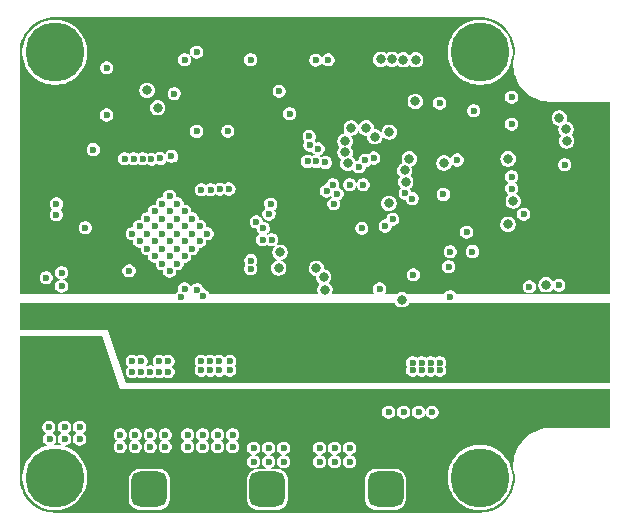
<source format=gbr>
%TF.GenerationSoftware,KiCad,Pcbnew,9.0.1*%
%TF.CreationDate,2025-04-08T03:40:33+08:00*%
%TF.ProjectId,CawDrive,43617744-7269-4766-952e-6b696361645f,rev?*%
%TF.SameCoordinates,Original*%
%TF.FileFunction,Copper,L3,Inr*%
%TF.FilePolarity,Positive*%
%FSLAX46Y46*%
G04 Gerber Fmt 4.6, Leading zero omitted, Abs format (unit mm)*
G04 Created by KiCad (PCBNEW 9.0.1) date 2025-04-08 03:40:33*
%MOMM*%
%LPD*%
G01*
G04 APERTURE LIST*
G04 Aperture macros list*
%AMRoundRect*
0 Rectangle with rounded corners*
0 $1 Rounding radius*
0 $2 $3 $4 $5 $6 $7 $8 $9 X,Y pos of 4 corners*
0 Add a 4 corners polygon primitive as box body*
4,1,4,$2,$3,$4,$5,$6,$7,$8,$9,$2,$3,0*
0 Add four circle primitives for the rounded corners*
1,1,$1+$1,$2,$3*
1,1,$1+$1,$4,$5*
1,1,$1+$1,$6,$7*
1,1,$1+$1,$8,$9*
0 Add four rect primitives between the rounded corners*
20,1,$1+$1,$2,$3,$4,$5,0*
20,1,$1+$1,$4,$5,$6,$7,0*
20,1,$1+$1,$6,$7,$8,$9,0*
20,1,$1+$1,$8,$9,$2,$3,0*%
G04 Aperture macros list end*
%TA.AperFunction,ComponentPad*%
%ADD10RoundRect,0.750000X-0.750000X-0.750000X0.750000X-0.750000X0.750000X0.750000X-0.750000X0.750000X0*%
%TD*%
%TA.AperFunction,ComponentPad*%
%ADD11C,0.800000*%
%TD*%
%TA.AperFunction,ComponentPad*%
%ADD12C,5.000000*%
%TD*%
%TA.AperFunction,ViaPad*%
%ADD13C,0.600000*%
%TD*%
%TA.AperFunction,ViaPad*%
%ADD14C,0.800000*%
%TD*%
G04 APERTURE END LIST*
D10*
%TO.N,GND1*%
%TO.C,H8*%
X168000000Y-95000000D03*
%TD*%
D11*
%TO.N,unconnected-(H2-Pad1)_1*%
%TO.C,H2*%
X157125000Y-71000000D03*
%TO.N,unconnected-(H2-Pad1)_5*%
X157674175Y-69674175D03*
%TO.N,unconnected-(H2-Pad1)_8*%
X157674175Y-72325825D03*
%TO.N,unconnected-(H2-Pad1)_2*%
X159000000Y-69125000D03*
D12*
%TO.N,unconnected-(H2-Pad1)*%
X159000000Y-71000000D03*
D11*
%TO.N,unconnected-(H2-Pad1)_4*%
X159000000Y-72875000D03*
%TO.N,unconnected-(H2-Pad1)_7*%
X160325825Y-69674175D03*
%TO.N,unconnected-(H2-Pad1)_6*%
X160325825Y-72325825D03*
%TO.N,unconnected-(H2-Pad1)_3*%
X160875000Y-71000000D03*
%TD*%
D10*
%TO.N,/DRV8323RSRGZR/PHASB*%
%TO.C,H6*%
X141000000Y-108000000D03*
%TD*%
D11*
%TO.N,unconnected-(H4-Pad1)_7*%
%TO.C,H4*%
X121125000Y-107000000D03*
%TO.N,unconnected-(H4-Pad1)_5*%
X121674175Y-105674175D03*
%TO.N,unconnected-(H4-Pad1)_3*%
X121674175Y-108325825D03*
%TO.N,unconnected-(H4-Pad1)*%
X123000000Y-105125000D03*
D12*
%TO.N,unconnected-(H4-Pad1)_4*%
X123000000Y-107000000D03*
D11*
%TO.N,unconnected-(H4-Pad1)_2*%
X123000000Y-108875000D03*
%TO.N,unconnected-(H4-Pad1)_8*%
X124325825Y-105674175D03*
%TO.N,unconnected-(H4-Pad1)_6*%
X124325825Y-108325825D03*
%TO.N,unconnected-(H4-Pad1)_1*%
X124875000Y-107000000D03*
%TD*%
D10*
%TO.N,/DRV8323RSRGZR/PHASC*%
%TO.C,H7*%
X151000000Y-108000000D03*
%TD*%
%TO.N,+36V*%
%TO.C,H9*%
X168000000Y-101000000D03*
%TD*%
D11*
%TO.N,unconnected-(H1-Pad1)_5*%
%TO.C,H1*%
X121125000Y-71000000D03*
%TO.N,unconnected-(H1-Pad1)_4*%
X121674175Y-69674175D03*
%TO.N,unconnected-(H1-Pad1)_8*%
X121674175Y-72325825D03*
%TO.N,unconnected-(H1-Pad1)_6*%
X123000000Y-69125000D03*
D12*
%TO.N,unconnected-(H1-Pad1)*%
X123000000Y-71000000D03*
D11*
%TO.N,unconnected-(H1-Pad1)_1*%
X123000000Y-72875000D03*
%TO.N,unconnected-(H1-Pad1)_7*%
X124325825Y-69674175D03*
%TO.N,unconnected-(H1-Pad1)_2*%
X124325825Y-72325825D03*
%TO.N,unconnected-(H1-Pad1)_3*%
X124875000Y-71000000D03*
%TD*%
%TO.N,unconnected-(H3-Pad1)_4*%
%TO.C,H3*%
X157125000Y-107000000D03*
%TO.N,unconnected-(H3-Pad1)_7*%
X157674175Y-105674175D03*
%TO.N,unconnected-(H3-Pad1)_8*%
X157674175Y-108325825D03*
%TO.N,unconnected-(H3-Pad1)_1*%
X159000000Y-105125000D03*
D12*
%TO.N,unconnected-(H3-Pad1)_2*%
X159000000Y-107000000D03*
D11*
%TO.N,unconnected-(H3-Pad1)_5*%
X159000000Y-108875000D03*
%TO.N,unconnected-(H3-Pad1)_6*%
X160325825Y-105674175D03*
%TO.N,unconnected-(H3-Pad1)*%
X160325825Y-108325825D03*
%TO.N,unconnected-(H3-Pad1)_3*%
X160875000Y-107000000D03*
%TD*%
D10*
%TO.N,/DRV8323RSRGZR/PHASA*%
%TO.C,H5*%
X131000000Y-108000000D03*
%TD*%
D13*
%TO.N,GND*%
X166160000Y-80510000D03*
X161671000Y-74803000D03*
X133985000Y-88265000D03*
X153363542Y-89846906D03*
X131445000Y-84455000D03*
X132715000Y-88265000D03*
X132715000Y-89535000D03*
X133985000Y-84455000D03*
X133985000Y-85725000D03*
X156337000Y-89154000D03*
X134620000Y-86360000D03*
X163180000Y-90860000D03*
X133350000Y-86360000D03*
X155900211Y-83037269D03*
X126270000Y-79230000D03*
X133100000Y-74497590D03*
X123571000Y-90805000D03*
X133985000Y-86995000D03*
X139590000Y-88630000D03*
X165670000Y-90730000D03*
X132715000Y-84455000D03*
X137636562Y-77671235D03*
D14*
X131699000Y-75692000D03*
D13*
X139580000Y-89330000D03*
X132080000Y-85090000D03*
X133985000Y-71628000D03*
X135255000Y-86995000D03*
X141264656Y-83883830D03*
X157070000Y-80117590D03*
X132080000Y-86360000D03*
X131445000Y-88265000D03*
X130810000Y-85090000D03*
X157861000Y-86233000D03*
X133350000Y-83820000D03*
X129540000Y-86360000D03*
X131445000Y-86995000D03*
X130810000Y-87630000D03*
X131445000Y-85725000D03*
X130810000Y-86360000D03*
X134620000Y-85090000D03*
X158460000Y-75940000D03*
X155575000Y-75311000D03*
X132080000Y-88900000D03*
X122263500Y-90080500D03*
X133350000Y-88900000D03*
X135255000Y-85725000D03*
X127390000Y-72320000D03*
X139573000Y-71628000D03*
X123130000Y-84740000D03*
X150495000Y-91040000D03*
X140589000Y-86868000D03*
X132715000Y-86995000D03*
X130175000Y-85725000D03*
X161671000Y-77089000D03*
X132080000Y-87630000D03*
X135001000Y-77697590D03*
X123140000Y-83830000D03*
X133350000Y-85090000D03*
X142875000Y-76200000D03*
X133350000Y-87630000D03*
X141351000Y-86868000D03*
X132715000Y-85725000D03*
X135890000Y-86360000D03*
X162687000Y-84709000D03*
X132080000Y-83820000D03*
X130175000Y-86995000D03*
X134620000Y-87630000D03*
X132715000Y-83185000D03*
%TO.N,+3.3V*%
X155575000Y-76581000D03*
X153270000Y-88630000D03*
X158496000Y-77089000D03*
X147066000Y-89916000D03*
X125000000Y-73850000D03*
X162030000Y-90850000D03*
X161030632Y-83012410D03*
X161120000Y-84460000D03*
X140589000Y-71628000D03*
X136982855Y-84612855D03*
X137160000Y-76454000D03*
X144270000Y-86102700D03*
X137160000Y-77089000D03*
X137160000Y-75692000D03*
X140589000Y-90424000D03*
X154813000Y-86233000D03*
X163490000Y-80140000D03*
X147066000Y-91059000D03*
X144018000Y-76200000D03*
X161671000Y-75946000D03*
X140560000Y-84147590D03*
X141224000Y-90424000D03*
D14*
%TO.N,+5V*%
X152400000Y-91948000D03*
D13*
X135001000Y-70993000D03*
X127381000Y-76309000D03*
X123571000Y-89662000D03*
%TO.N,+36V*%
X147955000Y-100203000D03*
X149225000Y-101219000D03*
X143637000Y-103251000D03*
X139827000Y-100203000D03*
X139827000Y-102235000D03*
X157099000Y-100584000D03*
X142367000Y-101219000D03*
X149225000Y-100203000D03*
X123825000Y-98425000D03*
X149225000Y-102235000D03*
X157861000Y-102870000D03*
X122555000Y-101473000D03*
X147955000Y-101219000D03*
X142367000Y-103251000D03*
X139827000Y-101219000D03*
X147955000Y-103251000D03*
X122555000Y-99441000D03*
X157099000Y-103505000D03*
X139827000Y-103251000D03*
X125095000Y-98425000D03*
X123825000Y-101473000D03*
X145415000Y-101219000D03*
X122555000Y-100457000D03*
X147955000Y-102235000D03*
X143637000Y-100203000D03*
X141097000Y-102235000D03*
X141097000Y-101219000D03*
X142367000Y-100203000D03*
X145415000Y-102235000D03*
X145415000Y-103251000D03*
X157099000Y-102235000D03*
X157861000Y-99822000D03*
X142367000Y-102235000D03*
X157099000Y-99822000D03*
X149225000Y-103251000D03*
X145415000Y-100203000D03*
X157861000Y-100584000D03*
X126365000Y-101473000D03*
X157861000Y-102235000D03*
X146685000Y-102235000D03*
X129282341Y-89497659D03*
X157861000Y-103505000D03*
X126365000Y-99441000D03*
X123825000Y-99441000D03*
X143637000Y-101219000D03*
X141097000Y-103251000D03*
X126365000Y-98425000D03*
X125095000Y-101473000D03*
X146685000Y-101219000D03*
X157099000Y-102870000D03*
X125576500Y-85852000D03*
X125095000Y-100457000D03*
X126365000Y-100457000D03*
X146685000Y-100203000D03*
X122555000Y-98425000D03*
X125095000Y-99441000D03*
X123825000Y-100457000D03*
X141097000Y-100203000D03*
X143637000Y-102235000D03*
X146685000Y-103251000D03*
%TO.N,/DRV8323RSRGZR/PHASA*%
X129794000Y-103378000D03*
X131064000Y-104394000D03*
X125095000Y-102743000D03*
X131064000Y-103378000D03*
X125095000Y-103759000D03*
X128524000Y-104394000D03*
X128524000Y-103378000D03*
X122500000Y-102750000D03*
X123825000Y-103759000D03*
X132334000Y-104394000D03*
X129794000Y-104394000D03*
X123825000Y-102743000D03*
X132334000Y-103378000D03*
X122555000Y-103759000D03*
%TO.N,/DRV8323RSRGZR/PHASB*%
X138049000Y-103378000D03*
X142367000Y-104521000D03*
X141097000Y-105664000D03*
X138049000Y-104394000D03*
X135509000Y-104394000D03*
X134239000Y-103378000D03*
X139827000Y-105664000D03*
X135509000Y-103378000D03*
X134239000Y-104394000D03*
X139827000Y-104521000D03*
X136779000Y-103378000D03*
X136779000Y-104394000D03*
X142367000Y-105664000D03*
X141097000Y-104521000D03*
%TO.N,/DRV8323RSRGZR/PHASC*%
X146685000Y-105664000D03*
X151257000Y-101473000D03*
X145415000Y-104521000D03*
X146685000Y-104521000D03*
X147955000Y-105664000D03*
X147955000Y-104521000D03*
X145415000Y-105664000D03*
X152527000Y-101473000D03*
X154940000Y-101473000D03*
X153797000Y-101473000D03*
D14*
%TO.N,/SPI1_NSS*%
X150600000Y-71590000D03*
X148097590Y-77410000D03*
%TO.N,/SPI1_MISO*%
X152504274Y-71621814D03*
X150090000Y-78134170D03*
%TO.N,/SPI1_MOSI*%
X149362410Y-77400000D03*
X151552403Y-71590000D03*
D13*
%TO.N,/SWDIO*%
X152655955Y-82933814D03*
X161671000Y-81534000D03*
%TO.N,/SWCLK*%
X161671000Y-82550000D03*
X153260000Y-83382410D03*
%TO.N,/DRV8323RSRGZR/SPA*%
X131826000Y-97155000D03*
X132588000Y-97155000D03*
X132588000Y-98044000D03*
X131064000Y-98044000D03*
X130302000Y-98044000D03*
X130302000Y-97155000D03*
X131826000Y-98044000D03*
X129540000Y-97155000D03*
X129540000Y-98044000D03*
%TO.N,/DRV8323RSRGZR/SPB*%
X135382000Y-97917000D03*
X136906000Y-97917000D03*
X135042409Y-91100409D03*
X137795000Y-97155000D03*
X133977590Y-91040000D03*
X137795000Y-97917000D03*
X136906000Y-97155000D03*
X135382000Y-97155000D03*
X136144000Y-97155000D03*
X136144000Y-97917000D03*
D14*
%TO.N,/SPI1_SCK*%
X151321720Y-77751498D03*
X153550000Y-71630000D03*
%TO.N,/MCU_STA*%
X161380000Y-80017590D03*
X153009663Y-80024590D03*
%TO.N,/DRV_STA*%
X161814600Y-83590000D03*
X152610000Y-81000590D03*
D13*
%TO.N,/SPI3_MISO*%
X137742767Y-82576235D03*
X146622410Y-83834170D03*
D14*
X145150030Y-89285830D03*
D13*
%TO.N,/SPI3_SCK*%
X146004360Y-82744170D03*
X136181559Y-82631559D03*
D14*
X141956186Y-89258536D03*
D13*
%TO.N,/SPI3_MOSI*%
X146910000Y-82980000D03*
X136973030Y-82593030D03*
D14*
X145757590Y-90019271D03*
D13*
%TO.N,GND1*%
X121539000Y-93726000D03*
X141224000Y-93980000D03*
X125984000Y-93726000D03*
X143510000Y-94742000D03*
X131699000Y-93980000D03*
X160909000Y-95377000D03*
X147447000Y-93980000D03*
X139700000Y-93980000D03*
X148209000Y-94742000D03*
X160909000Y-96901000D03*
X160274000Y-95377000D03*
X143510000Y-93980000D03*
X141986000Y-93980000D03*
X154051000Y-94107000D03*
X139700000Y-94742000D03*
X154686000Y-94742000D03*
X142748000Y-94742000D03*
X141986000Y-94742000D03*
X160909000Y-97536000D03*
X153416000Y-94742000D03*
X145923000Y-94742000D03*
X153416000Y-94107000D03*
X160274000Y-94107000D03*
X145161000Y-93980000D03*
X136652000Y-93980000D03*
X160909000Y-94107000D03*
X130048000Y-93980000D03*
X120650000Y-93726000D03*
X141224000Y-94742000D03*
X160274000Y-97536000D03*
X148971000Y-93980000D03*
X160274000Y-98171000D03*
X137541000Y-94742000D03*
X140462000Y-93980000D03*
X148209000Y-93980000D03*
X140462000Y-94742000D03*
X160909000Y-98171000D03*
X125095000Y-93726000D03*
X138303000Y-94742000D03*
X148971000Y-94742000D03*
X132461000Y-93980000D03*
X160909000Y-94742000D03*
X130810000Y-94742000D03*
X155321000Y-94742000D03*
X136652000Y-94742000D03*
X124206000Y-93726000D03*
X131699000Y-94742000D03*
X133664382Y-91724113D03*
X160274000Y-96901000D03*
X145161000Y-94742000D03*
X154686000Y-94107000D03*
X137541000Y-93980000D03*
X142748000Y-93980000D03*
X135574437Y-91632439D03*
X132461000Y-94742000D03*
X160274000Y-94742000D03*
X130048000Y-94742000D03*
X147447000Y-94742000D03*
X155321000Y-94107000D03*
X154051000Y-94742000D03*
X130810000Y-93980000D03*
X135890000Y-94742000D03*
X146685000Y-93980000D03*
X123317000Y-93726000D03*
X145923000Y-93980000D03*
X135890000Y-93980000D03*
X146685000Y-94742000D03*
%TO.N,/TIM1_CH1N*%
X131930443Y-79987079D03*
X144526000Y-78105000D03*
%TO.N,/DRV_SPI_NSS*%
X146530000Y-82205830D03*
X135415088Y-82645088D03*
%TO.N,/TIM1_CH3N*%
X145301931Y-79171011D03*
X128905000Y-80010000D03*
%TO.N,/TIM1_CH3*%
X129667000Y-80010000D03*
X145896335Y-80321306D03*
%TO.N,/TIM1_CH2*%
X145148803Y-80235830D03*
X131180469Y-80047479D03*
%TO.N,/TIM1_CH2N*%
X144589707Y-78854700D03*
X130429000Y-80010000D03*
%TO.N,/TIM1_CH1*%
X132876549Y-79804034D03*
X144396400Y-80235830D03*
D14*
%TO.N,/ADC2_IN9*%
X130810000Y-74225200D03*
X147575830Y-78524980D03*
D13*
%TO.N,/ADC3_IN3*%
X141986000Y-74295000D03*
D14*
X153520000Y-75155830D03*
%TO.N,/ADC1_IN10*%
X155956000Y-80368180D03*
X164592000Y-90678000D03*
%TO.N,/USART3_TX*%
X166330000Y-78510000D03*
X147809267Y-80400733D03*
%TO.N,/USART3_RX*%
X166280000Y-77500000D03*
X147575830Y-79477383D03*
D13*
%TO.N,/DRV8323RSRGZR/SPC*%
X155575000Y-97282000D03*
X153289000Y-97917000D03*
X155575000Y-97917000D03*
X154051000Y-97917000D03*
X154813000Y-97282000D03*
X153289000Y-97282000D03*
X154051000Y-97282000D03*
X154813000Y-97917000D03*
%TO.N,/I2C1_SCL*%
X145080000Y-71660000D03*
X147967327Y-82206100D03*
%TO.N,/I2C1_SDA*%
X149100000Y-82205830D03*
X146130000Y-71630000D03*
D14*
%TO.N,/ENCODER_STA*%
X161370000Y-85560000D03*
X152706964Y-81948044D03*
D13*
%TO.N,/CAN_TX*%
X151602327Y-85122584D03*
X156464000Y-87884000D03*
%TO.N,/CAN_RX*%
X150970095Y-85702499D03*
X156464000Y-91694000D03*
%TO.N,/CAN_STB*%
X148985087Y-85901656D03*
X158360000Y-87870000D03*
%TO.N,/ADC1_IN0*%
X148758345Y-80684597D03*
X141129322Y-84687590D03*
%TO.N,/ADC2_IN1*%
X140058818Y-85361188D03*
X149290374Y-80152568D03*
%TO.N,/ADC3_IN2*%
X150015184Y-79950686D03*
X140649822Y-85893598D03*
D14*
%TO.N,Net-(U8-PC13)*%
X165720000Y-76560000D03*
X151287590Y-83789990D03*
%TO.N,/ENCODER_CAL_EN*%
X142067689Y-87929392D03*
%TO.N,/ENCODER_SPI_NSS*%
X145870000Y-91091732D03*
%TD*%
%TA.AperFunction,Conductor*%
%TO.N,+3.3V*%
G36*
X159001011Y-68025953D02*
G01*
X159308841Y-68042085D01*
X159312897Y-68042511D01*
X159616342Y-68090573D01*
X159620317Y-68091418D01*
X159917074Y-68170934D01*
X159920947Y-68172192D01*
X160111921Y-68245500D01*
X160207768Y-68282292D01*
X160211498Y-68283953D01*
X160485229Y-68423426D01*
X160488762Y-68425466D01*
X160540067Y-68458784D01*
X160746417Y-68592789D01*
X160749719Y-68595188D01*
X160988473Y-68788527D01*
X160991507Y-68791259D01*
X161208740Y-69008492D01*
X161211472Y-69011526D01*
X161404811Y-69250280D01*
X161407210Y-69253582D01*
X161574532Y-69511235D01*
X161576573Y-69514770D01*
X161716046Y-69788501D01*
X161717707Y-69792231D01*
X161827805Y-70079047D01*
X161829066Y-70082929D01*
X161908579Y-70379673D01*
X161909428Y-70383666D01*
X161957487Y-70687100D01*
X161957914Y-70691160D01*
X161973523Y-70989004D01*
X161971577Y-71003370D01*
X161922414Y-71150963D01*
X161866511Y-71404997D01*
X161853938Y-71462134D01*
X161850303Y-71478650D01*
X161812982Y-71812081D01*
X161812982Y-71812082D01*
X161810859Y-72147580D01*
X161843958Y-72481455D01*
X161854832Y-72534029D01*
X161911917Y-72810025D01*
X161911918Y-72810028D01*
X161911917Y-72810028D01*
X162013982Y-73129644D01*
X162149020Y-73436772D01*
X162315551Y-73728043D01*
X162315557Y-73728051D01*
X162450430Y-73915178D01*
X162511734Y-74000232D01*
X162511740Y-74000239D01*
X162511745Y-74000245D01*
X162735391Y-74250320D01*
X162735399Y-74250328D01*
X162865319Y-74368005D01*
X162984067Y-74475563D01*
X163255005Y-74673460D01*
X163545215Y-74841830D01*
X163545224Y-74841834D01*
X163545230Y-74841837D01*
X163629888Y-74879700D01*
X163851493Y-74978813D01*
X164170456Y-75082896D01*
X164498580Y-75152931D01*
X164832242Y-75188142D01*
X164981511Y-75188173D01*
X164981535Y-75188178D01*
X164989272Y-75188178D01*
X165000000Y-75188178D01*
X165008415Y-75188178D01*
X169935100Y-75188178D01*
X169962677Y-75199601D01*
X169974100Y-75227178D01*
X169974100Y-91461000D01*
X169962677Y-91488577D01*
X169935100Y-91500000D01*
X157014792Y-91500000D01*
X156987215Y-91488577D01*
X156981017Y-91480500D01*
X156974151Y-91468608D01*
X156923267Y-91380473D01*
X156907710Y-91353527D01*
X156804472Y-91250289D01*
X156678026Y-91177286D01*
X156537005Y-91139500D01*
X156537001Y-91139500D01*
X156390999Y-91139500D01*
X156390994Y-91139500D01*
X156249973Y-91177286D01*
X156123527Y-91250289D01*
X156123527Y-91250290D01*
X156020290Y-91353527D01*
X156020289Y-91353527D01*
X155982830Y-91418410D01*
X155953849Y-91468608D01*
X155946983Y-91480500D01*
X155923302Y-91498671D01*
X155913208Y-91500000D01*
X152893757Y-91500000D01*
X152866180Y-91488577D01*
X152817221Y-91439618D01*
X152817215Y-91439613D01*
X152710023Y-91367989D01*
X152590912Y-91318652D01*
X152590914Y-91318652D01*
X152534077Y-91307347D01*
X152464463Y-91293500D01*
X152335537Y-91293500D01*
X152265923Y-91307347D01*
X152209086Y-91318652D01*
X152089977Y-91367989D01*
X152089975Y-91367989D01*
X151982784Y-91439613D01*
X151982778Y-91439618D01*
X151933820Y-91488577D01*
X151906243Y-91500000D01*
X150913337Y-91500000D01*
X150885760Y-91488577D01*
X150874337Y-91461000D01*
X150885760Y-91433423D01*
X150938710Y-91380473D01*
X150938710Y-91380472D01*
X150938711Y-91380471D01*
X151011712Y-91254029D01*
X151019317Y-91225649D01*
X151049499Y-91113005D01*
X151049500Y-91112999D01*
X151049500Y-90967000D01*
X151049499Y-90966994D01*
X151011713Y-90825973D01*
X150998994Y-90803943D01*
X150998452Y-90803005D01*
X150989208Y-90786994D01*
X162625500Y-90786994D01*
X162625500Y-90933005D01*
X162663286Y-91074026D01*
X162736289Y-91200472D01*
X162839527Y-91303710D01*
X162965973Y-91376713D01*
X163106994Y-91414499D01*
X163106997Y-91414499D01*
X163106999Y-91414500D01*
X163107000Y-91414500D01*
X163253000Y-91414500D01*
X163253001Y-91414500D01*
X163300563Y-91401756D01*
X163394026Y-91376713D01*
X163394026Y-91376712D01*
X163394029Y-91376712D01*
X163520471Y-91303711D01*
X163520472Y-91303710D01*
X163520473Y-91303710D01*
X163623710Y-91200473D01*
X163623710Y-91200472D01*
X163623711Y-91200471D01*
X163696712Y-91074029D01*
X163697666Y-91070471D01*
X163734499Y-90933005D01*
X163734500Y-90932999D01*
X163734500Y-90787000D01*
X163734499Y-90786994D01*
X163696713Y-90645973D01*
X163688138Y-90631121D01*
X163686676Y-90628589D01*
X163677986Y-90613537D01*
X163937500Y-90613537D01*
X163937500Y-90742463D01*
X163949542Y-90803001D01*
X163962652Y-90868913D01*
X164011989Y-90988022D01*
X164011989Y-90988024D01*
X164083613Y-91095215D01*
X164083618Y-91095221D01*
X164174778Y-91186381D01*
X164174784Y-91186386D01*
X164281976Y-91258010D01*
X164281977Y-91258010D01*
X164281978Y-91258011D01*
X164392309Y-91303711D01*
X164401087Y-91307347D01*
X164401088Y-91307347D01*
X164401089Y-91307348D01*
X164527537Y-91332500D01*
X164527542Y-91332500D01*
X164656458Y-91332500D01*
X164656463Y-91332500D01*
X164782911Y-91307348D01*
X164902022Y-91258011D01*
X164902023Y-91258010D01*
X164902024Y-91258010D01*
X165005710Y-91188728D01*
X165009220Y-91186383D01*
X165100383Y-91095220D01*
X165140749Y-91034808D01*
X165165566Y-91018225D01*
X165194842Y-91024049D01*
X165206950Y-91036976D01*
X165226289Y-91070472D01*
X165329527Y-91173710D01*
X165351483Y-91186386D01*
X165415501Y-91223347D01*
X165455973Y-91246713D01*
X165596994Y-91284499D01*
X165596997Y-91284499D01*
X165596999Y-91284500D01*
X165597000Y-91284500D01*
X165743000Y-91284500D01*
X165743001Y-91284500D01*
X165749924Y-91282645D01*
X165884026Y-91246713D01*
X165884026Y-91246712D01*
X165884029Y-91246712D01*
X166010471Y-91173711D01*
X166010472Y-91173710D01*
X166010473Y-91173710D01*
X166113710Y-91070473D01*
X166113710Y-91070472D01*
X166115994Y-91066516D01*
X166186712Y-90944029D01*
X166189668Y-90932999D01*
X166224499Y-90803005D01*
X166224500Y-90802999D01*
X166224500Y-90657000D01*
X166224499Y-90656994D01*
X166186713Y-90515973D01*
X166113710Y-90389527D01*
X166010472Y-90286289D01*
X165884026Y-90213286D01*
X165743005Y-90175500D01*
X165743001Y-90175500D01*
X165596999Y-90175500D01*
X165596994Y-90175500D01*
X165455973Y-90213286D01*
X165329527Y-90286289D01*
X165235492Y-90380324D01*
X165207915Y-90391747D01*
X165180338Y-90380324D01*
X165173138Y-90369546D01*
X165172914Y-90369667D01*
X165172010Y-90367975D01*
X165100386Y-90260784D01*
X165100381Y-90260778D01*
X165009221Y-90169618D01*
X165009215Y-90169613D01*
X164902023Y-90097989D01*
X164782912Y-90048652D01*
X164782914Y-90048652D01*
X164728719Y-90037872D01*
X164656463Y-90023500D01*
X164527537Y-90023500D01*
X164455281Y-90037872D01*
X164401086Y-90048652D01*
X164281977Y-90097989D01*
X164281975Y-90097989D01*
X164174784Y-90169613D01*
X164174778Y-90169618D01*
X164083618Y-90260778D01*
X164083613Y-90260784D01*
X164011989Y-90367975D01*
X164011989Y-90367977D01*
X163962652Y-90487086D01*
X163951647Y-90542416D01*
X163937500Y-90613537D01*
X163677986Y-90613537D01*
X163623711Y-90519529D01*
X163623710Y-90519527D01*
X163520472Y-90416289D01*
X163394026Y-90343286D01*
X163253005Y-90305500D01*
X163253001Y-90305500D01*
X163106999Y-90305500D01*
X163106994Y-90305500D01*
X162965973Y-90343286D01*
X162839527Y-90416289D01*
X162839527Y-90416290D01*
X162736290Y-90519527D01*
X162736289Y-90519527D01*
X162663286Y-90645973D01*
X162625500Y-90786994D01*
X150989208Y-90786994D01*
X150957458Y-90732000D01*
X150938710Y-90699527D01*
X150835472Y-90596289D01*
X150709026Y-90523286D01*
X150568005Y-90485500D01*
X150568001Y-90485500D01*
X150421999Y-90485500D01*
X150421994Y-90485500D01*
X150280973Y-90523286D01*
X150154527Y-90596289D01*
X150154527Y-90596290D01*
X150051290Y-90699527D01*
X150051289Y-90699527D01*
X149978286Y-90825973D01*
X149940500Y-90966994D01*
X149940500Y-91113005D01*
X149978286Y-91254026D01*
X150051289Y-91380472D01*
X150104240Y-91433423D01*
X150115663Y-91461000D01*
X150104240Y-91488577D01*
X150076663Y-91500000D01*
X146457329Y-91500000D01*
X146429752Y-91488577D01*
X146418329Y-91461000D01*
X146424902Y-91439333D01*
X146441495Y-91414499D01*
X146450011Y-91401754D01*
X146499348Y-91282643D01*
X146524500Y-91156195D01*
X146524500Y-91027269D01*
X146499348Y-90900821D01*
X146493366Y-90886380D01*
X146475412Y-90843035D01*
X146450011Y-90781710D01*
X146450010Y-90781708D01*
X146450010Y-90781707D01*
X146378386Y-90674516D01*
X146378381Y-90674510D01*
X146287221Y-90583350D01*
X146287215Y-90583345D01*
X146225961Y-90542416D01*
X146209377Y-90517597D01*
X146215201Y-90488322D01*
X146220044Y-90482418D01*
X146265973Y-90436491D01*
X146337601Y-90329293D01*
X146386938Y-90210182D01*
X146412090Y-90083734D01*
X146412090Y-89954808D01*
X146386938Y-89828360D01*
X146386937Y-89828357D01*
X146369506Y-89786274D01*
X146364380Y-89773900D01*
X152809042Y-89773900D01*
X152809042Y-89919911D01*
X152846828Y-90060932D01*
X152919831Y-90187378D01*
X153023069Y-90290616D01*
X153149515Y-90363619D01*
X153290536Y-90401405D01*
X153290539Y-90401405D01*
X153290541Y-90401406D01*
X153290542Y-90401406D01*
X153436542Y-90401406D01*
X153436543Y-90401406D01*
X153436547Y-90401405D01*
X153577568Y-90363619D01*
X153577568Y-90363618D01*
X153577571Y-90363618D01*
X153704013Y-90290617D01*
X153704014Y-90290616D01*
X153704015Y-90290616D01*
X153807252Y-90187379D01*
X153807252Y-90187378D01*
X153812255Y-90178713D01*
X153880254Y-90060935D01*
X153892731Y-90014372D01*
X153918041Y-89919911D01*
X153918042Y-89919905D01*
X153918042Y-89773906D01*
X153918041Y-89773900D01*
X153880255Y-89632879D01*
X153862455Y-89602049D01*
X153807253Y-89506435D01*
X153807252Y-89506433D01*
X153704014Y-89403195D01*
X153577568Y-89330192D01*
X153436547Y-89292406D01*
X153436543Y-89292406D01*
X153290541Y-89292406D01*
X153290536Y-89292406D01*
X153149515Y-89330192D01*
X153023069Y-89403195D01*
X153023069Y-89403196D01*
X152919832Y-89506433D01*
X152919831Y-89506433D01*
X152846828Y-89632879D01*
X152809042Y-89773900D01*
X146364380Y-89773900D01*
X146350350Y-89740029D01*
X146337601Y-89709249D01*
X146337600Y-89709247D01*
X146337600Y-89709246D01*
X146265976Y-89602055D01*
X146265971Y-89602049D01*
X146174811Y-89510889D01*
X146174805Y-89510884D01*
X146067613Y-89439260D01*
X145948502Y-89389923D01*
X145948504Y-89389923D01*
X145872925Y-89374890D01*
X145835921Y-89367529D01*
X145811103Y-89350946D01*
X145804530Y-89329279D01*
X145804530Y-89221371D01*
X145804530Y-89221367D01*
X145779378Y-89094919D01*
X145779377Y-89094916D01*
X145779377Y-89094915D01*
X145779376Y-89094914D01*
X145778736Y-89093367D01*
X145773611Y-89080994D01*
X155782500Y-89080994D01*
X155782500Y-89227005D01*
X155820286Y-89368026D01*
X155893289Y-89494472D01*
X155996527Y-89597710D01*
X156004046Y-89602051D01*
X156122555Y-89670472D01*
X156122973Y-89670713D01*
X156263994Y-89708499D01*
X156263997Y-89708499D01*
X156263999Y-89708500D01*
X156264000Y-89708500D01*
X156410000Y-89708500D01*
X156410001Y-89708500D01*
X156532201Y-89675757D01*
X156551026Y-89670713D01*
X156551026Y-89670712D01*
X156551029Y-89670712D01*
X156677471Y-89597711D01*
X156677472Y-89597710D01*
X156677473Y-89597710D01*
X156780710Y-89494473D01*
X156780710Y-89494472D01*
X156780711Y-89494471D01*
X156853712Y-89368029D01*
X156858290Y-89350946D01*
X156891499Y-89227005D01*
X156891500Y-89226999D01*
X156891500Y-89081000D01*
X156891499Y-89080994D01*
X156853713Y-88939973D01*
X156780710Y-88813527D01*
X156677472Y-88710289D01*
X156551026Y-88637286D01*
X156410005Y-88599500D01*
X156410001Y-88599500D01*
X156263999Y-88599500D01*
X156263994Y-88599500D01*
X156122973Y-88637286D01*
X155996527Y-88710289D01*
X155996527Y-88710290D01*
X155893290Y-88813527D01*
X155893289Y-88813527D01*
X155820286Y-88939973D01*
X155782500Y-89080994D01*
X145773611Y-89080994D01*
X145749847Y-89023625D01*
X145730041Y-88975808D01*
X145730040Y-88975806D01*
X145730040Y-88975805D01*
X145658416Y-88868614D01*
X145658411Y-88868608D01*
X145567251Y-88777448D01*
X145567245Y-88777443D01*
X145460053Y-88705819D01*
X145340942Y-88656482D01*
X145340944Y-88656482D01*
X145286749Y-88645702D01*
X145214493Y-88631330D01*
X145085567Y-88631330D01*
X145013311Y-88645702D01*
X144959116Y-88656482D01*
X144840007Y-88705819D01*
X144840005Y-88705819D01*
X144732814Y-88777443D01*
X144732808Y-88777448D01*
X144641648Y-88868608D01*
X144641643Y-88868614D01*
X144570019Y-88975805D01*
X144570019Y-88975807D01*
X144520682Y-89094916D01*
X144516494Y-89115973D01*
X144495530Y-89221367D01*
X144495530Y-89350293D01*
X144506015Y-89403005D01*
X144520682Y-89476743D01*
X144570019Y-89595852D01*
X144570019Y-89595854D01*
X144641643Y-89703045D01*
X144641648Y-89703051D01*
X144732808Y-89794211D01*
X144732814Y-89794216D01*
X144840006Y-89865840D01*
X144840007Y-89865840D01*
X144840008Y-89865841D01*
X144953946Y-89913035D01*
X144959117Y-89915177D01*
X144959118Y-89915177D01*
X144959119Y-89915178D01*
X145071700Y-89937571D01*
X145096517Y-89954153D01*
X145103090Y-89975821D01*
X145103090Y-90083734D01*
X145116968Y-90153505D01*
X145128242Y-90210184D01*
X145177579Y-90329293D01*
X145177579Y-90329295D01*
X145249203Y-90436486D01*
X145249208Y-90436492D01*
X145340368Y-90527652D01*
X145340374Y-90527657D01*
X145401628Y-90568585D01*
X145418212Y-90593403D01*
X145412388Y-90622679D01*
X145407539Y-90628589D01*
X145361614Y-90674515D01*
X145361613Y-90674516D01*
X145289989Y-90781707D01*
X145289989Y-90781709D01*
X145240652Y-90900818D01*
X145234251Y-90932999D01*
X145215500Y-91027269D01*
X145215500Y-91156195D01*
X145226018Y-91209072D01*
X145240652Y-91282645D01*
X145289989Y-91401754D01*
X145289990Y-91401756D01*
X145315098Y-91439333D01*
X145320922Y-91468608D01*
X145304338Y-91493427D01*
X145282671Y-91500000D01*
X136142937Y-91500000D01*
X136115360Y-91488577D01*
X136105266Y-91471094D01*
X136091150Y-91418412D01*
X136088891Y-91414500D01*
X136041549Y-91332500D01*
X136018147Y-91291966D01*
X135914909Y-91188728D01*
X135788463Y-91115725D01*
X135647442Y-91077939D01*
X135647438Y-91077939D01*
X135635909Y-91077939D01*
X135608332Y-91066516D01*
X135596909Y-91038939D01*
X135596909Y-91027409D01*
X135596908Y-91027403D01*
X135559122Y-90886382D01*
X135531846Y-90839139D01*
X135498690Y-90781710D01*
X135486119Y-90759936D01*
X135382881Y-90656698D01*
X135256435Y-90583695D01*
X135115414Y-90545909D01*
X135115410Y-90545909D01*
X134969408Y-90545909D01*
X134969403Y-90545909D01*
X134828382Y-90583695D01*
X134701936Y-90656698D01*
X134701936Y-90656699D01*
X134598699Y-90759936D01*
X134598698Y-90759936D01*
X134561212Y-90824864D01*
X134537531Y-90843035D01*
X134507937Y-90839139D01*
X134493664Y-90824866D01*
X134421301Y-90699529D01*
X134421300Y-90699527D01*
X134318062Y-90596289D01*
X134191616Y-90523286D01*
X134050595Y-90485500D01*
X134050591Y-90485500D01*
X133904589Y-90485500D01*
X133904584Y-90485500D01*
X133763563Y-90523286D01*
X133637117Y-90596289D01*
X133637117Y-90596290D01*
X133533880Y-90699527D01*
X133533879Y-90699527D01*
X133460876Y-90825973D01*
X133423090Y-90966994D01*
X133423090Y-91112999D01*
X133423091Y-91113007D01*
X133440901Y-91179479D01*
X133437005Y-91209072D01*
X133422730Y-91223347D01*
X133323909Y-91280402D01*
X133323909Y-91280403D01*
X133220672Y-91383640D01*
X133220671Y-91383640D01*
X133164750Y-91480500D01*
X133141069Y-91498671D01*
X133130975Y-91500000D01*
X120064900Y-91500000D01*
X120037323Y-91488577D01*
X120025900Y-91461000D01*
X120025900Y-90007494D01*
X121709000Y-90007494D01*
X121709000Y-90153505D01*
X121746786Y-90294526D01*
X121819789Y-90420972D01*
X121923027Y-90524210D01*
X121954561Y-90542416D01*
X122047872Y-90596289D01*
X122049473Y-90597213D01*
X122190494Y-90634999D01*
X122190497Y-90634999D01*
X122190499Y-90635000D01*
X122190500Y-90635000D01*
X122336500Y-90635000D01*
X122336501Y-90635000D01*
X122350978Y-90631121D01*
X122477526Y-90597213D01*
X122477526Y-90597212D01*
X122477529Y-90597212D01*
X122603971Y-90524211D01*
X122603972Y-90524210D01*
X122603973Y-90524210D01*
X122707210Y-90420973D01*
X122707210Y-90420972D01*
X122707211Y-90420971D01*
X122780212Y-90294529D01*
X122781261Y-90290616D01*
X122817999Y-90153505D01*
X122818000Y-90153499D01*
X122818000Y-90007500D01*
X122817999Y-90007494D01*
X122780213Y-89866473D01*
X122764089Y-89838546D01*
X122712407Y-89749029D01*
X122707210Y-89740027D01*
X122603972Y-89636789D01*
X122575269Y-89620218D01*
X122521187Y-89588994D01*
X123016500Y-89588994D01*
X123016500Y-89735005D01*
X123054286Y-89876026D01*
X123127289Y-90002472D01*
X123230527Y-90105710D01*
X123356973Y-90178713D01*
X123420851Y-90195829D01*
X123444532Y-90214000D01*
X123448428Y-90243594D01*
X123430257Y-90267275D01*
X123420851Y-90271171D01*
X123356973Y-90288286D01*
X123230527Y-90361289D01*
X123230527Y-90361290D01*
X123127290Y-90464527D01*
X123127289Y-90464527D01*
X123054286Y-90590973D01*
X123016500Y-90731994D01*
X123016500Y-90878005D01*
X123054286Y-91019026D01*
X123127289Y-91145472D01*
X123230527Y-91248710D01*
X123230529Y-91248711D01*
X123325790Y-91303710D01*
X123356973Y-91321713D01*
X123497994Y-91359499D01*
X123497997Y-91359499D01*
X123497999Y-91359500D01*
X123498000Y-91359500D01*
X123644000Y-91359500D01*
X123644001Y-91359500D01*
X123644005Y-91359499D01*
X123785026Y-91321713D01*
X123785026Y-91321712D01*
X123785029Y-91321712D01*
X123911471Y-91248711D01*
X123911472Y-91248710D01*
X123911473Y-91248710D01*
X124014710Y-91145473D01*
X124014710Y-91145472D01*
X124018158Y-91139500D01*
X124087712Y-91019029D01*
X124087928Y-91018225D01*
X124125499Y-90878005D01*
X124125500Y-90877999D01*
X124125500Y-90732000D01*
X124125499Y-90731994D01*
X124087713Y-90590973D01*
X124014710Y-90464527D01*
X123911472Y-90361289D01*
X123785026Y-90288286D01*
X123721148Y-90271171D01*
X123697467Y-90253000D01*
X123693571Y-90223406D01*
X123711742Y-90199725D01*
X123721148Y-90195829D01*
X123785026Y-90178713D01*
X123785026Y-90178712D01*
X123785029Y-90178712D01*
X123911471Y-90105711D01*
X123911472Y-90105710D01*
X123911473Y-90105710D01*
X124014710Y-90002473D01*
X124014710Y-90002472D01*
X124014711Y-90002471D01*
X124087712Y-89876029D01*
X124090273Y-89866473D01*
X124125499Y-89735005D01*
X124125500Y-89734999D01*
X124125500Y-89589000D01*
X124125499Y-89588994D01*
X124087713Y-89447974D01*
X124087712Y-89447973D01*
X124087712Y-89447971D01*
X124074249Y-89424653D01*
X128727841Y-89424653D01*
X128727841Y-89570664D01*
X128765627Y-89711685D01*
X128838630Y-89838131D01*
X128941868Y-89941369D01*
X128965152Y-89954812D01*
X129056409Y-90007499D01*
X129068314Y-90014372D01*
X129209335Y-90052158D01*
X129209338Y-90052158D01*
X129209340Y-90052159D01*
X129209341Y-90052159D01*
X129355341Y-90052159D01*
X129355342Y-90052159D01*
X129357007Y-90051713D01*
X129496367Y-90014372D01*
X129496367Y-90014371D01*
X129496370Y-90014371D01*
X129622812Y-89941370D01*
X129622813Y-89941369D01*
X129622814Y-89941369D01*
X129726051Y-89838132D01*
X129726051Y-89838131D01*
X129726052Y-89838130D01*
X129799053Y-89711688D01*
X129799708Y-89709246D01*
X129836840Y-89570664D01*
X129836841Y-89570658D01*
X129836841Y-89424659D01*
X129836840Y-89424653D01*
X129799054Y-89283632D01*
X129770942Y-89234941D01*
X129747349Y-89194076D01*
X129726051Y-89157186D01*
X129622813Y-89053948D01*
X129496367Y-88980945D01*
X129355346Y-88943159D01*
X129355342Y-88943159D01*
X129209340Y-88943159D01*
X129209335Y-88943159D01*
X129068314Y-88980945D01*
X128941868Y-89053948D01*
X128941868Y-89053949D01*
X128838631Y-89157186D01*
X128838630Y-89157186D01*
X128765627Y-89283632D01*
X128727841Y-89424653D01*
X124074249Y-89424653D01*
X124019713Y-89330192D01*
X124014710Y-89321527D01*
X123911472Y-89218289D01*
X123785026Y-89145286D01*
X123644005Y-89107500D01*
X123644001Y-89107500D01*
X123497999Y-89107500D01*
X123497994Y-89107500D01*
X123356973Y-89145286D01*
X123230527Y-89218289D01*
X123230527Y-89218290D01*
X123127290Y-89321527D01*
X123127289Y-89321527D01*
X123054286Y-89447973D01*
X123016500Y-89588994D01*
X122521187Y-89588994D01*
X122477526Y-89563786D01*
X122336505Y-89526000D01*
X122336501Y-89526000D01*
X122190499Y-89526000D01*
X122190494Y-89526000D01*
X122049473Y-89563786D01*
X121923027Y-89636789D01*
X121923027Y-89636790D01*
X121819790Y-89740027D01*
X121819789Y-89740027D01*
X121746786Y-89866473D01*
X121709000Y-90007494D01*
X120025900Y-90007494D01*
X120025900Y-89008160D01*
X120025900Y-85778994D01*
X125022000Y-85778994D01*
X125022000Y-85925005D01*
X125059786Y-86066026D01*
X125132789Y-86192472D01*
X125236027Y-86295710D01*
X125275501Y-86318500D01*
X125357763Y-86365994D01*
X125362473Y-86368713D01*
X125503494Y-86406499D01*
X125503497Y-86406499D01*
X125503499Y-86406500D01*
X125503500Y-86406500D01*
X125649500Y-86406500D01*
X125649501Y-86406500D01*
X125649505Y-86406499D01*
X125790526Y-86368713D01*
X125790526Y-86368712D01*
X125790529Y-86368712D01*
X125916971Y-86295711D01*
X125916972Y-86295710D01*
X125916973Y-86295710D01*
X125925689Y-86286994D01*
X128985500Y-86286994D01*
X128985500Y-86433005D01*
X129023286Y-86574026D01*
X129096289Y-86700472D01*
X129199527Y-86803710D01*
X129325973Y-86876713D01*
X129466994Y-86914499D01*
X129466997Y-86914499D01*
X129466999Y-86914500D01*
X129467000Y-86914500D01*
X129581500Y-86914500D01*
X129609077Y-86925923D01*
X129620500Y-86953500D01*
X129620500Y-87068005D01*
X129658286Y-87209026D01*
X129731289Y-87335472D01*
X129834527Y-87438710D01*
X129960973Y-87511713D01*
X130101994Y-87549499D01*
X130101997Y-87549499D01*
X130101999Y-87549500D01*
X130102000Y-87549500D01*
X130216500Y-87549500D01*
X130244077Y-87560923D01*
X130255500Y-87588500D01*
X130255500Y-87703005D01*
X130293286Y-87844026D01*
X130366289Y-87970472D01*
X130469527Y-88073710D01*
X130595973Y-88146713D01*
X130736994Y-88184499D01*
X130736997Y-88184499D01*
X130736999Y-88184500D01*
X130737000Y-88184500D01*
X130851500Y-88184500D01*
X130879077Y-88195923D01*
X130890500Y-88223500D01*
X130890500Y-88338005D01*
X130928286Y-88479026D01*
X131001289Y-88605472D01*
X131104527Y-88708710D01*
X131230973Y-88781713D01*
X131371994Y-88819499D01*
X131371997Y-88819499D01*
X131371999Y-88819500D01*
X131372000Y-88819500D01*
X131486500Y-88819500D01*
X131514077Y-88830923D01*
X131525500Y-88858500D01*
X131525500Y-88973005D01*
X131563286Y-89114026D01*
X131636289Y-89240472D01*
X131739527Y-89343710D01*
X131739529Y-89343711D01*
X131842560Y-89403196D01*
X131865973Y-89416713D01*
X132006994Y-89454499D01*
X132006997Y-89454499D01*
X132006999Y-89454500D01*
X132007000Y-89454500D01*
X132121500Y-89454500D01*
X132149077Y-89465923D01*
X132160500Y-89493500D01*
X132160500Y-89608005D01*
X132198286Y-89749026D01*
X132271289Y-89875472D01*
X132374527Y-89978710D01*
X132500973Y-90051713D01*
X132641994Y-90089499D01*
X132641997Y-90089499D01*
X132641999Y-90089500D01*
X132642000Y-90089500D01*
X132788000Y-90089500D01*
X132788001Y-90089500D01*
X132788005Y-90089499D01*
X132929026Y-90051713D01*
X132929026Y-90051712D01*
X132929029Y-90051712D01*
X133055471Y-89978711D01*
X133055472Y-89978710D01*
X133055473Y-89978710D01*
X133158710Y-89875473D01*
X133158710Y-89875472D01*
X133163907Y-89866471D01*
X133231712Y-89749029D01*
X133241718Y-89711688D01*
X133269499Y-89608005D01*
X133269500Y-89607999D01*
X133269500Y-89493500D01*
X133280923Y-89465923D01*
X133308500Y-89454500D01*
X133423000Y-89454500D01*
X133423001Y-89454500D01*
X133441852Y-89449449D01*
X133564026Y-89416713D01*
X133564026Y-89416712D01*
X133564029Y-89416712D01*
X133690471Y-89343711D01*
X133690472Y-89343710D01*
X133690473Y-89343710D01*
X133777188Y-89256994D01*
X139025500Y-89256994D01*
X139025500Y-89403005D01*
X139063286Y-89544026D01*
X139136289Y-89670472D01*
X139239527Y-89773710D01*
X139261289Y-89786274D01*
X139351106Y-89838130D01*
X139365973Y-89846713D01*
X139506994Y-89884499D01*
X139506997Y-89884499D01*
X139506999Y-89884500D01*
X139507000Y-89884500D01*
X139653000Y-89884500D01*
X139653001Y-89884500D01*
X139653005Y-89884499D01*
X139794026Y-89846713D01*
X139794026Y-89846712D01*
X139794029Y-89846712D01*
X139920471Y-89773711D01*
X139920472Y-89773710D01*
X139920473Y-89773710D01*
X140023710Y-89670473D01*
X140023710Y-89670472D01*
X140023711Y-89670471D01*
X140096712Y-89544029D01*
X140109991Y-89494473D01*
X140134499Y-89403005D01*
X140134500Y-89402999D01*
X140134500Y-89257000D01*
X140134499Y-89256994D01*
X140096713Y-89115973D01*
X140091821Y-89107500D01*
X140034466Y-89008158D01*
X140030571Y-88978566D01*
X140034464Y-88969165D01*
X140106712Y-88844029D01*
X140107440Y-88841314D01*
X140144499Y-88703005D01*
X140144500Y-88702999D01*
X140144500Y-88557000D01*
X140144499Y-88556994D01*
X140106713Y-88415973D01*
X140033710Y-88289527D01*
X139930472Y-88186289D01*
X139804026Y-88113286D01*
X139663005Y-88075500D01*
X139663001Y-88075500D01*
X139516999Y-88075500D01*
X139516994Y-88075500D01*
X139375973Y-88113286D01*
X139249527Y-88186289D01*
X139249527Y-88186290D01*
X139146290Y-88289527D01*
X139146289Y-88289527D01*
X139073286Y-88415973D01*
X139035500Y-88556994D01*
X139035500Y-88703005D01*
X139073286Y-88844026D01*
X139087480Y-88868610D01*
X139133610Y-88948511D01*
X139135532Y-88951839D01*
X139139428Y-88981433D01*
X139135532Y-88990839D01*
X139063286Y-89115973D01*
X139025500Y-89256994D01*
X133777188Y-89256994D01*
X133793708Y-89240474D01*
X133793711Y-89240471D01*
X133866712Y-89114029D01*
X133868462Y-89107500D01*
X133904499Y-88973005D01*
X133904500Y-88972999D01*
X133904500Y-88858500D01*
X133915923Y-88830923D01*
X133943500Y-88819500D01*
X134058000Y-88819500D01*
X134058001Y-88819500D01*
X134068246Y-88816755D01*
X134199026Y-88781713D01*
X134199026Y-88781712D01*
X134199029Y-88781712D01*
X134325471Y-88708711D01*
X134325472Y-88708710D01*
X134325473Y-88708710D01*
X134428710Y-88605473D01*
X134428710Y-88605472D01*
X134435851Y-88593104D01*
X134501712Y-88479029D01*
X134512767Y-88437773D01*
X134539499Y-88338005D01*
X134539500Y-88337999D01*
X134539500Y-88223500D01*
X134550923Y-88195923D01*
X134578500Y-88184500D01*
X134693000Y-88184500D01*
X134693001Y-88184500D01*
X134703246Y-88181755D01*
X134834026Y-88146713D01*
X134834026Y-88146712D01*
X134834029Y-88146712D01*
X134960471Y-88073711D01*
X134960472Y-88073710D01*
X134960473Y-88073710D01*
X135063710Y-87970473D01*
X135063710Y-87970472D01*
X135063711Y-87970471D01*
X135136712Y-87844029D01*
X135171756Y-87713244D01*
X135174499Y-87703005D01*
X135174500Y-87702999D01*
X135174500Y-87588500D01*
X135185923Y-87560923D01*
X135213500Y-87549500D01*
X135328000Y-87549500D01*
X135328001Y-87549500D01*
X135338246Y-87546755D01*
X135469026Y-87511713D01*
X135469026Y-87511712D01*
X135469029Y-87511712D01*
X135595471Y-87438711D01*
X135595472Y-87438710D01*
X135595473Y-87438710D01*
X135698710Y-87335473D01*
X135698710Y-87335472D01*
X135710241Y-87315500D01*
X135771712Y-87209029D01*
X135806756Y-87078244D01*
X135809499Y-87068005D01*
X135809500Y-87067999D01*
X135809500Y-86953500D01*
X135820923Y-86925923D01*
X135848500Y-86914500D01*
X135963000Y-86914500D01*
X135963001Y-86914500D01*
X135973246Y-86911755D01*
X136104026Y-86876713D01*
X136104026Y-86876712D01*
X136104029Y-86876712D01*
X136230471Y-86803711D01*
X136230472Y-86803710D01*
X136230473Y-86803710D01*
X136333710Y-86700473D01*
X136333710Y-86700472D01*
X136333711Y-86700471D01*
X136406712Y-86574029D01*
X136440304Y-86448663D01*
X136444499Y-86433005D01*
X136444500Y-86432999D01*
X136444500Y-86287000D01*
X136444499Y-86286994D01*
X136406713Y-86145973D01*
X136333710Y-86019527D01*
X136230472Y-85916289D01*
X136104026Y-85843286D01*
X135963005Y-85805500D01*
X135963001Y-85805500D01*
X135848500Y-85805500D01*
X135820923Y-85794077D01*
X135809500Y-85766500D01*
X135809500Y-85652000D01*
X135809499Y-85651994D01*
X135771713Y-85510973D01*
X135762803Y-85495541D01*
X135698951Y-85384944D01*
X135698710Y-85384527D01*
X135602365Y-85288182D01*
X139504318Y-85288182D01*
X139504318Y-85434193D01*
X139542104Y-85575214D01*
X139615107Y-85701660D01*
X139718345Y-85804898D01*
X139781568Y-85841399D01*
X139831147Y-85870024D01*
X139844791Y-85877901D01*
X139985812Y-85915687D01*
X139985815Y-85915687D01*
X139985817Y-85915688D01*
X140056322Y-85915688D01*
X140083899Y-85927111D01*
X140095322Y-85954688D01*
X140095322Y-85966603D01*
X140133108Y-86107624D01*
X140206111Y-86234070D01*
X140306291Y-86334250D01*
X140317714Y-86361827D01*
X140306291Y-86389404D01*
X140298215Y-86395602D01*
X140248525Y-86424291D01*
X140145290Y-86527527D01*
X140145289Y-86527527D01*
X140072286Y-86653973D01*
X140034500Y-86794994D01*
X140034500Y-86941005D01*
X140072286Y-87082026D01*
X140145289Y-87208472D01*
X140248527Y-87311710D01*
X140374973Y-87384713D01*
X140515994Y-87422499D01*
X140515997Y-87422499D01*
X140515999Y-87422500D01*
X140516000Y-87422500D01*
X140662000Y-87422500D01*
X140662001Y-87422500D01*
X140667566Y-87421009D01*
X140803026Y-87384713D01*
X140803026Y-87384712D01*
X140803029Y-87384712D01*
X140929471Y-87311711D01*
X140942422Y-87298760D01*
X140969999Y-87287336D01*
X140997576Y-87298758D01*
X140997578Y-87298760D01*
X141010527Y-87311710D01*
X141136973Y-87384713D01*
X141277994Y-87422499D01*
X141277997Y-87422499D01*
X141277999Y-87422500D01*
X141278000Y-87422500D01*
X141424000Y-87422500D01*
X141424001Y-87422500D01*
X141429581Y-87421005D01*
X141469159Y-87410400D01*
X141565029Y-87384712D01*
X141596518Y-87366531D01*
X141626109Y-87362636D01*
X141649791Y-87380806D01*
X141653687Y-87410400D01*
X141643593Y-87427884D01*
X141559307Y-87512170D01*
X141559302Y-87512176D01*
X141487678Y-87619367D01*
X141487678Y-87619369D01*
X141438341Y-87738478D01*
X141426702Y-87796994D01*
X141413189Y-87864929D01*
X141413189Y-87993855D01*
X141429073Y-88073710D01*
X141438341Y-88120305D01*
X141487678Y-88239414D01*
X141487678Y-88239416D01*
X141559302Y-88346607D01*
X141559307Y-88346613D01*
X141650467Y-88437773D01*
X141650473Y-88437778D01*
X141757664Y-88509402D01*
X141757669Y-88509404D01*
X141836723Y-88542149D01*
X141857830Y-88563255D01*
X141857830Y-88593104D01*
X141836724Y-88614211D01*
X141829408Y-88616431D01*
X141765271Y-88629188D01*
X141646163Y-88678525D01*
X141646161Y-88678525D01*
X141538970Y-88750149D01*
X141538964Y-88750154D01*
X141447804Y-88841314D01*
X141447799Y-88841320D01*
X141376175Y-88948511D01*
X141376175Y-88948513D01*
X141326838Y-89067622D01*
X141321409Y-89094916D01*
X141301686Y-89194073D01*
X141301686Y-89322999D01*
X141310643Y-89368029D01*
X141326838Y-89449449D01*
X141376175Y-89568558D01*
X141376175Y-89568560D01*
X141447799Y-89675751D01*
X141447804Y-89675757D01*
X141538964Y-89766917D01*
X141538970Y-89766922D01*
X141646162Y-89838546D01*
X141646163Y-89838546D01*
X141646164Y-89838547D01*
X141757106Y-89884500D01*
X141765273Y-89887883D01*
X141765274Y-89887883D01*
X141765275Y-89887884D01*
X141891723Y-89913036D01*
X141891728Y-89913036D01*
X142020644Y-89913036D01*
X142020649Y-89913036D01*
X142147097Y-89887884D01*
X142266208Y-89838547D01*
X142266209Y-89838546D01*
X142266210Y-89838546D01*
X142362949Y-89773906D01*
X142373406Y-89766919D01*
X142464569Y-89675756D01*
X142513819Y-89602049D01*
X142536196Y-89568560D01*
X142536196Y-89568559D01*
X142536197Y-89568558D01*
X142585534Y-89449447D01*
X142610686Y-89322999D01*
X142610686Y-89194073D01*
X142585534Y-89067625D01*
X142536197Y-88948514D01*
X142536196Y-88948512D01*
X142536196Y-88948511D01*
X142464572Y-88841320D01*
X142464567Y-88841314D01*
X142373407Y-88750154D01*
X142373401Y-88750149D01*
X142266209Y-88678525D01*
X142187150Y-88645778D01*
X142166044Y-88624672D01*
X142166044Y-88594822D01*
X142187150Y-88573716D01*
X142194459Y-88571498D01*
X142258600Y-88558740D01*
X142377711Y-88509403D01*
X142377712Y-88509402D01*
X142377713Y-88509402D01*
X142430948Y-88473830D01*
X142484909Y-88437775D01*
X142576072Y-88346612D01*
X142647700Y-88239414D01*
X142697037Y-88120303D01*
X142722189Y-87993855D01*
X142722189Y-87864929D01*
X142711461Y-87810994D01*
X155909500Y-87810994D01*
X155909500Y-87957005D01*
X155947286Y-88098026D01*
X156020289Y-88224472D01*
X156123527Y-88327710D01*
X156249973Y-88400713D01*
X156390994Y-88438499D01*
X156390997Y-88438499D01*
X156390999Y-88438500D01*
X156391000Y-88438500D01*
X156537000Y-88438500D01*
X156537001Y-88438500D01*
X156539707Y-88437775D01*
X156678026Y-88400713D01*
X156678026Y-88400712D01*
X156678029Y-88400712D01*
X156804471Y-88327711D01*
X156804472Y-88327710D01*
X156804473Y-88327710D01*
X156907710Y-88224473D01*
X156907710Y-88224472D01*
X156907711Y-88224471D01*
X156980712Y-88098029D01*
X157008627Y-87993850D01*
X157018499Y-87957005D01*
X157018500Y-87956999D01*
X157018500Y-87811000D01*
X157018499Y-87810994D01*
X157016769Y-87804537D01*
X157014748Y-87796994D01*
X157805500Y-87796994D01*
X157805500Y-87943005D01*
X157843286Y-88084026D01*
X157916289Y-88210472D01*
X158019527Y-88313710D01*
X158145973Y-88386713D01*
X158286994Y-88424499D01*
X158286997Y-88424499D01*
X158286999Y-88424500D01*
X158287000Y-88424500D01*
X158433000Y-88424500D01*
X158433001Y-88424500D01*
X158433005Y-88424499D01*
X158574026Y-88386713D01*
X158574026Y-88386712D01*
X158574029Y-88386712D01*
X158700471Y-88313711D01*
X158700472Y-88313710D01*
X158700473Y-88313710D01*
X158803710Y-88210473D01*
X158803710Y-88210472D01*
X158812110Y-88195923D01*
X158876712Y-88084029D01*
X158878998Y-88075500D01*
X158914499Y-87943005D01*
X158914500Y-87942999D01*
X158914500Y-87797000D01*
X158914499Y-87796994D01*
X158876713Y-87655973D01*
X158803710Y-87529527D01*
X158700472Y-87426289D01*
X158574026Y-87353286D01*
X158433005Y-87315500D01*
X158433001Y-87315500D01*
X158286999Y-87315500D01*
X158286994Y-87315500D01*
X158145973Y-87353286D01*
X158019527Y-87426289D01*
X158019527Y-87426290D01*
X157916290Y-87529527D01*
X157916289Y-87529527D01*
X157843286Y-87655973D01*
X157805500Y-87796994D01*
X157014748Y-87796994D01*
X156980713Y-87669973D01*
X156907710Y-87543527D01*
X156804472Y-87440289D01*
X156678026Y-87367286D01*
X156537005Y-87329500D01*
X156537001Y-87329500D01*
X156390999Y-87329500D01*
X156390994Y-87329500D01*
X156249973Y-87367286D01*
X156123527Y-87440289D01*
X156123527Y-87440290D01*
X156020290Y-87543527D01*
X156020289Y-87543527D01*
X155947286Y-87669973D01*
X155909500Y-87810994D01*
X142711461Y-87810994D01*
X142697037Y-87738481D01*
X142647700Y-87619370D01*
X142647699Y-87619368D01*
X142647699Y-87619367D01*
X142576075Y-87512176D01*
X142576070Y-87512170D01*
X142484910Y-87421010D01*
X142484904Y-87421005D01*
X142377712Y-87349381D01*
X142258601Y-87300044D01*
X142258603Y-87300044D01*
X142194712Y-87287336D01*
X142132152Y-87274892D01*
X142003226Y-87274892D01*
X141940666Y-87287336D01*
X141876774Y-87300044D01*
X141876773Y-87300045D01*
X141761498Y-87347793D01*
X141731649Y-87347793D01*
X141710543Y-87326686D01*
X141710543Y-87296837D01*
X141718997Y-87284185D01*
X141794710Y-87208472D01*
X141794711Y-87208471D01*
X141867712Y-87082029D01*
X141869462Y-87075500D01*
X141905499Y-86941005D01*
X141905500Y-86940999D01*
X141905500Y-86795000D01*
X141905499Y-86794994D01*
X141867713Y-86653973D01*
X141794710Y-86527527D01*
X141691472Y-86424289D01*
X141565026Y-86351286D01*
X141424005Y-86313500D01*
X141424001Y-86313500D01*
X141277999Y-86313500D01*
X141277994Y-86313500D01*
X141136973Y-86351286D01*
X141010527Y-86424289D01*
X141010527Y-86424290D01*
X140997577Y-86437240D01*
X140970000Y-86448663D01*
X140942423Y-86437240D01*
X140932529Y-86427346D01*
X140921106Y-86399769D01*
X140932529Y-86372192D01*
X140940604Y-86365996D01*
X140990293Y-86337309D01*
X141040608Y-86286994D01*
X141093532Y-86234071D01*
X141093532Y-86234070D01*
X141093533Y-86234069D01*
X141166534Y-86107627D01*
X141183859Y-86042971D01*
X141204321Y-85966603D01*
X141204322Y-85966597D01*
X141204322Y-85828650D01*
X148430587Y-85828650D01*
X148430587Y-85974661D01*
X148468373Y-86115682D01*
X148541376Y-86242128D01*
X148644614Y-86345366D01*
X148673126Y-86361827D01*
X148738843Y-86399769D01*
X148771060Y-86418369D01*
X148912081Y-86456155D01*
X148912084Y-86456155D01*
X148912086Y-86456156D01*
X148912087Y-86456156D01*
X149058087Y-86456156D01*
X149058088Y-86456156D01*
X149116518Y-86440500D01*
X149199113Y-86418369D01*
X149199113Y-86418368D01*
X149199116Y-86418368D01*
X149325558Y-86345367D01*
X149325559Y-86345366D01*
X149325560Y-86345366D01*
X149428797Y-86242129D01*
X149428797Y-86242128D01*
X149433449Y-86234071D01*
X149501799Y-86115685D01*
X149514474Y-86068383D01*
X149539586Y-85974661D01*
X149539587Y-85974655D01*
X149539587Y-85828656D01*
X149539586Y-85828650D01*
X149501800Y-85687629D01*
X149496529Y-85678500D01*
X149468238Y-85629498D01*
X149468235Y-85629493D01*
X150415595Y-85629493D01*
X150415595Y-85775504D01*
X150453381Y-85916525D01*
X150526384Y-86042971D01*
X150629622Y-86146209D01*
X150629624Y-86146210D01*
X150747906Y-86214500D01*
X150756068Y-86219212D01*
X150897089Y-86256998D01*
X150897092Y-86256998D01*
X150897094Y-86256999D01*
X150897095Y-86256999D01*
X151043095Y-86256999D01*
X151043096Y-86256999D01*
X151043100Y-86256998D01*
X151184121Y-86219212D01*
X151184121Y-86219211D01*
X151184124Y-86219211D01*
X151286691Y-86159994D01*
X157306500Y-86159994D01*
X157306500Y-86306005D01*
X157344286Y-86447026D01*
X157417289Y-86573472D01*
X157520527Y-86676710D01*
X157646973Y-86749713D01*
X157787994Y-86787499D01*
X157787997Y-86787499D01*
X157787999Y-86787500D01*
X157788000Y-86787500D01*
X157934000Y-86787500D01*
X157934001Y-86787500D01*
X157934005Y-86787499D01*
X158075026Y-86749713D01*
X158075026Y-86749712D01*
X158075029Y-86749712D01*
X158201471Y-86676711D01*
X158201472Y-86676710D01*
X158201473Y-86676710D01*
X158304710Y-86573473D01*
X158304710Y-86573472D01*
X158304711Y-86573471D01*
X158377712Y-86447029D01*
X158379462Y-86440500D01*
X158415499Y-86306005D01*
X158415500Y-86305999D01*
X158415500Y-86160000D01*
X158415499Y-86159994D01*
X158377713Y-86018973D01*
X158304710Y-85892527D01*
X158201472Y-85789289D01*
X158075026Y-85716286D01*
X157934005Y-85678500D01*
X157934001Y-85678500D01*
X157787999Y-85678500D01*
X157787994Y-85678500D01*
X157646973Y-85716286D01*
X157520527Y-85789289D01*
X157520527Y-85789290D01*
X157417290Y-85892527D01*
X157417289Y-85892527D01*
X157344286Y-86018973D01*
X157306500Y-86159994D01*
X151286691Y-86159994D01*
X151310566Y-86146210D01*
X151310567Y-86146209D01*
X151310568Y-86146209D01*
X151413805Y-86042972D01*
X151413805Y-86042971D01*
X151413806Y-86042970D01*
X151486807Y-85916528D01*
X151487033Y-85915687D01*
X151524594Y-85775504D01*
X151524595Y-85775498D01*
X151524595Y-85716084D01*
X151536018Y-85688507D01*
X151563595Y-85677084D01*
X151675327Y-85677084D01*
X151675328Y-85677084D01*
X151675332Y-85677083D01*
X151816353Y-85639297D01*
X151816353Y-85639296D01*
X151816356Y-85639296D01*
X151942798Y-85566295D01*
X151942799Y-85566294D01*
X151942800Y-85566294D01*
X152013557Y-85495537D01*
X160715500Y-85495537D01*
X160715500Y-85624463D01*
X160728239Y-85688507D01*
X160740652Y-85750913D01*
X160789989Y-85870022D01*
X160789989Y-85870024D01*
X160861612Y-85977213D01*
X160861618Y-85977221D01*
X160952778Y-86068381D01*
X160952784Y-86068386D01*
X161059976Y-86140010D01*
X161059977Y-86140010D01*
X161059978Y-86140011D01*
X161108237Y-86160000D01*
X161179087Y-86189347D01*
X161179088Y-86189347D01*
X161179089Y-86189348D01*
X161305537Y-86214500D01*
X161305542Y-86214500D01*
X161434458Y-86214500D01*
X161434463Y-86214500D01*
X161560911Y-86189348D01*
X161680022Y-86140011D01*
X161680023Y-86140010D01*
X161680024Y-86140010D01*
X161733259Y-86104438D01*
X161787220Y-86068383D01*
X161878383Y-85977220D01*
X161911865Y-85927111D01*
X161950010Y-85870024D01*
X161950010Y-85870023D01*
X161950011Y-85870022D01*
X161999348Y-85750911D01*
X162024500Y-85624463D01*
X162024500Y-85495537D01*
X161999348Y-85369089D01*
X161996422Y-85362026D01*
X161965838Y-85288188D01*
X161950011Y-85249978D01*
X161950010Y-85249976D01*
X161950010Y-85249975D01*
X161878386Y-85142784D01*
X161878381Y-85142778D01*
X161787221Y-85051618D01*
X161787215Y-85051613D01*
X161680023Y-84979989D01*
X161560912Y-84930652D01*
X161560914Y-84930652D01*
X161506719Y-84919872D01*
X161434463Y-84905500D01*
X161305537Y-84905500D01*
X161233281Y-84919872D01*
X161179086Y-84930652D01*
X161059977Y-84979989D01*
X161059975Y-84979989D01*
X160952784Y-85051613D01*
X160952778Y-85051618D01*
X160861618Y-85142778D01*
X160861613Y-85142784D01*
X160789989Y-85249975D01*
X160789989Y-85249977D01*
X160740652Y-85369086D01*
X160732854Y-85408290D01*
X160715500Y-85495537D01*
X152013557Y-85495537D01*
X152046037Y-85463057D01*
X152046037Y-85463056D01*
X152046038Y-85463055D01*
X152119039Y-85336613D01*
X152138630Y-85263500D01*
X152156826Y-85195589D01*
X152156827Y-85195583D01*
X152156827Y-85049584D01*
X152156826Y-85049578D01*
X152119040Y-84908557D01*
X152115034Y-84901619D01*
X152082042Y-84844474D01*
X152046037Y-84782111D01*
X151942799Y-84678873D01*
X151922611Y-84667218D01*
X151868529Y-84635994D01*
X162132500Y-84635994D01*
X162132500Y-84782005D01*
X162170286Y-84923026D01*
X162243289Y-85049472D01*
X162346527Y-85152710D01*
X162472973Y-85225713D01*
X162613994Y-85263499D01*
X162613997Y-85263499D01*
X162613999Y-85263500D01*
X162614000Y-85263500D01*
X162760000Y-85263500D01*
X162760001Y-85263500D01*
X162785331Y-85256713D01*
X162901026Y-85225713D01*
X162901026Y-85225712D01*
X162901029Y-85225712D01*
X163027471Y-85152711D01*
X163027472Y-85152710D01*
X163027473Y-85152710D01*
X163130710Y-85049473D01*
X163130710Y-85049472D01*
X163130711Y-85049471D01*
X163203712Y-84923029D01*
X163205200Y-84917478D01*
X163241499Y-84782005D01*
X163241500Y-84781999D01*
X163241500Y-84636000D01*
X163241499Y-84635994D01*
X163203713Y-84494973D01*
X163130710Y-84368527D01*
X163027472Y-84265289D01*
X162901026Y-84192286D01*
X162760005Y-84154500D01*
X162760001Y-84154500D01*
X162613999Y-84154500D01*
X162613994Y-84154500D01*
X162472973Y-84192286D01*
X162346527Y-84265289D01*
X162346527Y-84265290D01*
X162243290Y-84368527D01*
X162243289Y-84368527D01*
X162170286Y-84494973D01*
X162132500Y-84635994D01*
X151868529Y-84635994D01*
X151816353Y-84605870D01*
X151675332Y-84568084D01*
X151675328Y-84568084D01*
X151529326Y-84568084D01*
X151529321Y-84568084D01*
X151388300Y-84605870D01*
X151261854Y-84678873D01*
X151261854Y-84678874D01*
X151158617Y-84782111D01*
X151158616Y-84782111D01*
X151085613Y-84908557D01*
X151047827Y-85049578D01*
X151047827Y-85108999D01*
X151036404Y-85136576D01*
X151008827Y-85147999D01*
X150897089Y-85147999D01*
X150756068Y-85185785D01*
X150629622Y-85258788D01*
X150629622Y-85258789D01*
X150526385Y-85362026D01*
X150526384Y-85362026D01*
X150453381Y-85488472D01*
X150415595Y-85629493D01*
X149468235Y-85629493D01*
X149428797Y-85561183D01*
X149325559Y-85457945D01*
X149199113Y-85384942D01*
X149058092Y-85347156D01*
X149058088Y-85347156D01*
X148912086Y-85347156D01*
X148912081Y-85347156D01*
X148771060Y-85384942D01*
X148644614Y-85457945D01*
X148644614Y-85457946D01*
X148541377Y-85561183D01*
X148541376Y-85561183D01*
X148468373Y-85687629D01*
X148430587Y-85828650D01*
X141204322Y-85828650D01*
X141204322Y-85820598D01*
X141204321Y-85820592D01*
X141166535Y-85679571D01*
X141150616Y-85651999D01*
X141093533Y-85553127D01*
X141093532Y-85553125D01*
X140990294Y-85449887D01*
X140863848Y-85376884D01*
X140722827Y-85339098D01*
X140722823Y-85339098D01*
X140652318Y-85339098D01*
X140624741Y-85327675D01*
X140613318Y-85300098D01*
X140613318Y-85288188D01*
X140613317Y-85288182D01*
X140575531Y-85147161D01*
X140573000Y-85142778D01*
X140519130Y-85049471D01*
X140502528Y-85020715D01*
X140399290Y-84917477D01*
X140272844Y-84844474D01*
X140131823Y-84806688D01*
X140131819Y-84806688D01*
X139985817Y-84806688D01*
X139985812Y-84806688D01*
X139844791Y-84844474D01*
X139718345Y-84917477D01*
X139718345Y-84917478D01*
X139615108Y-85020715D01*
X139615107Y-85020715D01*
X139542104Y-85147161D01*
X139504318Y-85288182D01*
X135602365Y-85288182D01*
X135595472Y-85281289D01*
X135469026Y-85208286D01*
X135328005Y-85170500D01*
X135328001Y-85170500D01*
X135213500Y-85170500D01*
X135185923Y-85159077D01*
X135174500Y-85131500D01*
X135174500Y-85017000D01*
X135174499Y-85016994D01*
X135136713Y-84875973D01*
X135063710Y-84749527D01*
X134960472Y-84646289D01*
X134959640Y-84645809D01*
X134959639Y-84645808D01*
X134959638Y-84645808D01*
X134905556Y-84614584D01*
X140574822Y-84614584D01*
X140574822Y-84760595D01*
X140612608Y-84901616D01*
X140685611Y-85028062D01*
X140788849Y-85131300D01*
X140808730Y-85142778D01*
X140883220Y-85185785D01*
X140915295Y-85204303D01*
X141056316Y-85242089D01*
X141056319Y-85242089D01*
X141056321Y-85242090D01*
X141056322Y-85242090D01*
X141202322Y-85242090D01*
X141202323Y-85242090D01*
X141202327Y-85242089D01*
X141343348Y-85204303D01*
X141343348Y-85204302D01*
X141343351Y-85204302D01*
X141469793Y-85131301D01*
X141469794Y-85131300D01*
X141469795Y-85131300D01*
X141573032Y-85028063D01*
X141573032Y-85028062D01*
X141579419Y-85017000D01*
X141646034Y-84901619D01*
X141669780Y-84812999D01*
X141683821Y-84760595D01*
X141683822Y-84760589D01*
X141683822Y-84614590D01*
X141683821Y-84614584D01*
X141646035Y-84473563D01*
X141592079Y-84380107D01*
X141588183Y-84350513D01*
X141603858Y-84330083D01*
X141603101Y-84329096D01*
X141605129Y-84327540D01*
X141708366Y-84224303D01*
X141708366Y-84224302D01*
X141710327Y-84220906D01*
X141781368Y-84097859D01*
X141795793Y-84044026D01*
X141819155Y-83956835D01*
X141819156Y-83956829D01*
X141819156Y-83810830D01*
X141819155Y-83810824D01*
X141781369Y-83669803D01*
X141708366Y-83543357D01*
X141605128Y-83440119D01*
X141478682Y-83367116D01*
X141337661Y-83329330D01*
X141337657Y-83329330D01*
X141191655Y-83329330D01*
X141191650Y-83329330D01*
X141050629Y-83367116D01*
X140924183Y-83440119D01*
X140924183Y-83440120D01*
X140820946Y-83543357D01*
X140820945Y-83543357D01*
X140747942Y-83669803D01*
X140710156Y-83810824D01*
X140710156Y-83956835D01*
X140747942Y-84097856D01*
X140748248Y-84098386D01*
X140792274Y-84174642D01*
X140801899Y-84191312D01*
X140805795Y-84220906D01*
X140790125Y-84241345D01*
X140790877Y-84242325D01*
X140788848Y-84243881D01*
X140685611Y-84347117D01*
X140612608Y-84473563D01*
X140574822Y-84614584D01*
X134905556Y-84614584D01*
X134834026Y-84573286D01*
X134693005Y-84535500D01*
X134693001Y-84535500D01*
X134578500Y-84535500D01*
X134550923Y-84524077D01*
X134539500Y-84496500D01*
X134539500Y-84382000D01*
X134539499Y-84381994D01*
X134501713Y-84240973D01*
X134492087Y-84224301D01*
X134428711Y-84114529D01*
X134428710Y-84114527D01*
X134325472Y-84011289D01*
X134199026Y-83938286D01*
X134058005Y-83900500D01*
X134058001Y-83900500D01*
X133943500Y-83900500D01*
X133915923Y-83889077D01*
X133904500Y-83861500D01*
X133904500Y-83747000D01*
X133904499Y-83746994D01*
X133866713Y-83605973D01*
X133858512Y-83591769D01*
X133801891Y-83493697D01*
X133793710Y-83479527D01*
X133690472Y-83376289D01*
X133564026Y-83303286D01*
X133423005Y-83265500D01*
X133423001Y-83265500D01*
X133308500Y-83265500D01*
X133280923Y-83254077D01*
X133269500Y-83226500D01*
X133269500Y-83112000D01*
X133269499Y-83111994D01*
X133231713Y-82970973D01*
X133227842Y-82964269D01*
X133158711Y-82844529D01*
X133158710Y-82844527D01*
X133055472Y-82741289D01*
X132929026Y-82668286D01*
X132788005Y-82630500D01*
X132788001Y-82630500D01*
X132641999Y-82630500D01*
X132641994Y-82630500D01*
X132500973Y-82668286D01*
X132374527Y-82741289D01*
X132374527Y-82741290D01*
X132271290Y-82844527D01*
X132271289Y-82844527D01*
X132198286Y-82970973D01*
X132160500Y-83111994D01*
X132160500Y-83226500D01*
X132149077Y-83254077D01*
X132121500Y-83265500D01*
X132006994Y-83265500D01*
X131865973Y-83303286D01*
X131739527Y-83376289D01*
X131739527Y-83376290D01*
X131636290Y-83479527D01*
X131636289Y-83479527D01*
X131563286Y-83605973D01*
X131525500Y-83746994D01*
X131525500Y-83861500D01*
X131514077Y-83889077D01*
X131486500Y-83900500D01*
X131371994Y-83900500D01*
X131230973Y-83938286D01*
X131104527Y-84011289D01*
X131104527Y-84011290D01*
X131001290Y-84114527D01*
X131001289Y-84114527D01*
X130928286Y-84240973D01*
X130890500Y-84381994D01*
X130890500Y-84496500D01*
X130879077Y-84524077D01*
X130851500Y-84535500D01*
X130736994Y-84535500D01*
X130595973Y-84573286D01*
X130469527Y-84646289D01*
X130469527Y-84646290D01*
X130366290Y-84749527D01*
X130366289Y-84749527D01*
X130293286Y-84875973D01*
X130255500Y-85016994D01*
X130255500Y-85131500D01*
X130244077Y-85159077D01*
X130216500Y-85170500D01*
X130101994Y-85170500D01*
X129960973Y-85208286D01*
X129834527Y-85281289D01*
X129834527Y-85281290D01*
X129731290Y-85384527D01*
X129731289Y-85384527D01*
X129658286Y-85510973D01*
X129620500Y-85651994D01*
X129620500Y-85766500D01*
X129609077Y-85794077D01*
X129581500Y-85805500D01*
X129466994Y-85805500D01*
X129325973Y-85843286D01*
X129199527Y-85916289D01*
X129199527Y-85916290D01*
X129096290Y-86019527D01*
X129096289Y-86019527D01*
X129023286Y-86145973D01*
X128985500Y-86286994D01*
X125925689Y-86286994D01*
X126020210Y-86192473D01*
X126020210Y-86192472D01*
X126022014Y-86189348D01*
X126093212Y-86066029D01*
X126119855Y-85966597D01*
X126130999Y-85925005D01*
X126131000Y-85924999D01*
X126131000Y-85779000D01*
X126130999Y-85778994D01*
X126093213Y-85637973D01*
X126020210Y-85511527D01*
X125916972Y-85408289D01*
X125790526Y-85335286D01*
X125649505Y-85297500D01*
X125649501Y-85297500D01*
X125503499Y-85297500D01*
X125503494Y-85297500D01*
X125362473Y-85335286D01*
X125236027Y-85408289D01*
X125236027Y-85408290D01*
X125132790Y-85511527D01*
X125132789Y-85511527D01*
X125059786Y-85637973D01*
X125022000Y-85778994D01*
X120025900Y-85778994D01*
X120025900Y-84666994D01*
X122575500Y-84666994D01*
X122575500Y-84813005D01*
X122613286Y-84954026D01*
X122686289Y-85080472D01*
X122789527Y-85183710D01*
X122832094Y-85208286D01*
X122904307Y-85249978D01*
X122915973Y-85256713D01*
X123056994Y-85294499D01*
X123056997Y-85294499D01*
X123056999Y-85294500D01*
X123057000Y-85294500D01*
X123203000Y-85294500D01*
X123203001Y-85294500D01*
X123226562Y-85288187D01*
X123344026Y-85256713D01*
X123344026Y-85256712D01*
X123344029Y-85256712D01*
X123470471Y-85183711D01*
X123470472Y-85183710D01*
X123470473Y-85183710D01*
X123573710Y-85080473D01*
X123573710Y-85080472D01*
X123590369Y-85051618D01*
X123646712Y-84954029D01*
X123655019Y-84923029D01*
X123684499Y-84813005D01*
X123684500Y-84812999D01*
X123684500Y-84667000D01*
X123684499Y-84666994D01*
X123646713Y-84525973D01*
X123645618Y-84524077D01*
X123573711Y-84399529D01*
X123573710Y-84399527D01*
X123491759Y-84317576D01*
X123480336Y-84289999D01*
X123491758Y-84262423D01*
X123583711Y-84170471D01*
X123656712Y-84044029D01*
X123673627Y-83980903D01*
X123694499Y-83903005D01*
X123694500Y-83902999D01*
X123694500Y-83757000D01*
X123694499Y-83756994D01*
X123656713Y-83615973D01*
X123650938Y-83605971D01*
X123614788Y-83543357D01*
X123583710Y-83489527D01*
X123480472Y-83386289D01*
X123354026Y-83313286D01*
X123213005Y-83275500D01*
X123213001Y-83275500D01*
X123066999Y-83275500D01*
X123066994Y-83275500D01*
X122925973Y-83313286D01*
X122799527Y-83386289D01*
X122799527Y-83386290D01*
X122696290Y-83489527D01*
X122696289Y-83489527D01*
X122623286Y-83615973D01*
X122585500Y-83756994D01*
X122585500Y-83903005D01*
X122623286Y-84044026D01*
X122696289Y-84170472D01*
X122778240Y-84252423D01*
X122789663Y-84280000D01*
X122778240Y-84307577D01*
X122686290Y-84399527D01*
X122686289Y-84399527D01*
X122613286Y-84525973D01*
X122575500Y-84666994D01*
X120025900Y-84666994D01*
X120025900Y-82572082D01*
X134860588Y-82572082D01*
X134860588Y-82718093D01*
X134898374Y-82859114D01*
X134971377Y-82985560D01*
X135074615Y-83088798D01*
X135111806Y-83110270D01*
X135199053Y-83160642D01*
X135201061Y-83161801D01*
X135342082Y-83199587D01*
X135342085Y-83199587D01*
X135342087Y-83199588D01*
X135342088Y-83199588D01*
X135488088Y-83199588D01*
X135488089Y-83199588D01*
X135531781Y-83187881D01*
X135629114Y-83161801D01*
X135629114Y-83161800D01*
X135629117Y-83161800D01*
X135755559Y-83088799D01*
X135777510Y-83066847D01*
X135805085Y-83055424D01*
X135832663Y-83066846D01*
X135841086Y-83075269D01*
X135871707Y-83092948D01*
X135966783Y-83147840D01*
X135967532Y-83148272D01*
X136108553Y-83186058D01*
X136108556Y-83186058D01*
X136108558Y-83186059D01*
X136108559Y-83186059D01*
X136254559Y-83186059D01*
X136254560Y-83186059D01*
X136262099Y-83184039D01*
X136395585Y-83148272D01*
X136395585Y-83148271D01*
X136395588Y-83148271D01*
X136522030Y-83075270D01*
X136568983Y-83028316D01*
X136596557Y-83016895D01*
X136624135Y-83028317D01*
X136624135Y-83028318D01*
X136632557Y-83036740D01*
X136632559Y-83036741D01*
X136722726Y-83088799D01*
X136759003Y-83109743D01*
X136900024Y-83147529D01*
X136900027Y-83147529D01*
X136900029Y-83147530D01*
X136900030Y-83147530D01*
X137046030Y-83147530D01*
X137046031Y-83147530D01*
X137046035Y-83147529D01*
X137187056Y-83109743D01*
X137187056Y-83109742D01*
X137187059Y-83109742D01*
X137313501Y-83036741D01*
X137338718Y-83011523D01*
X137366294Y-83000100D01*
X137393871Y-83011522D01*
X137402294Y-83019945D01*
X137402296Y-83019946D01*
X137521553Y-83088799D01*
X137528740Y-83092948D01*
X137669761Y-83130734D01*
X137669764Y-83130734D01*
X137669766Y-83130735D01*
X137669767Y-83130735D01*
X137815767Y-83130735D01*
X137815768Y-83130735D01*
X137885689Y-83112000D01*
X137956793Y-83092948D01*
X137956793Y-83092947D01*
X137956796Y-83092947D01*
X138083238Y-83019946D01*
X138083239Y-83019945D01*
X138083240Y-83019945D01*
X138186477Y-82916708D01*
X138186477Y-82916707D01*
X138186478Y-82916706D01*
X138259479Y-82790264D01*
X138266509Y-82764029D01*
X138291392Y-82671164D01*
X145449860Y-82671164D01*
X145449860Y-82817175D01*
X145487646Y-82958196D01*
X145560649Y-83084642D01*
X145663887Y-83187880D01*
X145684164Y-83199587D01*
X145778544Y-83254077D01*
X145790333Y-83260883D01*
X145931354Y-83298669D01*
X145931357Y-83298669D01*
X145931359Y-83298670D01*
X145931360Y-83298670D01*
X146077360Y-83298670D01*
X146077361Y-83298670D01*
X146141042Y-83281607D01*
X146218386Y-83260883D01*
X146218386Y-83260882D01*
X146218389Y-83260882D01*
X146344737Y-83187934D01*
X146374330Y-83184039D01*
X146398011Y-83202210D01*
X146431611Y-83260408D01*
X146435507Y-83290002D01*
X146417336Y-83313683D01*
X146410717Y-83316425D01*
X146410741Y-83316481D01*
X146408380Y-83317458D01*
X146281937Y-83390459D01*
X146281937Y-83390460D01*
X146178700Y-83493697D01*
X146178699Y-83493697D01*
X146105696Y-83620143D01*
X146067910Y-83761164D01*
X146067910Y-83907175D01*
X146105696Y-84048196D01*
X146178699Y-84174642D01*
X146281937Y-84277880D01*
X146333374Y-84307577D01*
X146401863Y-84347119D01*
X146408383Y-84350883D01*
X146549404Y-84388669D01*
X146549407Y-84388669D01*
X146549409Y-84388670D01*
X146549410Y-84388670D01*
X146695410Y-84388670D01*
X146695411Y-84388670D01*
X146720308Y-84381999D01*
X146836436Y-84350883D01*
X146836436Y-84350882D01*
X146836439Y-84350882D01*
X146962881Y-84277881D01*
X146962882Y-84277880D01*
X146962883Y-84277880D01*
X147066120Y-84174643D01*
X147066120Y-84174642D01*
X147068528Y-84170472D01*
X147139122Y-84048199D01*
X147140240Y-84044029D01*
X147176909Y-83907175D01*
X147176910Y-83907169D01*
X147176910Y-83761170D01*
X147176908Y-83761164D01*
X147174165Y-83750923D01*
X147169552Y-83733704D01*
X147167361Y-83725527D01*
X150633090Y-83725527D01*
X150633090Y-83854453D01*
X150643577Y-83907175D01*
X150658242Y-83980903D01*
X150707579Y-84100012D01*
X150707579Y-84100014D01*
X150779203Y-84207205D01*
X150779208Y-84207211D01*
X150870368Y-84298371D01*
X150870374Y-84298376D01*
X150977566Y-84370000D01*
X150977567Y-84370000D01*
X150977568Y-84370001D01*
X151048856Y-84399529D01*
X151096677Y-84419337D01*
X151096678Y-84419337D01*
X151096679Y-84419338D01*
X151223127Y-84444490D01*
X151223132Y-84444490D01*
X151352048Y-84444490D01*
X151352053Y-84444490D01*
X151478501Y-84419338D01*
X151597612Y-84370001D01*
X151597613Y-84370000D01*
X151597614Y-84370000D01*
X151691035Y-84307577D01*
X151704810Y-84298373D01*
X151795973Y-84207210D01*
X151857901Y-84114529D01*
X151867600Y-84100014D01*
X151867600Y-84100013D01*
X151867601Y-84100012D01*
X151916938Y-83980901D01*
X151942090Y-83854453D01*
X151942090Y-83725527D01*
X151916938Y-83599079D01*
X151915844Y-83596439D01*
X151876100Y-83500487D01*
X151867601Y-83479968D01*
X151867600Y-83479966D01*
X151867600Y-83479965D01*
X151795976Y-83372774D01*
X151795971Y-83372768D01*
X151704811Y-83281608D01*
X151704805Y-83281603D01*
X151597613Y-83209979D01*
X151478502Y-83160642D01*
X151478504Y-83160642D01*
X151424309Y-83149862D01*
X151352053Y-83135490D01*
X151223127Y-83135490D01*
X151150871Y-83149862D01*
X151096676Y-83160642D01*
X150977567Y-83209979D01*
X150977565Y-83209979D01*
X150870374Y-83281603D01*
X150870368Y-83281608D01*
X150779208Y-83372768D01*
X150779203Y-83372774D01*
X150707579Y-83479965D01*
X150707579Y-83479967D01*
X150658242Y-83599076D01*
X150654052Y-83620143D01*
X150633090Y-83725527D01*
X147167361Y-83725527D01*
X147139123Y-83620143D01*
X147139122Y-83620141D01*
X147100797Y-83553761D01*
X147096902Y-83524168D01*
X147115073Y-83500487D01*
X147121688Y-83497748D01*
X147121665Y-83497691D01*
X147124022Y-83496713D01*
X147124029Y-83496712D01*
X147250471Y-83423711D01*
X147250472Y-83423710D01*
X147250473Y-83423710D01*
X147353710Y-83320473D01*
X147353710Y-83320472D01*
X147353711Y-83320471D01*
X147426712Y-83194029D01*
X147428360Y-83187881D01*
X147464499Y-83053005D01*
X147464500Y-83052999D01*
X147464500Y-82907000D01*
X147464499Y-82906994D01*
X147426713Y-82765973D01*
X147423454Y-82760329D01*
X147359647Y-82649810D01*
X147353710Y-82639527D01*
X147250472Y-82536289D01*
X147124026Y-82463286D01*
X147078704Y-82451143D01*
X147055023Y-82432972D01*
X147051127Y-82403380D01*
X147084500Y-82278831D01*
X147084500Y-82133094D01*
X147412827Y-82133094D01*
X147412827Y-82279105D01*
X147450613Y-82420126D01*
X147523616Y-82546572D01*
X147626854Y-82649810D01*
X147626856Y-82649811D01*
X147752830Y-82722542D01*
X147753300Y-82722813D01*
X147894321Y-82760599D01*
X147894324Y-82760599D01*
X147894326Y-82760600D01*
X147894327Y-82760600D01*
X148040327Y-82760600D01*
X148040328Y-82760600D01*
X148041336Y-82760330D01*
X148181353Y-82722813D01*
X148181353Y-82722812D01*
X148181356Y-82722812D01*
X148307798Y-82649811D01*
X148307799Y-82649810D01*
X148307800Y-82649810D01*
X148411037Y-82546573D01*
X148411037Y-82546572D01*
X148411038Y-82546571D01*
X148484039Y-82420129D01*
X148496028Y-82375384D01*
X148514198Y-82351703D01*
X148543792Y-82347807D01*
X148567474Y-82365977D01*
X148571370Y-82375384D01*
X148583286Y-82419856D01*
X148656289Y-82546302D01*
X148759527Y-82649540D01*
X148775079Y-82658519D01*
X148841377Y-82696796D01*
X148885973Y-82722543D01*
X149026994Y-82760329D01*
X149026997Y-82760329D01*
X149026999Y-82760330D01*
X149027000Y-82760330D01*
X149173000Y-82760330D01*
X149173001Y-82760330D01*
X149313018Y-82722813D01*
X149314026Y-82722543D01*
X149314026Y-82722542D01*
X149314029Y-82722542D01*
X149440471Y-82649541D01*
X149440472Y-82649540D01*
X149440473Y-82649540D01*
X149543710Y-82546303D01*
X149543710Y-82546302D01*
X149549491Y-82536289D01*
X149616712Y-82419859D01*
X149632160Y-82362208D01*
X149654499Y-82278835D01*
X149654500Y-82278829D01*
X149654500Y-82132830D01*
X149654499Y-82132824D01*
X149616713Y-81991803D01*
X149608576Y-81977710D01*
X149554233Y-81883584D01*
X149543710Y-81865357D01*
X149440472Y-81762119D01*
X149314026Y-81689116D01*
X149173005Y-81651330D01*
X149173001Y-81651330D01*
X149026999Y-81651330D01*
X149026994Y-81651330D01*
X148885973Y-81689116D01*
X148759527Y-81762119D01*
X148759527Y-81762120D01*
X148656290Y-81865357D01*
X148656289Y-81865357D01*
X148583286Y-81991803D01*
X148571298Y-82036545D01*
X148553127Y-82060226D01*
X148523533Y-82064122D01*
X148499852Y-82045951D01*
X148495956Y-82036545D01*
X148484040Y-81992073D01*
X148411037Y-81865627D01*
X148307799Y-81762389D01*
X148181353Y-81689386D01*
X148040332Y-81651600D01*
X148040328Y-81651600D01*
X147894326Y-81651600D01*
X147894321Y-81651600D01*
X147753300Y-81689386D01*
X147626854Y-81762389D01*
X147626854Y-81762390D01*
X147523617Y-81865627D01*
X147523616Y-81865627D01*
X147450613Y-81992073D01*
X147412827Y-82133094D01*
X147084500Y-82133094D01*
X147084500Y-82132829D01*
X147084419Y-82132525D01*
X147046713Y-81991803D01*
X147038576Y-81977710D01*
X146984233Y-81883584D01*
X146973710Y-81865357D01*
X146870472Y-81762119D01*
X146744026Y-81689116D01*
X146603005Y-81651330D01*
X146603001Y-81651330D01*
X146456999Y-81651330D01*
X146456994Y-81651330D01*
X146315973Y-81689116D01*
X146189527Y-81762119D01*
X146189527Y-81762120D01*
X146086290Y-81865357D01*
X146086289Y-81865357D01*
X146013286Y-81991803D01*
X145975500Y-82132824D01*
X145975500Y-82150670D01*
X145964077Y-82178247D01*
X145936500Y-82189670D01*
X145931354Y-82189670D01*
X145790333Y-82227456D01*
X145663887Y-82300459D01*
X145663887Y-82300460D01*
X145560650Y-82403697D01*
X145560649Y-82403697D01*
X145487646Y-82530143D01*
X145449860Y-82671164D01*
X138291392Y-82671164D01*
X138294780Y-82658519D01*
X138297266Y-82649240D01*
X138297267Y-82649234D01*
X138297267Y-82503235D01*
X138297266Y-82503229D01*
X138259480Y-82362208D01*
X138186477Y-82235762D01*
X138083239Y-82132524D01*
X137956793Y-82059521D01*
X137815772Y-82021735D01*
X137815768Y-82021735D01*
X137669766Y-82021735D01*
X137669761Y-82021735D01*
X137528740Y-82059521D01*
X137402294Y-82132524D01*
X137402294Y-82132525D01*
X137377078Y-82157741D01*
X137349501Y-82169164D01*
X137321924Y-82157741D01*
X137313502Y-82149319D01*
X137187056Y-82076316D01*
X137046035Y-82038530D01*
X137046031Y-82038530D01*
X136900029Y-82038530D01*
X136900024Y-82038530D01*
X136759003Y-82076316D01*
X136632557Y-82149319D01*
X136632557Y-82149320D01*
X136585607Y-82196270D01*
X136558030Y-82207693D01*
X136530453Y-82196270D01*
X136522031Y-82187848D01*
X136395585Y-82114845D01*
X136254564Y-82077059D01*
X136254560Y-82077059D01*
X136108558Y-82077059D01*
X136108553Y-82077059D01*
X135967532Y-82114845D01*
X135841086Y-82187848D01*
X135841086Y-82187849D01*
X135819136Y-82209799D01*
X135791559Y-82221222D01*
X135763982Y-82209799D01*
X135755560Y-82201377D01*
X135629114Y-82128374D01*
X135488093Y-82090588D01*
X135488089Y-82090588D01*
X135342087Y-82090588D01*
X135342082Y-82090588D01*
X135201061Y-82128374D01*
X135074615Y-82201377D01*
X135074615Y-82201378D01*
X134971378Y-82304615D01*
X134971377Y-82304615D01*
X134898374Y-82431061D01*
X134860588Y-82572082D01*
X120025900Y-82572082D01*
X120025900Y-79936994D01*
X128350500Y-79936994D01*
X128350500Y-80083005D01*
X128388286Y-80224026D01*
X128461289Y-80350472D01*
X128564527Y-80453710D01*
X128564529Y-80453711D01*
X128665899Y-80512237D01*
X128690973Y-80526713D01*
X128831994Y-80564499D01*
X128831997Y-80564499D01*
X128831999Y-80564500D01*
X128832000Y-80564500D01*
X128978000Y-80564500D01*
X128978001Y-80564500D01*
X128978005Y-80564499D01*
X129119026Y-80526713D01*
X129119026Y-80526712D01*
X129119029Y-80526712D01*
X129245471Y-80453711D01*
X129258422Y-80440760D01*
X129285999Y-80429336D01*
X129313576Y-80440758D01*
X129313578Y-80440760D01*
X129326527Y-80453710D01*
X129326529Y-80453711D01*
X129427899Y-80512237D01*
X129452973Y-80526713D01*
X129593994Y-80564499D01*
X129593997Y-80564499D01*
X129593999Y-80564500D01*
X129594000Y-80564500D01*
X129740000Y-80564500D01*
X129740001Y-80564500D01*
X129740005Y-80564499D01*
X129881026Y-80526713D01*
X129881026Y-80526712D01*
X129881029Y-80526712D01*
X130007471Y-80453711D01*
X130020422Y-80440760D01*
X130047999Y-80429336D01*
X130075576Y-80440758D01*
X130075578Y-80440760D01*
X130088527Y-80453710D01*
X130088529Y-80453711D01*
X130189899Y-80512237D01*
X130214973Y-80526713D01*
X130355994Y-80564499D01*
X130355997Y-80564499D01*
X130355999Y-80564500D01*
X130356000Y-80564500D01*
X130502000Y-80564500D01*
X130502001Y-80564500D01*
X130502005Y-80564499D01*
X130643026Y-80526713D01*
X130643026Y-80526712D01*
X130643029Y-80526712D01*
X130764507Y-80456576D01*
X130794100Y-80452681D01*
X130811581Y-80462773D01*
X130839998Y-80491190D01*
X130961434Y-80561301D01*
X130966442Y-80564192D01*
X131107463Y-80601978D01*
X131107466Y-80601978D01*
X131107468Y-80601979D01*
X131107469Y-80601979D01*
X131253469Y-80601979D01*
X131253470Y-80601979D01*
X131292041Y-80591644D01*
X131394495Y-80564192D01*
X131394495Y-80564191D01*
X131394498Y-80564191D01*
X131520940Y-80491190D01*
X131563340Y-80448789D01*
X131590914Y-80437368D01*
X131610415Y-80442593D01*
X131645372Y-80462775D01*
X131697794Y-80493041D01*
X131716416Y-80503792D01*
X131857437Y-80541578D01*
X131857440Y-80541578D01*
X131857442Y-80541579D01*
X131857443Y-80541579D01*
X132003443Y-80541579D01*
X132003444Y-80541579D01*
X132026747Y-80535335D01*
X132144469Y-80503792D01*
X132144469Y-80503791D01*
X132144472Y-80503791D01*
X132270914Y-80430790D01*
X132270915Y-80430789D01*
X132270916Y-80430789D01*
X132374153Y-80327552D01*
X132374153Y-80327551D01*
X132374985Y-80326110D01*
X132437220Y-80218314D01*
X132460900Y-80200145D01*
X132490494Y-80204041D01*
X132498571Y-80210239D01*
X132536076Y-80247744D01*
X132599299Y-80284245D01*
X132641889Y-80308835D01*
X132662522Y-80320747D01*
X132803543Y-80358533D01*
X132803546Y-80358533D01*
X132803548Y-80358534D01*
X132803549Y-80358534D01*
X132949549Y-80358534D01*
X132949550Y-80358534D01*
X132949554Y-80358533D01*
X133090575Y-80320747D01*
X133090575Y-80320746D01*
X133090578Y-80320746D01*
X133217020Y-80247745D01*
X133217021Y-80247744D01*
X133217022Y-80247744D01*
X133301942Y-80162824D01*
X143841900Y-80162824D01*
X143841900Y-80308835D01*
X143879686Y-80449856D01*
X143952689Y-80576302D01*
X144055927Y-80679540D01*
X144182373Y-80752543D01*
X144323394Y-80790329D01*
X144323397Y-80790329D01*
X144323399Y-80790330D01*
X144323400Y-80790330D01*
X144469400Y-80790330D01*
X144469401Y-80790330D01*
X144469405Y-80790329D01*
X144610426Y-80752543D01*
X144610426Y-80752542D01*
X144610429Y-80752542D01*
X144736871Y-80679541D01*
X144745025Y-80671386D01*
X144772599Y-80659964D01*
X144800175Y-80671384D01*
X144808332Y-80679541D01*
X144862396Y-80710755D01*
X144934776Y-80752543D01*
X145075797Y-80790329D01*
X145075800Y-80790329D01*
X145075802Y-80790330D01*
X145075803Y-80790330D01*
X145221803Y-80790330D01*
X145221804Y-80790330D01*
X145240200Y-80785401D01*
X145246407Y-80783737D01*
X145362832Y-80752542D01*
X145451386Y-80701414D01*
X145480976Y-80697519D01*
X145498460Y-80707613D01*
X145555862Y-80765016D01*
X145682308Y-80838019D01*
X145823329Y-80875805D01*
X145823332Y-80875805D01*
X145823334Y-80875806D01*
X145823335Y-80875806D01*
X145969335Y-80875806D01*
X145969336Y-80875806D01*
X146063885Y-80850472D01*
X146110361Y-80838019D01*
X146110361Y-80838018D01*
X146110364Y-80838018D01*
X146236806Y-80765017D01*
X146236807Y-80765016D01*
X146236808Y-80765016D01*
X146340045Y-80661779D01*
X146340045Y-80661778D01*
X146340046Y-80661777D01*
X146413047Y-80535335D01*
X146438107Y-80441811D01*
X146450834Y-80394311D01*
X146450835Y-80394305D01*
X146450835Y-80248306D01*
X146450834Y-80248300D01*
X146413048Y-80107279D01*
X146403705Y-80091097D01*
X146342892Y-79985764D01*
X146340045Y-79980833D01*
X146236807Y-79877595D01*
X146110361Y-79804592D01*
X145969340Y-79766806D01*
X145969336Y-79766806D01*
X145823334Y-79766806D01*
X145823329Y-79766806D01*
X145682308Y-79804592D01*
X145593753Y-79855719D01*
X145564159Y-79859615D01*
X145546676Y-79849521D01*
X145489275Y-79792119D01*
X145455771Y-79772776D01*
X145437600Y-79749095D01*
X145441496Y-79719501D01*
X145465176Y-79701330D01*
X145515960Y-79687723D01*
X145642402Y-79614722D01*
X145642403Y-79614721D01*
X145642404Y-79614721D01*
X145745641Y-79511484D01*
X145745641Y-79511483D01*
X145745642Y-79511482D01*
X145818643Y-79385040D01*
X145824525Y-79363090D01*
X145856430Y-79244016D01*
X145856431Y-79244010D01*
X145856431Y-79098011D01*
X145856430Y-79098005D01*
X145818644Y-78956984D01*
X145801460Y-78927221D01*
X145745642Y-78830540D01*
X145745641Y-78830538D01*
X145642403Y-78727300D01*
X145515957Y-78654297D01*
X145374936Y-78616511D01*
X145374932Y-78616511D01*
X145228930Y-78616511D01*
X145228929Y-78616511D01*
X145228923Y-78616512D01*
X145139656Y-78640430D01*
X145110063Y-78636534D01*
X145095790Y-78622261D01*
X145033418Y-78514229D01*
X144989022Y-78469833D01*
X144985163Y-78460517D01*
X146921330Y-78460517D01*
X146921330Y-78589443D01*
X146931895Y-78642556D01*
X146946482Y-78715893D01*
X146995819Y-78835002D01*
X146995819Y-78835004D01*
X147067443Y-78942195D01*
X147067448Y-78942201D01*
X147098851Y-78973604D01*
X147110274Y-79001181D01*
X147098852Y-79028757D01*
X147067449Y-79060161D01*
X147067443Y-79060167D01*
X146995819Y-79167358D01*
X146995819Y-79167360D01*
X146946482Y-79286469D01*
X146943194Y-79303001D01*
X146921330Y-79412920D01*
X146921330Y-79541846D01*
X146934930Y-79610216D01*
X146946482Y-79668296D01*
X146995819Y-79787405D01*
X146995819Y-79787407D01*
X147067443Y-79894598D01*
X147067448Y-79894604D01*
X147158608Y-79985764D01*
X147158614Y-79985769D01*
X147223501Y-80029125D01*
X147240085Y-80053943D01*
X147234262Y-80083218D01*
X147229256Y-80090710D01*
X147179919Y-80209819D01*
X147172265Y-80248300D01*
X147154767Y-80336270D01*
X147154767Y-80465196D01*
X147171535Y-80549494D01*
X147179919Y-80591646D01*
X147229256Y-80710755D01*
X147229256Y-80710757D01*
X147300880Y-80817948D01*
X147300885Y-80817954D01*
X147392045Y-80909114D01*
X147392051Y-80909119D01*
X147499243Y-80980743D01*
X147499244Y-80980743D01*
X147499245Y-80980744D01*
X147610223Y-81026712D01*
X147618354Y-81030080D01*
X147618355Y-81030080D01*
X147618356Y-81030081D01*
X147744804Y-81055233D01*
X147744809Y-81055233D01*
X147873725Y-81055233D01*
X147873730Y-81055233D01*
X148000178Y-81030081D01*
X148119289Y-80980744D01*
X148119290Y-80980743D01*
X148119291Y-80980743D01*
X148207165Y-80922027D01*
X148236440Y-80916203D01*
X148261259Y-80932787D01*
X148262605Y-80934951D01*
X148270249Y-80948190D01*
X148314634Y-81025069D01*
X148417872Y-81128307D01*
X148417874Y-81128308D01*
X148527331Y-81191503D01*
X148544318Y-81201310D01*
X148685339Y-81239096D01*
X148685342Y-81239096D01*
X148685344Y-81239097D01*
X148685345Y-81239097D01*
X148831345Y-81239097D01*
X148831346Y-81239097D01*
X148831350Y-81239096D01*
X148972371Y-81201310D01*
X148972371Y-81201309D01*
X148972374Y-81201309D01*
X149098816Y-81128308D01*
X149098817Y-81128307D01*
X149098818Y-81128307D01*
X149202055Y-81025070D01*
X149202055Y-81025069D01*
X149203435Y-81022680D01*
X149253406Y-80936127D01*
X151955500Y-80936127D01*
X151955500Y-81065053D01*
X151960520Y-81090289D01*
X151980652Y-81191503D01*
X152029989Y-81310612D01*
X152029989Y-81310614D01*
X152101613Y-81417805D01*
X152101618Y-81417811D01*
X152182377Y-81498570D01*
X152193800Y-81526147D01*
X152187227Y-81547814D01*
X152126954Y-81638019D01*
X152126953Y-81638021D01*
X152077616Y-81757130D01*
X152076570Y-81762390D01*
X152052464Y-81883581D01*
X152052464Y-82012507D01*
X152065157Y-82076318D01*
X152077616Y-82138957D01*
X152126953Y-82258066D01*
X152126953Y-82258068D01*
X152198577Y-82365259D01*
X152198582Y-82365265D01*
X152291099Y-82457782D01*
X152290456Y-82458424D01*
X152303186Y-82482229D01*
X152294525Y-82510795D01*
X152291951Y-82513635D01*
X152212245Y-82593341D01*
X152212244Y-82593341D01*
X152139241Y-82719787D01*
X152101455Y-82860808D01*
X152101455Y-83006819D01*
X152139241Y-83147840D01*
X152212244Y-83274286D01*
X152315482Y-83377524D01*
X152315484Y-83377525D01*
X152423900Y-83440119D01*
X152441928Y-83450527D01*
X152582949Y-83488313D01*
X152582952Y-83488313D01*
X152582954Y-83488314D01*
X152684390Y-83488314D01*
X152711967Y-83499737D01*
X152722061Y-83517220D01*
X152743286Y-83596436D01*
X152816289Y-83722882D01*
X152919527Y-83826120D01*
X152919529Y-83826121D01*
X153028572Y-83889077D01*
X153045973Y-83899123D01*
X153186994Y-83936909D01*
X153186997Y-83936909D01*
X153186999Y-83936910D01*
X153187000Y-83936910D01*
X153333000Y-83936910D01*
X153333001Y-83936910D01*
X153443975Y-83907175D01*
X153474026Y-83899123D01*
X153474026Y-83899122D01*
X153474029Y-83899122D01*
X153600471Y-83826121D01*
X153600472Y-83826120D01*
X153600473Y-83826120D01*
X153703710Y-83722883D01*
X153703710Y-83722882D01*
X153734355Y-83669803D01*
X153776712Y-83596439D01*
X153777964Y-83591769D01*
X153814499Y-83455415D01*
X153814500Y-83455409D01*
X153814500Y-83309410D01*
X153814499Y-83309404D01*
X153776713Y-83168383D01*
X153765101Y-83148271D01*
X153729320Y-83086295D01*
X153703710Y-83041937D01*
X153626036Y-82964263D01*
X155345711Y-82964263D01*
X155345711Y-83110274D01*
X155383497Y-83251295D01*
X155456500Y-83377741D01*
X155559738Y-83480979D01*
X155686184Y-83553982D01*
X155827205Y-83591768D01*
X155827208Y-83591768D01*
X155827210Y-83591769D01*
X155827211Y-83591769D01*
X155973211Y-83591769D01*
X155973212Y-83591769D01*
X155973216Y-83591768D01*
X156114237Y-83553982D01*
X156114237Y-83553981D01*
X156114240Y-83553981D01*
X156240682Y-83480980D01*
X156240683Y-83480979D01*
X156240684Y-83480979D01*
X156343921Y-83377742D01*
X156343921Y-83377741D01*
X156344046Y-83377525D01*
X156416923Y-83251298D01*
X156433916Y-83187881D01*
X156454710Y-83110274D01*
X156454711Y-83110268D01*
X156454711Y-82964269D01*
X156454710Y-82964263D01*
X156416924Y-82823242D01*
X156343921Y-82696796D01*
X156240683Y-82593558D01*
X156114237Y-82520555D01*
X155973216Y-82482769D01*
X155973212Y-82482769D01*
X155827210Y-82482769D01*
X155827205Y-82482769D01*
X155686184Y-82520555D01*
X155559738Y-82593558D01*
X155559738Y-82593559D01*
X155456501Y-82696796D01*
X155456500Y-82696796D01*
X155383497Y-82823242D01*
X155345711Y-82964263D01*
X153626036Y-82964263D01*
X153600472Y-82938699D01*
X153474026Y-82865696D01*
X153333005Y-82827910D01*
X153333001Y-82827910D01*
X153231565Y-82827910D01*
X153203988Y-82816487D01*
X153193894Y-82799004D01*
X153172668Y-82719787D01*
X153159395Y-82696798D01*
X153099666Y-82593343D01*
X153099665Y-82593341D01*
X153061014Y-82554690D01*
X153049591Y-82527113D01*
X153061014Y-82499536D01*
X153066914Y-82494693D01*
X153124184Y-82456427D01*
X153215347Y-82365264D01*
X153272920Y-82279101D01*
X153286974Y-82258068D01*
X153286974Y-82258067D01*
X153286975Y-82258066D01*
X153336312Y-82138955D01*
X153361464Y-82012507D01*
X153361464Y-81883581D01*
X153336312Y-81757133D01*
X153286975Y-81638022D01*
X153286974Y-81638020D01*
X153286974Y-81638019D01*
X153215350Y-81530828D01*
X153215345Y-81530822D01*
X153145517Y-81460994D01*
X161116500Y-81460994D01*
X161116500Y-81607005D01*
X161154286Y-81748026D01*
X161227289Y-81874472D01*
X161330527Y-81977710D01*
X161383380Y-82008225D01*
X161401551Y-82031906D01*
X161397655Y-82061500D01*
X161383380Y-82075775D01*
X161330527Y-82106289D01*
X161330527Y-82106290D01*
X161227290Y-82209527D01*
X161227289Y-82209527D01*
X161154286Y-82335973D01*
X161116500Y-82476994D01*
X161116500Y-82623005D01*
X161154286Y-82764026D01*
X161227289Y-82890472D01*
X161330527Y-82993710D01*
X161384624Y-83024943D01*
X161402795Y-83048624D01*
X161398899Y-83078218D01*
X161392701Y-83086295D01*
X161306218Y-83172778D01*
X161306213Y-83172784D01*
X161234589Y-83279975D01*
X161234589Y-83279977D01*
X161185252Y-83399086D01*
X161175020Y-83450527D01*
X161160100Y-83525537D01*
X161160100Y-83654463D01*
X161174236Y-83725530D01*
X161185252Y-83780913D01*
X161234589Y-83900022D01*
X161234589Y-83900024D01*
X161306213Y-84007215D01*
X161306218Y-84007221D01*
X161397378Y-84098381D01*
X161397384Y-84098386D01*
X161504576Y-84170010D01*
X161504577Y-84170010D01*
X161504578Y-84170011D01*
X161594388Y-84207211D01*
X161623687Y-84219347D01*
X161623688Y-84219347D01*
X161623689Y-84219348D01*
X161750137Y-84244500D01*
X161750142Y-84244500D01*
X161879058Y-84244500D01*
X161879063Y-84244500D01*
X162005511Y-84219348D01*
X162124622Y-84170011D01*
X162124623Y-84170010D01*
X162124624Y-84170010D01*
X162229382Y-84100012D01*
X162231820Y-84098383D01*
X162322983Y-84007220D01*
X162369964Y-83936909D01*
X162394610Y-83900024D01*
X162394610Y-83900023D01*
X162394611Y-83900022D01*
X162443948Y-83780911D01*
X162469100Y-83654463D01*
X162469100Y-83525537D01*
X162443948Y-83399089D01*
X162440373Y-83390459D01*
X162411384Y-83320472D01*
X162394611Y-83279978D01*
X162394610Y-83279976D01*
X162394610Y-83279975D01*
X162322986Y-83172784D01*
X162322981Y-83172778D01*
X162231821Y-83081618D01*
X162231815Y-83081613D01*
X162124624Y-83009989D01*
X162124619Y-83009987D01*
X162087026Y-82994416D01*
X162065919Y-82973310D01*
X162065919Y-82943461D01*
X162074369Y-82930811D01*
X162114711Y-82890471D01*
X162187712Y-82764029D01*
X162188704Y-82760329D01*
X162225499Y-82623005D01*
X162225500Y-82622999D01*
X162225500Y-82477000D01*
X162225499Y-82476994D01*
X162187713Y-82335973D01*
X162114710Y-82209527D01*
X162011472Y-82106289D01*
X161979222Y-82087670D01*
X161958617Y-82075774D01*
X161940447Y-82052094D01*
X161944343Y-82022500D01*
X161958617Y-82008225D01*
X162011471Y-81977711D01*
X162011472Y-81977710D01*
X162011473Y-81977710D01*
X162114710Y-81874473D01*
X162114710Y-81874472D01*
X162114711Y-81874471D01*
X162187712Y-81748029D01*
X162225500Y-81607001D01*
X162225500Y-81460999D01*
X162213928Y-81417810D01*
X162187713Y-81319973D01*
X162182308Y-81310612D01*
X162114711Y-81193529D01*
X162114710Y-81193527D01*
X162011472Y-81090289D01*
X161885026Y-81017286D01*
X161744005Y-80979500D01*
X161744001Y-80979500D01*
X161597999Y-80979500D01*
X161597994Y-80979500D01*
X161456973Y-81017286D01*
X161330527Y-81090289D01*
X161330527Y-81090290D01*
X161227290Y-81193527D01*
X161227289Y-81193527D01*
X161154286Y-81319973D01*
X161116500Y-81460994D01*
X153145517Y-81460994D01*
X153134586Y-81450063D01*
X153123163Y-81422486D01*
X153129735Y-81400820D01*
X153190011Y-81310612D01*
X153239348Y-81191501D01*
X153264500Y-81065053D01*
X153264500Y-80936127D01*
X153239348Y-80809679D01*
X153231333Y-80790330D01*
X153193532Y-80699068D01*
X153193532Y-80669218D01*
X153214637Y-80648112D01*
X153319685Y-80604601D01*
X153319685Y-80604600D01*
X153319687Y-80604600D01*
X153414003Y-80541579D01*
X153426883Y-80532973D01*
X153518046Y-80441810D01*
X153561307Y-80377066D01*
X153589673Y-80334614D01*
X153589673Y-80334613D01*
X153589674Y-80334612D01*
X153602471Y-80303717D01*
X155301500Y-80303717D01*
X155301500Y-80432643D01*
X155315930Y-80505186D01*
X155326652Y-80559093D01*
X155375989Y-80678202D01*
X155375989Y-80678204D01*
X155447613Y-80785395D01*
X155447618Y-80785401D01*
X155538778Y-80876561D01*
X155538784Y-80876566D01*
X155645976Y-80948190D01*
X155645977Y-80948190D01*
X155645978Y-80948191D01*
X155724567Y-80980743D01*
X155765087Y-80997527D01*
X155765088Y-80997527D01*
X155765089Y-80997528D01*
X155891537Y-81022680D01*
X155891542Y-81022680D01*
X156020458Y-81022680D01*
X156020463Y-81022680D01*
X156146911Y-80997528D01*
X156266022Y-80948191D01*
X156266023Y-80948190D01*
X156266024Y-80948190D01*
X156324504Y-80909114D01*
X156373220Y-80876563D01*
X156464383Y-80785400D01*
X156516724Y-80707067D01*
X156536010Y-80678204D01*
X156536010Y-80678203D01*
X156536011Y-80678202D01*
X156585348Y-80559091D01*
X156594668Y-80512235D01*
X156611250Y-80487418D01*
X156640526Y-80481594D01*
X156660495Y-80492268D01*
X156729527Y-80561300D01*
X156855973Y-80634303D01*
X156996994Y-80672089D01*
X156996997Y-80672089D01*
X156996999Y-80672090D01*
X156997000Y-80672090D01*
X157143000Y-80672090D01*
X157143001Y-80672090D01*
X157145632Y-80671385D01*
X157284026Y-80634303D01*
X157284026Y-80634302D01*
X157284029Y-80634302D01*
X157410471Y-80561301D01*
X157410472Y-80561300D01*
X157410473Y-80561300D01*
X157513710Y-80458063D01*
X157513710Y-80458062D01*
X157513711Y-80458061D01*
X157586712Y-80331619D01*
X157589626Y-80320746D01*
X157624499Y-80190595D01*
X157624500Y-80190589D01*
X157624500Y-80044590D01*
X157624499Y-80044584D01*
X157602185Y-79961305D01*
X157599994Y-79953127D01*
X160725500Y-79953127D01*
X160725500Y-80082053D01*
X160737923Y-80144506D01*
X160750652Y-80208503D01*
X160799989Y-80327612D01*
X160799989Y-80327614D01*
X160871613Y-80434805D01*
X160871618Y-80434811D01*
X160962778Y-80525971D01*
X160962784Y-80525976D01*
X161069976Y-80597600D01*
X161069977Y-80597600D01*
X161069978Y-80597601D01*
X161181538Y-80643810D01*
X161189087Y-80646937D01*
X161189088Y-80646937D01*
X161189089Y-80646938D01*
X161315537Y-80672090D01*
X161315542Y-80672090D01*
X161444458Y-80672090D01*
X161444463Y-80672090D01*
X161570911Y-80646938D01*
X161690022Y-80597601D01*
X161690023Y-80597600D01*
X161690024Y-80597600D01*
X161773864Y-80541579D01*
X161797220Y-80525973D01*
X161886199Y-80436994D01*
X165605500Y-80436994D01*
X165605500Y-80583005D01*
X165643286Y-80724026D01*
X165716289Y-80850472D01*
X165819527Y-80953710D01*
X165819529Y-80953711D01*
X165943123Y-81025068D01*
X165945973Y-81026713D01*
X166086994Y-81064499D01*
X166086997Y-81064499D01*
X166086999Y-81064500D01*
X166087000Y-81064500D01*
X166233000Y-81064500D01*
X166233001Y-81064500D01*
X166233005Y-81064499D01*
X166374026Y-81026713D01*
X166374026Y-81026712D01*
X166374029Y-81026712D01*
X166500471Y-80953711D01*
X166500472Y-80953710D01*
X166500473Y-80953710D01*
X166603710Y-80850473D01*
X166603710Y-80850472D01*
X166610900Y-80838019D01*
X166676712Y-80724029D01*
X166682772Y-80701415D01*
X166714499Y-80583005D01*
X166714500Y-80582999D01*
X166714500Y-80437000D01*
X166714499Y-80436994D01*
X166676713Y-80295973D01*
X166603710Y-80169527D01*
X166500472Y-80066289D01*
X166374026Y-79993286D01*
X166233005Y-79955500D01*
X166233001Y-79955500D01*
X166086999Y-79955500D01*
X166086994Y-79955500D01*
X165945973Y-79993286D01*
X165819527Y-80066289D01*
X165819527Y-80066290D01*
X165716290Y-80169527D01*
X165716289Y-80169527D01*
X165643286Y-80295973D01*
X165605500Y-80436994D01*
X161886199Y-80436994D01*
X161888383Y-80434810D01*
X161897892Y-80420579D01*
X161903106Y-80412776D01*
X161960010Y-80327614D01*
X161960010Y-80327613D01*
X161960011Y-80327612D01*
X162009348Y-80208501D01*
X162034500Y-80082053D01*
X162034500Y-79953127D01*
X162009348Y-79826679D01*
X161960011Y-79707568D01*
X161960010Y-79707566D01*
X161960010Y-79707565D01*
X161888386Y-79600374D01*
X161888381Y-79600368D01*
X161797221Y-79509208D01*
X161797215Y-79509203D01*
X161690023Y-79437579D01*
X161570912Y-79388242D01*
X161570914Y-79388242D01*
X161514162Y-79376954D01*
X161444463Y-79363090D01*
X161315537Y-79363090D01*
X161245838Y-79376954D01*
X161189086Y-79388242D01*
X161069977Y-79437579D01*
X161069975Y-79437579D01*
X160962784Y-79509203D01*
X160962778Y-79509208D01*
X160871618Y-79600368D01*
X160871613Y-79600374D01*
X160799989Y-79707565D01*
X160799989Y-79707567D01*
X160750652Y-79826676D01*
X160740635Y-79877039D01*
X160725500Y-79953127D01*
X157599994Y-79953127D01*
X157586713Y-79903563D01*
X157581976Y-79895359D01*
X157540876Y-79824171D01*
X157513710Y-79777117D01*
X157410472Y-79673879D01*
X157284026Y-79600876D01*
X157143005Y-79563090D01*
X157143001Y-79563090D01*
X156996999Y-79563090D01*
X156996994Y-79563090D01*
X156855973Y-79600876D01*
X156729527Y-79673879D01*
X156729527Y-79673880D01*
X156626290Y-79777117D01*
X156626289Y-79777117D01*
X156553288Y-79903560D01*
X156541053Y-79949222D01*
X156522882Y-79972903D01*
X156493288Y-79976799D01*
X156470955Y-79960795D01*
X156464386Y-79950964D01*
X156464381Y-79950958D01*
X156373221Y-79859798D01*
X156373215Y-79859793D01*
X156266023Y-79788169D01*
X156146912Y-79738832D01*
X156146914Y-79738832D01*
X156092719Y-79728052D01*
X156020463Y-79713680D01*
X155891537Y-79713680D01*
X155819281Y-79728052D01*
X155765086Y-79738832D01*
X155645977Y-79788169D01*
X155645975Y-79788169D01*
X155538784Y-79859793D01*
X155538778Y-79859798D01*
X155447618Y-79950958D01*
X155447613Y-79950964D01*
X155375989Y-80058155D01*
X155375989Y-80058157D01*
X155326652Y-80177266D01*
X155320439Y-80208503D01*
X155301500Y-80303717D01*
X153602471Y-80303717D01*
X153605679Y-80295973D01*
X153609447Y-80286876D01*
X153634271Y-80226944D01*
X153639011Y-80215501D01*
X153664163Y-80089053D01*
X153664163Y-79960127D01*
X153639011Y-79833679D01*
X153589674Y-79714568D01*
X153589673Y-79714566D01*
X153589673Y-79714565D01*
X153518049Y-79607374D01*
X153518044Y-79607368D01*
X153426884Y-79516208D01*
X153426878Y-79516203D01*
X153319686Y-79444579D01*
X153200575Y-79395242D01*
X153200577Y-79395242D01*
X153146382Y-79384462D01*
X153074126Y-79370090D01*
X152945200Y-79370090D01*
X152872944Y-79384462D01*
X152818749Y-79395242D01*
X152699640Y-79444579D01*
X152699638Y-79444579D01*
X152592447Y-79516203D01*
X152592441Y-79516208D01*
X152501281Y-79607368D01*
X152501276Y-79607374D01*
X152429652Y-79714565D01*
X152429652Y-79714567D01*
X152380315Y-79833676D01*
X152371563Y-79877680D01*
X152355163Y-79960127D01*
X152355163Y-80089053D01*
X152370213Y-80164715D01*
X152380315Y-80215503D01*
X152426130Y-80326110D01*
X152426130Y-80355960D01*
X152405024Y-80377066D01*
X152299977Y-80420579D01*
X152299975Y-80420579D01*
X152192784Y-80492203D01*
X152192778Y-80492208D01*
X152101618Y-80583368D01*
X152101613Y-80583374D01*
X152029989Y-80690565D01*
X152029989Y-80690567D01*
X151980652Y-80809676D01*
X151968076Y-80872903D01*
X151955500Y-80936127D01*
X149253406Y-80936127D01*
X149275057Y-80898626D01*
X149287960Y-80850473D01*
X149312844Y-80757602D01*
X149312845Y-80757596D01*
X149312845Y-80746068D01*
X149324268Y-80718491D01*
X149351845Y-80707068D01*
X149363374Y-80707068D01*
X149363375Y-80707068D01*
X149363379Y-80707067D01*
X149504400Y-80669281D01*
X149504400Y-80669280D01*
X149504403Y-80669280D01*
X149630845Y-80596279D01*
X149630846Y-80596278D01*
X149630847Y-80596278D01*
X149734084Y-80493041D01*
X149734084Y-80493040D01*
X149734530Y-80492268D01*
X149742455Y-80478541D01*
X149766134Y-80460369D01*
X149795726Y-80464263D01*
X149801155Y-80467398D01*
X149801157Y-80467398D01*
X149801158Y-80467399D01*
X149942178Y-80505185D01*
X149942181Y-80505185D01*
X149942183Y-80505186D01*
X149942184Y-80505186D01*
X150088184Y-80505186D01*
X150088185Y-80505186D01*
X150093388Y-80503792D01*
X150229210Y-80467399D01*
X150229210Y-80467398D01*
X150229213Y-80467398D01*
X150355655Y-80394397D01*
X150355656Y-80394396D01*
X150355657Y-80394396D01*
X150458894Y-80291159D01*
X150458894Y-80291158D01*
X150458895Y-80291157D01*
X150531896Y-80164715D01*
X150532402Y-80162829D01*
X150569683Y-80023691D01*
X150569684Y-80023685D01*
X150569684Y-79877686D01*
X150569683Y-79877680D01*
X150531897Y-79736659D01*
X150528649Y-79731034D01*
X150472664Y-79634064D01*
X150458894Y-79610213D01*
X150355656Y-79506975D01*
X150229210Y-79433972D01*
X150088189Y-79396186D01*
X150088185Y-79396186D01*
X149942183Y-79396186D01*
X149942178Y-79396186D01*
X149801157Y-79433972D01*
X149674711Y-79506975D01*
X149674711Y-79506976D01*
X149571471Y-79610216D01*
X149563101Y-79624713D01*
X149539419Y-79642884D01*
X149509830Y-79638989D01*
X149504400Y-79635854D01*
X149363379Y-79598068D01*
X149363375Y-79598068D01*
X149217373Y-79598068D01*
X149217368Y-79598068D01*
X149076347Y-79635854D01*
X148949901Y-79708857D01*
X148949901Y-79708858D01*
X148846664Y-79812095D01*
X148846663Y-79812095D01*
X148773660Y-79938541D01*
X148735874Y-80079562D01*
X148735874Y-80091097D01*
X148724451Y-80118674D01*
X148696874Y-80130097D01*
X148685339Y-80130097D01*
X148544318Y-80167883D01*
X148483509Y-80202991D01*
X148453915Y-80206887D01*
X148430234Y-80188716D01*
X148427978Y-80184141D01*
X148405592Y-80130097D01*
X148389278Y-80090711D01*
X148389277Y-80090709D01*
X148389277Y-80090708D01*
X148317653Y-79983517D01*
X148317648Y-79983511D01*
X148226488Y-79892351D01*
X148226482Y-79892346D01*
X148161595Y-79848990D01*
X148145011Y-79824171D01*
X148150834Y-79794897D01*
X148155841Y-79787405D01*
X148205178Y-79668294D01*
X148230330Y-79541846D01*
X148230330Y-79412920D01*
X148205178Y-79286472D01*
X148155841Y-79167361D01*
X148155840Y-79167359D01*
X148155840Y-79167358D01*
X148084216Y-79060167D01*
X148084211Y-79060161D01*
X148052808Y-79028758D01*
X148041385Y-79001181D01*
X148052808Y-78973604D01*
X148052809Y-78973603D01*
X148084209Y-78942204D01*
X148084209Y-78942203D01*
X148084213Y-78942200D01*
X148155841Y-78835002D01*
X148205178Y-78715891D01*
X148230330Y-78589443D01*
X148230330Y-78460517D01*
X148205178Y-78334069D01*
X148155841Y-78214958D01*
X148144930Y-78198628D01*
X148095845Y-78125167D01*
X148090021Y-78095892D01*
X148106605Y-78071073D01*
X148128272Y-78064500D01*
X148162048Y-78064500D01*
X148162053Y-78064500D01*
X148288501Y-78039348D01*
X148407612Y-77990011D01*
X148407613Y-77990010D01*
X148407614Y-77990010D01*
X148463869Y-77952421D01*
X148514810Y-77918383D01*
X148605973Y-77827220D01*
X148647862Y-77764529D01*
X148677600Y-77720024D01*
X148677602Y-77720019D01*
X148696040Y-77675507D01*
X148717146Y-77654400D01*
X148746995Y-77654400D01*
X148768102Y-77675506D01*
X148782399Y-77710022D01*
X148782399Y-77710024D01*
X148854023Y-77817215D01*
X148854028Y-77817221D01*
X148945188Y-77908381D01*
X148945194Y-77908386D01*
X149052386Y-77980010D01*
X149052387Y-77980010D01*
X149052388Y-77980011D01*
X149140716Y-78016597D01*
X149171497Y-78029347D01*
X149171498Y-78029347D01*
X149171499Y-78029348D01*
X149297947Y-78054500D01*
X149297952Y-78054500D01*
X149396500Y-78054500D01*
X149424077Y-78065923D01*
X149435500Y-78093500D01*
X149435500Y-78198633D01*
X149447683Y-78259879D01*
X149460652Y-78325083D01*
X149509989Y-78444192D01*
X149509989Y-78444194D01*
X149581613Y-78551385D01*
X149581618Y-78551391D01*
X149672778Y-78642551D01*
X149672784Y-78642556D01*
X149779976Y-78714180D01*
X149779977Y-78714180D01*
X149779978Y-78714181D01*
X149811651Y-78727300D01*
X149899087Y-78763517D01*
X149899088Y-78763517D01*
X149899089Y-78763518D01*
X150025537Y-78788670D01*
X150025542Y-78788670D01*
X150154458Y-78788670D01*
X150154463Y-78788670D01*
X150280911Y-78763518D01*
X150400022Y-78714181D01*
X150400023Y-78714180D01*
X150400024Y-78714180D01*
X150489644Y-78654297D01*
X150507220Y-78642553D01*
X150598383Y-78551390D01*
X150659103Y-78460517D01*
X150670010Y-78444194D01*
X150670010Y-78444193D01*
X150670011Y-78444192D01*
X150719348Y-78325081D01*
X150744500Y-78198633D01*
X150744500Y-78193837D01*
X150755923Y-78166260D01*
X150783500Y-78154837D01*
X150811077Y-78166260D01*
X150812992Y-78168373D01*
X150904498Y-78259879D01*
X150904504Y-78259884D01*
X151011696Y-78331508D01*
X151011697Y-78331508D01*
X151011698Y-78331509D01*
X151017879Y-78334069D01*
X151130807Y-78380845D01*
X151130808Y-78380845D01*
X151130809Y-78380846D01*
X151257257Y-78405998D01*
X151257262Y-78405998D01*
X151386178Y-78405998D01*
X151386183Y-78405998D01*
X151512631Y-78380846D01*
X151631742Y-78331509D01*
X151631743Y-78331508D01*
X151631744Y-78331508D01*
X151684979Y-78295936D01*
X151738940Y-78259881D01*
X151830103Y-78168718D01*
X151866158Y-78114757D01*
X151901730Y-78061522D01*
X151901730Y-78061521D01*
X151901731Y-78061520D01*
X151951068Y-77942409D01*
X151976220Y-77815961D01*
X151976220Y-77687035D01*
X151951068Y-77560587D01*
X151948405Y-77554159D01*
X151936617Y-77525698D01*
X151901731Y-77441476D01*
X151901730Y-77441474D01*
X151901730Y-77441473D01*
X151830106Y-77334282D01*
X151830101Y-77334276D01*
X151738941Y-77243116D01*
X151738935Y-77243111D01*
X151631743Y-77171487D01*
X151512632Y-77122150D01*
X151512634Y-77122150D01*
X151458439Y-77111370D01*
X151386183Y-77096998D01*
X151257257Y-77096998D01*
X151185001Y-77111370D01*
X151130806Y-77122150D01*
X151011697Y-77171487D01*
X151011695Y-77171487D01*
X150904504Y-77243111D01*
X150904498Y-77243116D01*
X150813338Y-77334276D01*
X150813333Y-77334282D01*
X150741709Y-77441473D01*
X150741709Y-77441475D01*
X150692372Y-77560584D01*
X150683396Y-77605712D01*
X150667220Y-77687035D01*
X150667220Y-77687038D01*
X150667220Y-77691830D01*
X150655797Y-77719407D01*
X150628220Y-77730830D01*
X150600643Y-77719407D01*
X150598731Y-77717298D01*
X150507221Y-77625788D01*
X150507215Y-77625783D01*
X150400023Y-77554159D01*
X150280912Y-77504822D01*
X150280914Y-77504822D01*
X150226719Y-77494042D01*
X150154463Y-77479670D01*
X150055910Y-77479670D01*
X150028333Y-77468247D01*
X150016910Y-77440670D01*
X150016910Y-77335541D01*
X150016910Y-77335537D01*
X149991758Y-77209089D01*
X149942421Y-77089978D01*
X149927990Y-77068381D01*
X149905763Y-77035115D01*
X149905760Y-77035111D01*
X149892986Y-77015994D01*
X161116500Y-77015994D01*
X161116500Y-77162005D01*
X161154286Y-77303026D01*
X161227289Y-77429472D01*
X161330527Y-77532710D01*
X161367678Y-77554159D01*
X161448655Y-77600911D01*
X161456973Y-77605713D01*
X161597994Y-77643499D01*
X161597997Y-77643499D01*
X161597999Y-77643500D01*
X161598000Y-77643500D01*
X161744000Y-77643500D01*
X161744001Y-77643500D01*
X161810104Y-77625788D01*
X161885026Y-77605713D01*
X161885026Y-77605712D01*
X161885029Y-77605712D01*
X162011471Y-77532711D01*
X162011472Y-77532710D01*
X162011473Y-77532710D01*
X162114710Y-77429473D01*
X162114710Y-77429472D01*
X162163168Y-77345540D01*
X162187712Y-77303029D01*
X162203766Y-77243116D01*
X162225499Y-77162005D01*
X162225500Y-77161999D01*
X162225500Y-77016000D01*
X162225499Y-77015994D01*
X162187713Y-76874973D01*
X162114710Y-76748527D01*
X162011472Y-76645289D01*
X161885026Y-76572286D01*
X161744005Y-76534500D01*
X161744001Y-76534500D01*
X161597999Y-76534500D01*
X161597994Y-76534500D01*
X161456973Y-76572286D01*
X161330527Y-76645289D01*
X161330527Y-76645290D01*
X161227290Y-76748527D01*
X161227289Y-76748527D01*
X161154286Y-76874973D01*
X161116500Y-77015994D01*
X149892986Y-77015994D01*
X149870793Y-76982780D01*
X149779631Y-76891618D01*
X149779625Y-76891613D01*
X149672433Y-76819989D01*
X149553322Y-76770652D01*
X149553324Y-76770652D01*
X149499129Y-76759872D01*
X149426873Y-76745500D01*
X149297947Y-76745500D01*
X149225691Y-76759872D01*
X149171496Y-76770652D01*
X149052387Y-76819989D01*
X149052385Y-76819989D01*
X148945194Y-76891613D01*
X148945188Y-76891618D01*
X148854028Y-76982778D01*
X148854023Y-76982784D01*
X148782399Y-77089975D01*
X148782399Y-77089977D01*
X148763960Y-77134493D01*
X148742854Y-77155599D01*
X148713004Y-77155599D01*
X148691898Y-77134493D01*
X148684542Y-77116735D01*
X148677601Y-77099978D01*
X148677600Y-77099976D01*
X148677600Y-77099975D01*
X148605976Y-76992784D01*
X148605971Y-76992778D01*
X148514811Y-76901618D01*
X148514805Y-76901613D01*
X148407613Y-76829989D01*
X148288502Y-76780652D01*
X148288504Y-76780652D01*
X148234309Y-76769872D01*
X148162053Y-76755500D01*
X148033127Y-76755500D01*
X147960871Y-76769872D01*
X147906676Y-76780652D01*
X147787567Y-76829989D01*
X147787565Y-76829989D01*
X147680374Y-76901613D01*
X147680368Y-76901618D01*
X147589208Y-76992778D01*
X147589203Y-76992784D01*
X147517579Y-77099975D01*
X147517579Y-77099977D01*
X147468242Y-77219086D01*
X147459168Y-77264706D01*
X147443090Y-77345537D01*
X147443090Y-77474463D01*
X147459858Y-77558761D01*
X147468242Y-77600913D01*
X147517579Y-77720022D01*
X147517580Y-77720024D01*
X147577575Y-77809813D01*
X147583399Y-77839088D01*
X147566815Y-77863907D01*
X147545148Y-77870480D01*
X147511367Y-77870480D01*
X147439111Y-77884852D01*
X147384916Y-77895632D01*
X147265807Y-77944969D01*
X147265805Y-77944969D01*
X147158614Y-78016593D01*
X147158608Y-78016598D01*
X147067448Y-78107758D01*
X147067443Y-78107764D01*
X146995819Y-78214955D01*
X146995819Y-78214957D01*
X146946482Y-78334066D01*
X146933906Y-78397293D01*
X146921330Y-78460517D01*
X144985163Y-78460517D01*
X144977599Y-78442256D01*
X144982822Y-78422760D01*
X145042712Y-78319029D01*
X145070598Y-78214958D01*
X145080499Y-78178005D01*
X145080500Y-78177999D01*
X145080500Y-78032000D01*
X145080499Y-78031994D01*
X145042713Y-77890973D01*
X145030881Y-77870480D01*
X144969711Y-77764529D01*
X144969710Y-77764527D01*
X144866472Y-77661289D01*
X144740026Y-77588286D01*
X144599005Y-77550500D01*
X144599001Y-77550500D01*
X144452999Y-77550500D01*
X144452994Y-77550500D01*
X144311973Y-77588286D01*
X144185527Y-77661289D01*
X144185527Y-77661290D01*
X144082290Y-77764527D01*
X144082289Y-77764527D01*
X144009286Y-77890973D01*
X143971500Y-78031994D01*
X143971500Y-78178005D01*
X144009286Y-78319026D01*
X144082289Y-78445472D01*
X144126683Y-78489866D01*
X144138106Y-78517443D01*
X144132881Y-78536943D01*
X144072993Y-78640673D01*
X144035207Y-78781694D01*
X144035207Y-78927705D01*
X144072993Y-79068726D01*
X144145996Y-79195172D01*
X144249234Y-79298410D01*
X144375680Y-79371413D01*
X144516701Y-79409199D01*
X144516704Y-79409199D01*
X144516706Y-79409200D01*
X144516707Y-79409200D01*
X144662707Y-79409200D01*
X144662708Y-79409200D01*
X144751979Y-79385280D01*
X144781573Y-79389176D01*
X144795848Y-79403451D01*
X144858220Y-79511483D01*
X144961458Y-79614721D01*
X144961460Y-79614722D01*
X144994962Y-79634064D01*
X145013133Y-79657745D01*
X145009237Y-79687339D01*
X144985556Y-79705510D01*
X144934776Y-79719116D01*
X144808332Y-79792118D01*
X144808330Y-79792119D01*
X144800175Y-79800274D01*
X144772597Y-79811694D01*
X144745024Y-79800271D01*
X144736872Y-79792119D01*
X144610426Y-79719116D01*
X144469405Y-79681330D01*
X144469401Y-79681330D01*
X144323399Y-79681330D01*
X144323394Y-79681330D01*
X144182373Y-79719116D01*
X144055927Y-79792119D01*
X144055927Y-79792120D01*
X143952690Y-79895357D01*
X143952689Y-79895357D01*
X143879686Y-80021803D01*
X143841900Y-80162824D01*
X133301942Y-80162824D01*
X133320259Y-80144507D01*
X133320259Y-80144506D01*
X133322415Y-80140773D01*
X133351318Y-80090710D01*
X133393261Y-80018063D01*
X133399900Y-79993288D01*
X133431048Y-79877039D01*
X133431049Y-79877033D01*
X133431049Y-79731034D01*
X133431048Y-79731028D01*
X133393262Y-79590007D01*
X133390813Y-79585766D01*
X133346613Y-79509208D01*
X133320259Y-79463561D01*
X133217021Y-79360323D01*
X133090575Y-79287320D01*
X132949554Y-79249534D01*
X132949550Y-79249534D01*
X132803548Y-79249534D01*
X132803543Y-79249534D01*
X132662522Y-79287320D01*
X132536076Y-79360323D01*
X132536076Y-79360324D01*
X132432839Y-79463561D01*
X132432838Y-79463561D01*
X132369772Y-79572796D01*
X132346091Y-79590967D01*
X132316497Y-79587071D01*
X132308420Y-79580873D01*
X132270915Y-79543368D01*
X132144469Y-79470365D01*
X132003448Y-79432579D01*
X132003444Y-79432579D01*
X131857442Y-79432579D01*
X131857437Y-79432579D01*
X131716416Y-79470365D01*
X131589970Y-79543368D01*
X131589970Y-79543369D01*
X131547573Y-79585766D01*
X131519996Y-79597189D01*
X131500496Y-79591964D01*
X131394495Y-79530765D01*
X131253474Y-79492979D01*
X131253470Y-79492979D01*
X131107468Y-79492979D01*
X131107463Y-79492979D01*
X130966442Y-79530765D01*
X130844962Y-79600901D01*
X130815368Y-79604797D01*
X130797886Y-79594704D01*
X130769471Y-79566289D01*
X130769470Y-79566288D01*
X130643026Y-79493286D01*
X130502005Y-79455500D01*
X130502001Y-79455500D01*
X130355999Y-79455500D01*
X130355994Y-79455500D01*
X130214973Y-79493286D01*
X130088527Y-79566289D01*
X130088527Y-79566290D01*
X130075577Y-79579240D01*
X130048000Y-79590663D01*
X130020423Y-79579240D01*
X130007472Y-79566289D01*
X129881026Y-79493286D01*
X129740005Y-79455500D01*
X129740001Y-79455500D01*
X129593999Y-79455500D01*
X129593994Y-79455500D01*
X129452973Y-79493286D01*
X129326527Y-79566289D01*
X129326527Y-79566290D01*
X129313577Y-79579240D01*
X129286000Y-79590663D01*
X129258423Y-79579240D01*
X129245472Y-79566289D01*
X129119026Y-79493286D01*
X128978005Y-79455500D01*
X128978001Y-79455500D01*
X128831999Y-79455500D01*
X128831994Y-79455500D01*
X128690973Y-79493286D01*
X128564527Y-79566289D01*
X128564527Y-79566290D01*
X128461290Y-79669527D01*
X128461289Y-79669527D01*
X128388286Y-79795973D01*
X128350500Y-79936994D01*
X120025900Y-79936994D01*
X120025900Y-79156994D01*
X125715500Y-79156994D01*
X125715500Y-79303005D01*
X125753286Y-79444026D01*
X125826289Y-79570472D01*
X125929527Y-79673710D01*
X125953800Y-79687724D01*
X126042322Y-79738832D01*
X126055973Y-79746713D01*
X126196994Y-79784499D01*
X126196997Y-79784499D01*
X126196999Y-79784500D01*
X126197000Y-79784500D01*
X126343000Y-79784500D01*
X126343001Y-79784500D01*
X126386756Y-79772776D01*
X126484026Y-79746713D01*
X126484026Y-79746712D01*
X126484029Y-79746712D01*
X126610471Y-79673711D01*
X126610472Y-79673710D01*
X126610473Y-79673710D01*
X126713710Y-79570473D01*
X126713710Y-79570472D01*
X126713711Y-79570471D01*
X126786712Y-79444029D01*
X126795047Y-79412924D01*
X126824499Y-79303005D01*
X126824500Y-79302999D01*
X126824500Y-79157000D01*
X126824499Y-79156994D01*
X126786713Y-79015973D01*
X126762251Y-78973604D01*
X126744121Y-78942201D01*
X126713710Y-78889527D01*
X126610472Y-78786289D01*
X126484026Y-78713286D01*
X126343005Y-78675500D01*
X126343001Y-78675500D01*
X126196999Y-78675500D01*
X126196994Y-78675500D01*
X126055973Y-78713286D01*
X125929527Y-78786289D01*
X125929527Y-78786290D01*
X125826290Y-78889527D01*
X125826289Y-78889527D01*
X125753286Y-79015973D01*
X125715500Y-79156994D01*
X120025900Y-79156994D01*
X120025900Y-77624584D01*
X134446500Y-77624584D01*
X134446500Y-77770595D01*
X134484286Y-77911616D01*
X134557289Y-78038062D01*
X134660527Y-78141300D01*
X134660529Y-78141301D01*
X134759831Y-78198633D01*
X134786973Y-78214303D01*
X134927994Y-78252089D01*
X134927997Y-78252089D01*
X134927999Y-78252090D01*
X134928000Y-78252090D01*
X135074000Y-78252090D01*
X135074001Y-78252090D01*
X135074005Y-78252089D01*
X135215026Y-78214303D01*
X135215026Y-78214302D01*
X135215029Y-78214302D01*
X135341471Y-78141301D01*
X135341472Y-78141300D01*
X135341473Y-78141300D01*
X135444710Y-78038063D01*
X135444710Y-78038062D01*
X135448210Y-78032000D01*
X135517712Y-77911619D01*
X135537147Y-77839088D01*
X135555499Y-77770595D01*
X135555500Y-77770589D01*
X135555500Y-77624590D01*
X135555498Y-77624584D01*
X135555032Y-77622845D01*
X135550459Y-77605771D01*
X135548438Y-77598229D01*
X137082062Y-77598229D01*
X137082062Y-77744240D01*
X137119848Y-77885261D01*
X137192851Y-78011707D01*
X137296089Y-78114945D01*
X137296091Y-78114946D01*
X137405302Y-78177999D01*
X137422535Y-78187948D01*
X137563556Y-78225734D01*
X137563559Y-78225734D01*
X137563561Y-78225735D01*
X137563562Y-78225735D01*
X137709562Y-78225735D01*
X137709563Y-78225735D01*
X137749784Y-78214958D01*
X137850588Y-78187948D01*
X137850588Y-78187947D01*
X137850591Y-78187947D01*
X137977033Y-78114946D01*
X137977034Y-78114945D01*
X137977035Y-78114945D01*
X138080272Y-78011708D01*
X138080272Y-78011707D01*
X138080273Y-78011706D01*
X138153274Y-77885264D01*
X138157236Y-77870480D01*
X138191061Y-77744240D01*
X138191062Y-77744234D01*
X138191062Y-77598235D01*
X138191061Y-77598229D01*
X138153275Y-77457208D01*
X138144190Y-77441473D01*
X138083031Y-77335541D01*
X138080272Y-77330762D01*
X137977034Y-77227524D01*
X137850588Y-77154521D01*
X137709567Y-77116735D01*
X137709563Y-77116735D01*
X137563561Y-77116735D01*
X137563556Y-77116735D01*
X137422535Y-77154521D01*
X137296089Y-77227524D01*
X137296089Y-77227525D01*
X137192852Y-77330762D01*
X137192851Y-77330762D01*
X137119848Y-77457208D01*
X137082062Y-77598229D01*
X135548438Y-77598229D01*
X135517713Y-77483563D01*
X135515465Y-77479670D01*
X135444711Y-77357119D01*
X135444710Y-77357117D01*
X135341472Y-77253879D01*
X135215026Y-77180876D01*
X135074005Y-77143090D01*
X135074001Y-77143090D01*
X134927999Y-77143090D01*
X134927994Y-77143090D01*
X134786973Y-77180876D01*
X134660527Y-77253879D01*
X134660527Y-77253880D01*
X134557290Y-77357117D01*
X134557289Y-77357117D01*
X134484286Y-77483563D01*
X134446500Y-77624584D01*
X120025900Y-77624584D01*
X120025900Y-76235994D01*
X126826500Y-76235994D01*
X126826500Y-76382005D01*
X126864286Y-76523026D01*
X126937289Y-76649472D01*
X127040527Y-76752710D01*
X127071604Y-76770652D01*
X127157058Y-76819989D01*
X127166973Y-76825713D01*
X127307994Y-76863499D01*
X127307997Y-76863499D01*
X127307999Y-76863500D01*
X127308000Y-76863500D01*
X127454000Y-76863500D01*
X127454001Y-76863500D01*
X127521179Y-76845500D01*
X127595026Y-76825713D01*
X127595026Y-76825712D01*
X127595029Y-76825712D01*
X127721471Y-76752711D01*
X127721472Y-76752710D01*
X127721473Y-76752710D01*
X127824710Y-76649473D01*
X127824710Y-76649472D01*
X127824711Y-76649471D01*
X127897712Y-76523029D01*
X127905079Y-76495537D01*
X127935499Y-76382005D01*
X127935500Y-76381999D01*
X127935500Y-76236000D01*
X127935499Y-76235994D01*
X127897713Y-76094973D01*
X127824710Y-75968527D01*
X127721472Y-75865289D01*
X127595026Y-75792286D01*
X127454005Y-75754500D01*
X127454001Y-75754500D01*
X127307999Y-75754500D01*
X127307994Y-75754500D01*
X127166973Y-75792286D01*
X127040527Y-75865289D01*
X127040527Y-75865290D01*
X126937290Y-75968527D01*
X126937289Y-75968527D01*
X126864286Y-76094973D01*
X126826500Y-76235994D01*
X120025900Y-76235994D01*
X120025900Y-75627537D01*
X131044500Y-75627537D01*
X131044500Y-75756463D01*
X131061268Y-75840761D01*
X131069652Y-75882913D01*
X131118989Y-76002022D01*
X131118989Y-76002024D01*
X131190613Y-76109215D01*
X131190618Y-76109221D01*
X131281778Y-76200381D01*
X131281784Y-76200386D01*
X131388976Y-76272010D01*
X131388977Y-76272010D01*
X131388978Y-76272011D01*
X131409408Y-76280473D01*
X131508087Y-76321347D01*
X131508088Y-76321347D01*
X131508089Y-76321348D01*
X131634537Y-76346500D01*
X131634542Y-76346500D01*
X131763458Y-76346500D01*
X131763463Y-76346500D01*
X131889911Y-76321348D01*
X132009022Y-76272011D01*
X132009023Y-76272010D01*
X132009024Y-76272010D01*
X132062925Y-76235994D01*
X132116220Y-76200383D01*
X132189609Y-76126994D01*
X142320500Y-76126994D01*
X142320500Y-76273005D01*
X142358286Y-76414026D01*
X142431289Y-76540472D01*
X142534527Y-76643710D01*
X142660973Y-76716713D01*
X142801994Y-76754499D01*
X142801997Y-76754499D01*
X142801999Y-76754500D01*
X142802000Y-76754500D01*
X142948000Y-76754500D01*
X142948001Y-76754500D01*
X142954678Y-76752711D01*
X143089026Y-76716713D01*
X143089026Y-76716712D01*
X143089029Y-76716712D01*
X143215471Y-76643711D01*
X143215472Y-76643710D01*
X143215473Y-76643710D01*
X143318710Y-76540473D01*
X143318710Y-76540472D01*
X143328781Y-76523029D01*
X143344653Y-76495537D01*
X165065500Y-76495537D01*
X165065500Y-76624463D01*
X165070475Y-76649472D01*
X165090652Y-76750913D01*
X165139989Y-76870022D01*
X165139989Y-76870024D01*
X165211613Y-76977215D01*
X165211618Y-76977221D01*
X165302778Y-77068381D01*
X165302784Y-77068386D01*
X165409976Y-77140010D01*
X165409977Y-77140010D01*
X165409978Y-77140011D01*
X165508641Y-77180878D01*
X165529087Y-77189347D01*
X165529088Y-77189347D01*
X165529089Y-77189348D01*
X165640614Y-77211531D01*
X165665431Y-77228113D01*
X165671255Y-77257389D01*
X165669035Y-77264706D01*
X165650654Y-77309081D01*
X165650652Y-77309087D01*
X165645390Y-77335541D01*
X165625500Y-77435537D01*
X165625500Y-77564463D01*
X165637459Y-77624584D01*
X165650652Y-77690913D01*
X165699989Y-77810022D01*
X165699989Y-77810024D01*
X165771613Y-77917215D01*
X165771618Y-77917221D01*
X165856819Y-78002422D01*
X165868242Y-78029999D01*
X165856820Y-78057575D01*
X165821619Y-78092777D01*
X165821613Y-78092784D01*
X165749989Y-78199975D01*
X165749989Y-78199977D01*
X165700652Y-78319086D01*
X165697672Y-78334069D01*
X165675500Y-78445537D01*
X165675500Y-78574463D01*
X165687847Y-78636534D01*
X165700652Y-78700913D01*
X165749989Y-78820022D01*
X165749989Y-78820024D01*
X165821613Y-78927215D01*
X165821618Y-78927221D01*
X165912778Y-79018381D01*
X165912784Y-79018386D01*
X166019976Y-79090010D01*
X166019977Y-79090010D01*
X166019978Y-79090011D01*
X166039290Y-79098010D01*
X166139087Y-79139347D01*
X166139088Y-79139347D01*
X166139089Y-79139348D01*
X166265537Y-79164500D01*
X166265542Y-79164500D01*
X166394458Y-79164500D01*
X166394463Y-79164500D01*
X166520911Y-79139348D01*
X166640022Y-79090011D01*
X166640023Y-79090010D01*
X166640024Y-79090010D01*
X166693259Y-79054438D01*
X166747220Y-79018383D01*
X166838383Y-78927220D01*
X166874438Y-78873259D01*
X166910010Y-78820024D01*
X166910010Y-78820023D01*
X166910011Y-78820022D01*
X166959348Y-78700911D01*
X166984500Y-78574463D01*
X166984500Y-78445537D01*
X166959348Y-78319089D01*
X166910011Y-78199978D01*
X166910010Y-78199976D01*
X166910010Y-78199975D01*
X166838386Y-78092784D01*
X166838381Y-78092778D01*
X166753180Y-78007576D01*
X166741757Y-77979999D01*
X166753180Y-77952422D01*
X166753181Y-77952421D01*
X166760634Y-77944969D01*
X166788383Y-77917220D01*
X166855201Y-77817221D01*
X166860010Y-77810024D01*
X166860010Y-77810023D01*
X166860011Y-77810022D01*
X166909348Y-77690911D01*
X166934500Y-77564463D01*
X166934500Y-77435537D01*
X166909348Y-77309089D01*
X166860011Y-77189978D01*
X166860010Y-77189976D01*
X166860010Y-77189975D01*
X166788386Y-77082784D01*
X166788381Y-77082778D01*
X166697221Y-76991618D01*
X166697215Y-76991613D01*
X166590023Y-76919989D01*
X166470912Y-76870652D01*
X166470914Y-76870652D01*
X166406733Y-76857886D01*
X166359386Y-76848468D01*
X166334568Y-76831885D01*
X166328744Y-76802610D01*
X166330964Y-76795293D01*
X166349346Y-76750917D01*
X166349347Y-76750913D01*
X166349348Y-76750911D01*
X166374500Y-76624463D01*
X166374500Y-76495537D01*
X166349348Y-76369089D01*
X166300011Y-76249978D01*
X166300010Y-76249976D01*
X166300010Y-76249975D01*
X166228386Y-76142784D01*
X166228381Y-76142778D01*
X166137221Y-76051618D01*
X166137215Y-76051613D01*
X166030023Y-75979989D01*
X165910912Y-75930652D01*
X165910914Y-75930652D01*
X165856719Y-75919872D01*
X165784463Y-75905500D01*
X165655537Y-75905500D01*
X165583281Y-75919872D01*
X165529086Y-75930652D01*
X165409977Y-75979989D01*
X165409975Y-75979989D01*
X165302784Y-76051613D01*
X165302778Y-76051618D01*
X165211618Y-76142778D01*
X165211613Y-76142784D01*
X165139989Y-76249975D01*
X165139989Y-76249977D01*
X165090652Y-76369086D01*
X165081713Y-76414029D01*
X165065500Y-76495537D01*
X143344653Y-76495537D01*
X143391712Y-76414029D01*
X143400295Y-76381999D01*
X143429499Y-76273005D01*
X143429500Y-76272999D01*
X143429500Y-76127000D01*
X143429499Y-76126994D01*
X143391713Y-75985973D01*
X143323021Y-75866994D01*
X157905500Y-75866994D01*
X157905500Y-76013005D01*
X157943286Y-76154026D01*
X158016289Y-76280472D01*
X158119527Y-76383710D01*
X158245973Y-76456713D01*
X158386994Y-76494499D01*
X158386997Y-76494499D01*
X158386999Y-76494500D01*
X158387000Y-76494500D01*
X158533000Y-76494500D01*
X158533001Y-76494500D01*
X158533005Y-76494499D01*
X158674026Y-76456713D01*
X158674026Y-76456712D01*
X158674029Y-76456712D01*
X158800471Y-76383711D01*
X158800472Y-76383710D01*
X158800473Y-76383710D01*
X158903710Y-76280473D01*
X158903710Y-76280472D01*
X158908021Y-76273005D01*
X158976712Y-76154029D01*
X158983955Y-76127000D01*
X159014499Y-76013005D01*
X159014500Y-76012999D01*
X159014500Y-75867000D01*
X159014499Y-75866994D01*
X158976713Y-75725973D01*
X158903710Y-75599527D01*
X158800472Y-75496289D01*
X158674026Y-75423286D01*
X158533005Y-75385500D01*
X158533001Y-75385500D01*
X158386999Y-75385500D01*
X158386994Y-75385500D01*
X158245973Y-75423286D01*
X158119527Y-75496289D01*
X158119527Y-75496290D01*
X158016290Y-75599527D01*
X158016289Y-75599527D01*
X157943286Y-75725973D01*
X157905500Y-75866994D01*
X143323021Y-75866994D01*
X143318710Y-75859527D01*
X143215472Y-75756289D01*
X143089026Y-75683286D01*
X142948005Y-75645500D01*
X142948001Y-75645500D01*
X142801999Y-75645500D01*
X142801994Y-75645500D01*
X142660973Y-75683286D01*
X142534527Y-75756289D01*
X142534527Y-75756290D01*
X142431290Y-75859527D01*
X142431289Y-75859527D01*
X142358286Y-75985973D01*
X142320500Y-76126994D01*
X132189609Y-76126994D01*
X132207383Y-76109220D01*
X132263405Y-76025377D01*
X132279010Y-76002024D01*
X132279010Y-76002023D01*
X132279011Y-76002022D01*
X132328348Y-75882911D01*
X132353500Y-75756463D01*
X132353500Y-75627537D01*
X132328348Y-75501089D01*
X132279011Y-75381978D01*
X132279010Y-75381976D01*
X132279010Y-75381975D01*
X132207386Y-75274784D01*
X132207381Y-75274778D01*
X132116221Y-75183618D01*
X132116215Y-75183613D01*
X132009023Y-75111989D01*
X131959237Y-75091367D01*
X152865500Y-75091367D01*
X152865500Y-75220293D01*
X152870755Y-75246710D01*
X152890652Y-75346743D01*
X152939989Y-75465852D01*
X152939989Y-75465854D01*
X153011613Y-75573045D01*
X153011618Y-75573051D01*
X153102778Y-75664211D01*
X153102784Y-75664216D01*
X153209976Y-75735840D01*
X153209977Y-75735840D01*
X153209978Y-75735841D01*
X153259765Y-75756463D01*
X153329087Y-75785177D01*
X153329088Y-75785177D01*
X153329089Y-75785178D01*
X153455537Y-75810330D01*
X153455542Y-75810330D01*
X153584458Y-75810330D01*
X153584463Y-75810330D01*
X153710911Y-75785178D01*
X153830022Y-75735841D01*
X153830023Y-75735840D01*
X153830024Y-75735840D01*
X153908675Y-75683286D01*
X153937220Y-75664213D01*
X154028383Y-75573050D01*
X154079673Y-75496290D01*
X154100010Y-75465854D01*
X154100010Y-75465853D01*
X154100011Y-75465852D01*
X154149348Y-75346741D01*
X154170979Y-75237994D01*
X155020500Y-75237994D01*
X155020500Y-75384005D01*
X155058286Y-75525026D01*
X155131289Y-75651472D01*
X155234527Y-75754710D01*
X155287298Y-75785177D01*
X155330864Y-75810330D01*
X155360973Y-75827713D01*
X155501994Y-75865499D01*
X155501997Y-75865499D01*
X155501999Y-75865500D01*
X155502000Y-75865500D01*
X155648000Y-75865500D01*
X155648001Y-75865500D01*
X155648789Y-75865289D01*
X155672604Y-75858907D01*
X155789029Y-75827712D01*
X155915471Y-75754711D01*
X155915472Y-75754710D01*
X155915473Y-75754710D01*
X156018710Y-75651473D01*
X156018710Y-75651472D01*
X156022158Y-75645500D01*
X156091712Y-75525029D01*
X156098128Y-75501086D01*
X156129499Y-75384005D01*
X156129500Y-75383999D01*
X156129500Y-75238000D01*
X156129499Y-75237994D01*
X156091713Y-75096973D01*
X156088476Y-75091367D01*
X156018711Y-74970529D01*
X156018710Y-74970527D01*
X155915472Y-74867289D01*
X155789026Y-74794286D01*
X155680151Y-74765114D01*
X155648005Y-74756500D01*
X155648001Y-74756500D01*
X155501999Y-74756500D01*
X155501994Y-74756500D01*
X155360973Y-74794286D01*
X155234527Y-74867289D01*
X155234527Y-74867290D01*
X155131290Y-74970527D01*
X155131289Y-74970527D01*
X155058286Y-75096973D01*
X155020500Y-75237994D01*
X154170979Y-75237994D01*
X154174500Y-75220293D01*
X154174500Y-75091367D01*
X154149348Y-74964919D01*
X154100011Y-74845808D01*
X154100010Y-74845806D01*
X154100010Y-74845805D01*
X154028386Y-74738614D01*
X154028381Y-74738608D01*
X154019767Y-74729994D01*
X161116500Y-74729994D01*
X161116500Y-74876005D01*
X161154286Y-75017026D01*
X161227289Y-75143472D01*
X161330527Y-75246710D01*
X161456973Y-75319713D01*
X161597994Y-75357499D01*
X161597997Y-75357499D01*
X161597999Y-75357500D01*
X161598000Y-75357500D01*
X161744000Y-75357500D01*
X161744001Y-75357500D01*
X161784147Y-75346743D01*
X161885026Y-75319713D01*
X161885026Y-75319712D01*
X161885029Y-75319712D01*
X162011471Y-75246711D01*
X162011472Y-75246710D01*
X162011473Y-75246710D01*
X162114710Y-75143473D01*
X162114710Y-75143472D01*
X162118806Y-75136378D01*
X162187712Y-75017029D01*
X162188443Y-75014303D01*
X162225499Y-74876005D01*
X162225500Y-74875999D01*
X162225500Y-74730000D01*
X162225499Y-74729994D01*
X162187713Y-74588973D01*
X162114710Y-74462527D01*
X162011472Y-74359289D01*
X161885026Y-74286286D01*
X161744005Y-74248500D01*
X161744001Y-74248500D01*
X161597999Y-74248500D01*
X161597994Y-74248500D01*
X161456973Y-74286286D01*
X161330527Y-74359289D01*
X161330527Y-74359290D01*
X161227290Y-74462527D01*
X161227289Y-74462527D01*
X161154286Y-74588973D01*
X161116500Y-74729994D01*
X154019767Y-74729994D01*
X153937221Y-74647448D01*
X153937215Y-74647443D01*
X153830023Y-74575819D01*
X153710912Y-74526482D01*
X153710914Y-74526482D01*
X153656719Y-74515702D01*
X153584463Y-74501330D01*
X153455537Y-74501330D01*
X153383281Y-74515702D01*
X153329086Y-74526482D01*
X153209977Y-74575819D01*
X153209975Y-74575819D01*
X153102784Y-74647443D01*
X153102778Y-74647448D01*
X153011618Y-74738608D01*
X153011613Y-74738614D01*
X152939989Y-74845805D01*
X152939989Y-74845807D01*
X152890652Y-74964916D01*
X152887888Y-74978813D01*
X152865500Y-75091367D01*
X131959237Y-75091367D01*
X131889912Y-75062652D01*
X131889914Y-75062652D01*
X131835254Y-75051780D01*
X131763463Y-75037500D01*
X131634537Y-75037500D01*
X131562746Y-75051780D01*
X131508086Y-75062652D01*
X131388977Y-75111989D01*
X131388975Y-75111989D01*
X131281784Y-75183613D01*
X131281778Y-75183618D01*
X131190618Y-75274778D01*
X131190613Y-75274784D01*
X131118989Y-75381975D01*
X131118989Y-75381977D01*
X131069652Y-75501086D01*
X131064890Y-75525029D01*
X131044500Y-75627537D01*
X120025900Y-75627537D01*
X120025900Y-74160737D01*
X130155500Y-74160737D01*
X130155500Y-74289663D01*
X130169350Y-74359290D01*
X130180652Y-74416113D01*
X130229989Y-74535222D01*
X130229989Y-74535224D01*
X130301613Y-74642415D01*
X130301618Y-74642421D01*
X130392778Y-74733581D01*
X130392784Y-74733586D01*
X130499976Y-74805210D01*
X130499977Y-74805210D01*
X130499978Y-74805211D01*
X130597987Y-74845807D01*
X130619087Y-74854547D01*
X130619088Y-74854547D01*
X130619089Y-74854548D01*
X130745537Y-74879700D01*
X130745542Y-74879700D01*
X130874458Y-74879700D01*
X130874463Y-74879700D01*
X131000911Y-74854548D01*
X131120022Y-74805211D01*
X131120023Y-74805210D01*
X131120024Y-74805210D01*
X131180031Y-74765114D01*
X131227220Y-74733583D01*
X131318383Y-74642420D01*
X131390011Y-74535222D01*
X131435838Y-74424584D01*
X132545500Y-74424584D01*
X132545500Y-74570595D01*
X132583286Y-74711616D01*
X132656289Y-74838062D01*
X132759527Y-74941300D01*
X132885973Y-75014303D01*
X133026994Y-75052089D01*
X133026997Y-75052089D01*
X133026999Y-75052090D01*
X133027000Y-75052090D01*
X133173000Y-75052090D01*
X133173001Y-75052090D01*
X133173676Y-75051908D01*
X133174159Y-75051780D01*
X133174160Y-75051780D01*
X133314026Y-75014303D01*
X133314026Y-75014302D01*
X133314029Y-75014302D01*
X133440471Y-74941301D01*
X133440472Y-74941300D01*
X133440473Y-74941300D01*
X133543710Y-74838063D01*
X133543710Y-74838062D01*
X133543711Y-74838061D01*
X133616712Y-74711619D01*
X133633907Y-74647448D01*
X133654499Y-74570595D01*
X133654500Y-74570589D01*
X133654500Y-74424590D01*
X133654499Y-74424584D01*
X133616713Y-74283563D01*
X133590952Y-74238943D01*
X133581167Y-74221994D01*
X141431500Y-74221994D01*
X141431500Y-74368005D01*
X141469286Y-74509026D01*
X141542289Y-74635472D01*
X141645527Y-74738710D01*
X141771973Y-74811713D01*
X141912994Y-74849499D01*
X141912997Y-74849499D01*
X141912999Y-74849500D01*
X141913000Y-74849500D01*
X142059000Y-74849500D01*
X142059001Y-74849500D01*
X142087600Y-74841837D01*
X142200026Y-74811713D01*
X142200026Y-74811712D01*
X142200029Y-74811712D01*
X142326471Y-74738711D01*
X142326472Y-74738710D01*
X142326473Y-74738710D01*
X142429710Y-74635473D01*
X142429710Y-74635472D01*
X142429711Y-74635471D01*
X142502712Y-74509029D01*
X142511680Y-74475562D01*
X142540499Y-74368005D01*
X142540500Y-74367999D01*
X142540500Y-74222000D01*
X142540499Y-74221994D01*
X142502713Y-74080973D01*
X142475758Y-74034286D01*
X142429711Y-73954529D01*
X142429710Y-73954527D01*
X142326472Y-73851289D01*
X142200026Y-73778286D01*
X142059005Y-73740500D01*
X142059001Y-73740500D01*
X141912999Y-73740500D01*
X141912994Y-73740500D01*
X141771973Y-73778286D01*
X141645527Y-73851289D01*
X141645527Y-73851290D01*
X141542290Y-73954527D01*
X141542289Y-73954527D01*
X141469286Y-74080973D01*
X141431500Y-74221994D01*
X133581167Y-74221994D01*
X133543710Y-74157117D01*
X133440472Y-74053879D01*
X133314026Y-73980876D01*
X133173005Y-73943090D01*
X133173001Y-73943090D01*
X133026999Y-73943090D01*
X133026994Y-73943090D01*
X132885973Y-73980876D01*
X132759527Y-74053879D01*
X132759527Y-74053880D01*
X132656290Y-74157117D01*
X132656289Y-74157117D01*
X132583286Y-74283563D01*
X132545500Y-74424584D01*
X131435838Y-74424584D01*
X131439348Y-74416111D01*
X131464500Y-74289663D01*
X131464500Y-74160737D01*
X131439348Y-74034289D01*
X131390011Y-73915178D01*
X131390010Y-73915176D01*
X131390010Y-73915175D01*
X131318386Y-73807984D01*
X131318381Y-73807978D01*
X131227221Y-73716818D01*
X131227215Y-73716813D01*
X131120023Y-73645189D01*
X131000912Y-73595852D01*
X131000914Y-73595852D01*
X130946719Y-73585072D01*
X130874463Y-73570700D01*
X130745537Y-73570700D01*
X130673281Y-73585072D01*
X130619086Y-73595852D01*
X130499977Y-73645189D01*
X130499975Y-73645189D01*
X130392784Y-73716813D01*
X130392778Y-73716818D01*
X130301618Y-73807978D01*
X130301613Y-73807984D01*
X130229989Y-73915175D01*
X130229989Y-73915177D01*
X130180652Y-74034286D01*
X130176755Y-74053879D01*
X130155500Y-74160737D01*
X120025900Y-74160737D01*
X120025900Y-71000990D01*
X120025951Y-70999027D01*
X120034007Y-70845311D01*
X120245500Y-70845311D01*
X120245500Y-71154689D01*
X120274715Y-71413973D01*
X120280141Y-71462132D01*
X120280141Y-71462134D01*
X120348981Y-71763740D01*
X120348983Y-71763749D01*
X120451162Y-72055758D01*
X120451163Y-72055761D01*
X120512198Y-72182500D01*
X120585399Y-72334503D01*
X120585401Y-72334507D01*
X120585402Y-72334508D01*
X120749998Y-72596463D01*
X120750001Y-72596468D01*
X120942886Y-72838337D01*
X121161662Y-73057113D01*
X121403531Y-73249998D01*
X121403536Y-73250001D01*
X121403538Y-73250002D01*
X121665497Y-73414601D01*
X121944238Y-73548836D01*
X121944241Y-73548837D01*
X122236250Y-73651016D01*
X122236259Y-73651018D01*
X122537866Y-73719858D01*
X122537870Y-73719858D01*
X122537877Y-73719860D01*
X122845311Y-73754500D01*
X122845316Y-73754500D01*
X123154684Y-73754500D01*
X123154689Y-73754500D01*
X123462123Y-73719860D01*
X123462132Y-73719858D01*
X123462134Y-73719858D01*
X123698404Y-73665930D01*
X123763745Y-73651017D01*
X123763745Y-73651016D01*
X123763749Y-73651016D01*
X123993278Y-73570700D01*
X124055762Y-73548836D01*
X124334503Y-73414601D01*
X124596462Y-73250002D01*
X124596464Y-73250000D01*
X124596468Y-73249998D01*
X124838337Y-73057113D01*
X124838339Y-73057110D01*
X124838344Y-73057107D01*
X125057107Y-72838344D01*
X125058408Y-72836713D01*
X125249998Y-72596468D01*
X125250001Y-72596463D01*
X125289231Y-72534029D01*
X125414601Y-72334503D01*
X125456743Y-72246994D01*
X126835500Y-72246994D01*
X126835500Y-72393005D01*
X126873286Y-72534026D01*
X126946289Y-72660472D01*
X127049527Y-72763710D01*
X127175973Y-72836713D01*
X127316994Y-72874499D01*
X127316997Y-72874499D01*
X127316999Y-72874500D01*
X127317000Y-72874500D01*
X127463000Y-72874500D01*
X127463001Y-72874500D01*
X127463005Y-72874499D01*
X127604026Y-72836713D01*
X127604026Y-72836712D01*
X127604029Y-72836712D01*
X127730471Y-72763711D01*
X127730472Y-72763710D01*
X127730473Y-72763710D01*
X127833710Y-72660473D01*
X127833710Y-72660472D01*
X127833711Y-72660471D01*
X127906712Y-72534029D01*
X127944500Y-72393001D01*
X127944500Y-72246999D01*
X127944499Y-72246994D01*
X127906713Y-72105973D01*
X127905406Y-72103710D01*
X127868066Y-72039034D01*
X127833710Y-71979527D01*
X127730472Y-71876289D01*
X127604026Y-71803286D01*
X127463005Y-71765500D01*
X127463001Y-71765500D01*
X127316999Y-71765500D01*
X127316994Y-71765500D01*
X127175973Y-71803286D01*
X127049527Y-71876289D01*
X127049527Y-71876290D01*
X126946290Y-71979527D01*
X126946289Y-71979527D01*
X126873286Y-72105973D01*
X126835500Y-72246994D01*
X125456743Y-72246994D01*
X125548836Y-72055762D01*
X125612428Y-71874026D01*
X125651016Y-71763749D01*
X125651018Y-71763740D01*
X125698663Y-71554994D01*
X133430500Y-71554994D01*
X133430500Y-71701005D01*
X133468286Y-71842026D01*
X133541289Y-71968472D01*
X133644527Y-72071710D01*
X133690723Y-72098381D01*
X133760005Y-72138381D01*
X133770973Y-72144713D01*
X133911994Y-72182499D01*
X133911997Y-72182499D01*
X133911999Y-72182500D01*
X133912000Y-72182500D01*
X134058000Y-72182500D01*
X134058001Y-72182500D01*
X134079599Y-72176713D01*
X134199026Y-72144713D01*
X134199026Y-72144712D01*
X134199029Y-72144712D01*
X134325471Y-72071711D01*
X134325472Y-72071710D01*
X134325473Y-72071710D01*
X134428710Y-71968473D01*
X134428710Y-71968472D01*
X134428711Y-71968471D01*
X134501712Y-71842029D01*
X134509737Y-71812081D01*
X134539499Y-71701005D01*
X134539500Y-71700999D01*
X134539500Y-71555000D01*
X134539499Y-71554994D01*
X139018500Y-71554994D01*
X139018500Y-71701005D01*
X139056286Y-71842026D01*
X139129289Y-71968472D01*
X139232527Y-72071710D01*
X139278723Y-72098381D01*
X139348005Y-72138381D01*
X139358973Y-72144713D01*
X139499994Y-72182499D01*
X139499997Y-72182499D01*
X139499999Y-72182500D01*
X139500000Y-72182500D01*
X139646000Y-72182500D01*
X139646001Y-72182500D01*
X139667599Y-72176713D01*
X139787026Y-72144713D01*
X139787026Y-72144712D01*
X139787029Y-72144712D01*
X139913471Y-72071711D01*
X139913472Y-72071710D01*
X139913473Y-72071710D01*
X140016710Y-71968473D01*
X140016710Y-71968472D01*
X140016711Y-71968471D01*
X140089712Y-71842029D01*
X140097737Y-71812081D01*
X140127499Y-71701005D01*
X140127500Y-71700999D01*
X140127500Y-71586994D01*
X144525500Y-71586994D01*
X144525500Y-71733005D01*
X144563286Y-71874026D01*
X144636289Y-72000472D01*
X144739527Y-72103710D01*
X144739529Y-72103711D01*
X144854364Y-72170011D01*
X144865973Y-72176713D01*
X145006994Y-72214499D01*
X145006997Y-72214499D01*
X145006999Y-72214500D01*
X145007000Y-72214500D01*
X145153000Y-72214500D01*
X145153001Y-72214500D01*
X145153005Y-72214499D01*
X145294026Y-72176713D01*
X145294026Y-72176712D01*
X145294029Y-72176712D01*
X145420471Y-72103711D01*
X145420472Y-72103710D01*
X145420473Y-72103710D01*
X145523710Y-72000473D01*
X145523710Y-72000472D01*
X145535438Y-71980159D01*
X145579886Y-71903171D01*
X145603566Y-71885002D01*
X145633160Y-71888898D01*
X145647435Y-71903173D01*
X145686289Y-71970472D01*
X145789527Y-72073710D01*
X145915973Y-72146713D01*
X146056994Y-72184499D01*
X146056997Y-72184499D01*
X146056999Y-72184500D01*
X146057000Y-72184500D01*
X146203000Y-72184500D01*
X146203001Y-72184500D01*
X146232063Y-72176713D01*
X146344026Y-72146713D01*
X146344026Y-72146712D01*
X146344029Y-72146712D01*
X146470471Y-72073711D01*
X146470472Y-72073710D01*
X146470473Y-72073710D01*
X146573710Y-71970473D01*
X146573710Y-71970472D01*
X146573711Y-71970471D01*
X146646712Y-71844029D01*
X146652907Y-71820911D01*
X146684499Y-71703005D01*
X146684500Y-71702999D01*
X146684500Y-71557000D01*
X146684498Y-71556992D01*
X146678262Y-71533714D01*
X146676071Y-71525537D01*
X149945500Y-71525537D01*
X149945500Y-71654463D01*
X149955155Y-71703001D01*
X149970652Y-71780913D01*
X150019989Y-71900022D01*
X150019989Y-71900024D01*
X150091613Y-72007215D01*
X150091616Y-72007218D01*
X150091617Y-72007220D01*
X150182780Y-72098383D01*
X150182782Y-72098384D01*
X150182784Y-72098386D01*
X150289976Y-72170010D01*
X150289977Y-72170010D01*
X150289978Y-72170011D01*
X150397383Y-72214499D01*
X150409087Y-72219347D01*
X150409088Y-72219347D01*
X150409089Y-72219348D01*
X150535537Y-72244500D01*
X150535542Y-72244500D01*
X150664458Y-72244500D01*
X150664463Y-72244500D01*
X150790911Y-72219348D01*
X150910022Y-72170011D01*
X150910023Y-72170010D01*
X150910024Y-72170010D01*
X150969610Y-72130195D01*
X151017220Y-72098383D01*
X151048623Y-72066978D01*
X151076200Y-72055555D01*
X151103777Y-72066977D01*
X151135183Y-72098383D01*
X151135185Y-72098384D01*
X151135187Y-72098386D01*
X151242379Y-72170010D01*
X151242380Y-72170010D01*
X151242381Y-72170011D01*
X151349786Y-72214499D01*
X151361490Y-72219347D01*
X151361491Y-72219347D01*
X151361492Y-72219348D01*
X151487940Y-72244500D01*
X151487945Y-72244500D01*
X151616861Y-72244500D01*
X151616866Y-72244500D01*
X151743314Y-72219348D01*
X151862425Y-72170011D01*
X151862426Y-72170010D01*
X151862427Y-72170010D01*
X151922013Y-72130195D01*
X151969623Y-72098383D01*
X151984854Y-72083150D01*
X152012429Y-72071728D01*
X152040005Y-72083148D01*
X152040008Y-72083151D01*
X152087052Y-72130195D01*
X152087058Y-72130200D01*
X152194250Y-72201824D01*
X152194251Y-72201824D01*
X152194252Y-72201825D01*
X152303301Y-72246994D01*
X152313361Y-72251161D01*
X152313362Y-72251161D01*
X152313363Y-72251162D01*
X152439811Y-72276314D01*
X152439816Y-72276314D01*
X152568732Y-72276314D01*
X152568737Y-72276314D01*
X152695185Y-72251162D01*
X152814296Y-72201825D01*
X152814297Y-72201824D01*
X152814298Y-72201824D01*
X152867533Y-72166252D01*
X152921494Y-72130197D01*
X152995467Y-72056224D01*
X153023044Y-72044801D01*
X153050621Y-72056224D01*
X153132778Y-72138381D01*
X153132784Y-72138386D01*
X153239976Y-72210010D01*
X153239977Y-72210010D01*
X153239978Y-72210011D01*
X153339327Y-72251162D01*
X153359087Y-72259347D01*
X153359088Y-72259347D01*
X153359089Y-72259348D01*
X153485537Y-72284500D01*
X153485542Y-72284500D01*
X153614458Y-72284500D01*
X153614463Y-72284500D01*
X153740911Y-72259348D01*
X153860022Y-72210011D01*
X153860023Y-72210010D01*
X153860024Y-72210010D01*
X153919887Y-72170010D01*
X153967220Y-72138383D01*
X154058383Y-72047220D01*
X154109665Y-71970472D01*
X154130010Y-71940024D01*
X154130010Y-71940023D01*
X154130011Y-71940022D01*
X154179348Y-71820911D01*
X154204500Y-71694463D01*
X154204500Y-71565537D01*
X154179348Y-71439089D01*
X154130011Y-71319978D01*
X154130010Y-71319976D01*
X154130010Y-71319975D01*
X154058386Y-71212784D01*
X154058381Y-71212778D01*
X153967221Y-71121618D01*
X153967215Y-71121613D01*
X153860023Y-71049989D01*
X153740912Y-71000652D01*
X153740914Y-71000652D01*
X153682352Y-70989004D01*
X153614463Y-70975500D01*
X153485537Y-70975500D01*
X153417648Y-70989004D01*
X153359086Y-71000652D01*
X153239977Y-71049989D01*
X153239975Y-71049989D01*
X153132784Y-71121613D01*
X153132783Y-71121614D01*
X153058806Y-71195590D01*
X153031228Y-71207012D01*
X153003652Y-71195589D01*
X152921495Y-71113432D01*
X152921489Y-71113427D01*
X152814297Y-71041803D01*
X152695186Y-70992466D01*
X152695188Y-70992466D01*
X152640993Y-70981686D01*
X152568737Y-70967314D01*
X152439811Y-70967314D01*
X152367555Y-70981686D01*
X152313360Y-70992466D01*
X152194251Y-71041803D01*
X152194249Y-71041803D01*
X152087058Y-71113427D01*
X152087051Y-71113433D01*
X152071821Y-71128663D01*
X152044244Y-71140085D01*
X152016668Y-71128662D01*
X151969624Y-71081618D01*
X151969618Y-71081613D01*
X151862426Y-71009989D01*
X151743315Y-70960652D01*
X151743317Y-70960652D01*
X151689122Y-70949872D01*
X151616866Y-70935500D01*
X151487940Y-70935500D01*
X151415684Y-70949872D01*
X151361489Y-70960652D01*
X151242380Y-71009989D01*
X151242378Y-71009989D01*
X151135187Y-71081613D01*
X151135183Y-71081617D01*
X151103777Y-71113022D01*
X151076200Y-71124444D01*
X151048624Y-71113021D01*
X151017221Y-71081618D01*
X151017215Y-71081613D01*
X150910023Y-71009989D01*
X150790912Y-70960652D01*
X150790914Y-70960652D01*
X150736719Y-70949872D01*
X150664463Y-70935500D01*
X150535537Y-70935500D01*
X150463281Y-70949872D01*
X150409086Y-70960652D01*
X150289977Y-71009989D01*
X150289975Y-71009989D01*
X150182784Y-71081613D01*
X150182778Y-71081618D01*
X150091618Y-71172778D01*
X150091613Y-71172784D01*
X150019989Y-71279975D01*
X150019989Y-71279977D01*
X149970652Y-71399086D01*
X149961326Y-71445973D01*
X149945500Y-71525537D01*
X146676071Y-71525537D01*
X146646713Y-71415973D01*
X146573710Y-71289527D01*
X146470472Y-71186289D01*
X146344026Y-71113286D01*
X146203005Y-71075500D01*
X146203001Y-71075500D01*
X146056999Y-71075500D01*
X146056994Y-71075500D01*
X145915973Y-71113286D01*
X145789527Y-71186289D01*
X145789527Y-71186290D01*
X145686290Y-71289527D01*
X145686289Y-71289527D01*
X145630114Y-71386826D01*
X145606433Y-71404997D01*
X145576839Y-71401101D01*
X145562565Y-71386827D01*
X145523970Y-71319977D01*
X145523710Y-71319527D01*
X145420472Y-71216289D01*
X145294026Y-71143286D01*
X145153005Y-71105500D01*
X145153001Y-71105500D01*
X145006999Y-71105500D01*
X145006994Y-71105500D01*
X144865973Y-71143286D01*
X144739527Y-71216289D01*
X144739527Y-71216290D01*
X144636290Y-71319527D01*
X144636289Y-71319527D01*
X144563286Y-71445973D01*
X144525500Y-71586994D01*
X140127500Y-71586994D01*
X140127500Y-71555000D01*
X140127499Y-71554994D01*
X140089713Y-71413973D01*
X140082281Y-71401101D01*
X140016711Y-71287529D01*
X140016710Y-71287527D01*
X139913472Y-71184289D01*
X139787026Y-71111286D01*
X139646005Y-71073500D01*
X139646001Y-71073500D01*
X139499999Y-71073500D01*
X139499994Y-71073500D01*
X139358973Y-71111286D01*
X139232527Y-71184289D01*
X139232527Y-71184290D01*
X139129290Y-71287527D01*
X139129289Y-71287527D01*
X139056286Y-71413973D01*
X139018500Y-71554994D01*
X134539499Y-71554994D01*
X134501713Y-71413973D01*
X134494281Y-71401101D01*
X134428711Y-71287529D01*
X134428710Y-71287527D01*
X134325472Y-71184289D01*
X134199026Y-71111286D01*
X134058005Y-71073500D01*
X134058001Y-71073500D01*
X133911999Y-71073500D01*
X133911994Y-71073500D01*
X133770973Y-71111286D01*
X133644527Y-71184289D01*
X133644527Y-71184290D01*
X133541290Y-71287527D01*
X133541289Y-71287527D01*
X133468286Y-71413973D01*
X133430500Y-71554994D01*
X125698663Y-71554994D01*
X125701226Y-71543765D01*
X125701226Y-71543764D01*
X125703520Y-71533714D01*
X125719860Y-71462123D01*
X125754500Y-71154689D01*
X125754500Y-70919994D01*
X134446500Y-70919994D01*
X134446500Y-71066005D01*
X134484286Y-71207026D01*
X134557289Y-71333472D01*
X134660527Y-71436710D01*
X134786973Y-71509713D01*
X134927994Y-71547499D01*
X134927997Y-71547499D01*
X134927999Y-71547500D01*
X134928000Y-71547500D01*
X135074000Y-71547500D01*
X135074001Y-71547500D01*
X135074005Y-71547499D01*
X135196147Y-71514772D01*
X135215026Y-71509713D01*
X135215026Y-71509712D01*
X135215029Y-71509712D01*
X135341471Y-71436711D01*
X135341472Y-71436710D01*
X135341473Y-71436710D01*
X135444710Y-71333473D01*
X135444710Y-71333472D01*
X135444711Y-71333471D01*
X135517712Y-71207029D01*
X135518365Y-71204594D01*
X135555499Y-71066005D01*
X135555500Y-71065999D01*
X135555500Y-70920000D01*
X135555499Y-70919994D01*
X135537900Y-70854311D01*
X135535488Y-70845311D01*
X156245500Y-70845311D01*
X156245500Y-71154689D01*
X156274715Y-71413973D01*
X156280141Y-71462132D01*
X156280141Y-71462134D01*
X156348981Y-71763740D01*
X156348983Y-71763749D01*
X156451162Y-72055758D01*
X156451163Y-72055761D01*
X156512198Y-72182500D01*
X156585399Y-72334503D01*
X156585401Y-72334507D01*
X156585402Y-72334508D01*
X156749998Y-72596463D01*
X156750001Y-72596468D01*
X156942886Y-72838337D01*
X157161662Y-73057113D01*
X157403531Y-73249998D01*
X157403536Y-73250001D01*
X157403538Y-73250002D01*
X157665497Y-73414601D01*
X157944238Y-73548836D01*
X157944241Y-73548837D01*
X158236250Y-73651016D01*
X158236259Y-73651018D01*
X158537866Y-73719858D01*
X158537870Y-73719858D01*
X158537877Y-73719860D01*
X158845311Y-73754500D01*
X158845316Y-73754500D01*
X159154684Y-73754500D01*
X159154689Y-73754500D01*
X159462123Y-73719860D01*
X159462132Y-73719858D01*
X159462134Y-73719858D01*
X159698404Y-73665930D01*
X159763745Y-73651017D01*
X159763745Y-73651016D01*
X159763749Y-73651016D01*
X159993278Y-73570700D01*
X160055762Y-73548836D01*
X160334503Y-73414601D01*
X160596462Y-73250002D01*
X160596464Y-73250000D01*
X160596468Y-73249998D01*
X160838337Y-73057113D01*
X160838339Y-73057110D01*
X160838344Y-73057107D01*
X161057107Y-72838344D01*
X161058408Y-72836713D01*
X161249998Y-72596468D01*
X161250001Y-72596463D01*
X161289231Y-72534029D01*
X161414601Y-72334503D01*
X161548836Y-72055762D01*
X161612428Y-71874026D01*
X161651016Y-71763749D01*
X161651018Y-71763740D01*
X161719858Y-71462134D01*
X161719858Y-71462132D01*
X161719858Y-71462131D01*
X161719860Y-71462123D01*
X161754500Y-71154689D01*
X161754500Y-70845311D01*
X161719860Y-70537877D01*
X161719858Y-70537867D01*
X161719858Y-70537865D01*
X161651018Y-70236259D01*
X161651016Y-70236250D01*
X161548837Y-69944241D01*
X161548836Y-69944238D01*
X161534335Y-69914126D01*
X161414601Y-69665497D01*
X161250002Y-69403538D01*
X161250001Y-69403536D01*
X161249998Y-69403531D01*
X161057113Y-69161662D01*
X160838337Y-68942886D01*
X160596468Y-68750001D01*
X160596463Y-68749998D01*
X160334508Y-68585402D01*
X160334507Y-68585401D01*
X160334503Y-68585399D01*
X160185885Y-68513828D01*
X160055761Y-68451163D01*
X160055758Y-68451162D01*
X159763749Y-68348983D01*
X159763740Y-68348981D01*
X159462133Y-68280141D01*
X159405667Y-68273778D01*
X159154689Y-68245500D01*
X158845311Y-68245500D01*
X158594332Y-68273778D01*
X158537867Y-68280141D01*
X158537865Y-68280141D01*
X158236259Y-68348981D01*
X158236250Y-68348983D01*
X157944241Y-68451162D01*
X157944238Y-68451163D01*
X157665491Y-68585402D01*
X157403536Y-68749998D01*
X157403531Y-68750001D01*
X157161662Y-68942886D01*
X156942886Y-69161662D01*
X156750001Y-69403531D01*
X156749998Y-69403536D01*
X156585402Y-69665491D01*
X156451163Y-69944238D01*
X156451162Y-69944241D01*
X156348983Y-70236250D01*
X156348981Y-70236259D01*
X156280141Y-70537865D01*
X156280141Y-70537867D01*
X156280140Y-70537877D01*
X156245500Y-70845311D01*
X135535488Y-70845311D01*
X135517713Y-70778973D01*
X135444710Y-70652527D01*
X135341472Y-70549289D01*
X135215026Y-70476286D01*
X135074005Y-70438500D01*
X135074001Y-70438500D01*
X134927999Y-70438500D01*
X134927994Y-70438500D01*
X134786973Y-70476286D01*
X134660527Y-70549289D01*
X134660527Y-70549290D01*
X134557290Y-70652527D01*
X134557289Y-70652527D01*
X134484286Y-70778973D01*
X134446500Y-70919994D01*
X125754500Y-70919994D01*
X125754500Y-70845311D01*
X125719860Y-70537877D01*
X125719858Y-70537867D01*
X125719858Y-70537865D01*
X125651018Y-70236259D01*
X125651016Y-70236250D01*
X125548837Y-69944241D01*
X125548836Y-69944238D01*
X125534335Y-69914126D01*
X125414601Y-69665497D01*
X125250002Y-69403538D01*
X125250001Y-69403536D01*
X125249998Y-69403531D01*
X125057113Y-69161662D01*
X124838337Y-68942886D01*
X124596468Y-68750001D01*
X124596463Y-68749998D01*
X124334508Y-68585402D01*
X124334507Y-68585401D01*
X124334503Y-68585399D01*
X124185885Y-68513828D01*
X124055761Y-68451163D01*
X124055758Y-68451162D01*
X123763749Y-68348983D01*
X123763740Y-68348981D01*
X123462133Y-68280141D01*
X123405667Y-68273778D01*
X123154689Y-68245500D01*
X122845311Y-68245500D01*
X122594332Y-68273778D01*
X122537867Y-68280141D01*
X122537865Y-68280141D01*
X122236259Y-68348981D01*
X122236250Y-68348983D01*
X121944241Y-68451162D01*
X121944238Y-68451163D01*
X121665491Y-68585402D01*
X121403536Y-68749998D01*
X121403531Y-68750001D01*
X121161662Y-68942886D01*
X120942886Y-69161662D01*
X120750001Y-69403531D01*
X120749998Y-69403536D01*
X120585402Y-69665491D01*
X120451163Y-69944238D01*
X120451162Y-69944241D01*
X120348983Y-70236250D01*
X120348981Y-70236259D01*
X120280141Y-70537865D01*
X120280141Y-70537867D01*
X120280140Y-70537877D01*
X120245500Y-70845311D01*
X120034007Y-70845311D01*
X120042086Y-70691156D01*
X120042513Y-70687100D01*
X120090574Y-70383653D01*
X120091418Y-70379686D01*
X120170937Y-70082919D01*
X120172191Y-70079057D01*
X120282295Y-69792225D01*
X120283954Y-69788501D01*
X120367576Y-69624385D01*
X120423432Y-69514761D01*
X120425462Y-69511246D01*
X120592792Y-69253578D01*
X120595178Y-69250292D01*
X120788541Y-69011510D01*
X120791254Y-69008498D01*
X121008498Y-68791254D01*
X121011510Y-68788541D01*
X121250292Y-68595178D01*
X121253583Y-68592789D01*
X121511246Y-68425462D01*
X121514761Y-68423432D01*
X121788506Y-68283951D01*
X121792225Y-68282295D01*
X122079057Y-68172191D01*
X122082919Y-68170937D01*
X122379686Y-68091418D01*
X122383653Y-68090574D01*
X122687104Y-68042512D01*
X122691156Y-68042086D01*
X122998989Y-68025954D01*
X123001027Y-68025901D01*
X123008415Y-68025901D01*
X123008415Y-68025900D01*
X123016172Y-68025900D01*
X158991585Y-68025900D01*
X158998970Y-68025900D01*
X159001011Y-68025953D01*
G37*
%TD.AperFunction*%
%TD*%
%TA.AperFunction,Conductor*%
%TO.N,+36V*%
G36*
X126999467Y-95011423D02*
G01*
X127008889Y-95026667D01*
X128500000Y-99500000D01*
X169935100Y-99500000D01*
X169962677Y-99511423D01*
X169974100Y-99539000D01*
X169974100Y-102772822D01*
X169962677Y-102800399D01*
X169935100Y-102811822D01*
X165008416Y-102811822D01*
X165008415Y-102811822D01*
X165000000Y-102811822D01*
X164999994Y-102811822D01*
X164983511Y-102811823D01*
X164983495Y-102811826D01*
X164832251Y-102811858D01*
X164832244Y-102811858D01*
X164832242Y-102811859D01*
X164726679Y-102822999D01*
X164498577Y-102847070D01*
X164170460Y-102917103D01*
X164170452Y-102917105D01*
X163851496Y-103021186D01*
X163851480Y-103021193D01*
X163545231Y-103158163D01*
X163545219Y-103158169D01*
X163255008Y-103326539D01*
X162984067Y-103524438D01*
X162984059Y-103524445D01*
X162735400Y-103749672D01*
X162735392Y-103749680D01*
X162511746Y-103999755D01*
X162511724Y-103999783D01*
X162315558Y-104271949D01*
X162315552Y-104271957D01*
X162149026Y-104563219D01*
X162013980Y-104870364D01*
X161911918Y-105189971D01*
X161843959Y-105518544D01*
X161810860Y-105852419D01*
X161812983Y-106187916D01*
X161812983Y-106187917D01*
X161826912Y-106312358D01*
X161850305Y-106521355D01*
X161853939Y-106537867D01*
X161922415Y-106849036D01*
X161971577Y-106996625D01*
X161973523Y-107010991D01*
X161957914Y-107308839D01*
X161957487Y-107312899D01*
X161909428Y-107616333D01*
X161908579Y-107620326D01*
X161829066Y-107917070D01*
X161827805Y-107920952D01*
X161717707Y-108207768D01*
X161716046Y-108211498D01*
X161576573Y-108485229D01*
X161574532Y-108488764D01*
X161407210Y-108746417D01*
X161404811Y-108749719D01*
X161211472Y-108988473D01*
X161208740Y-108991507D01*
X160991507Y-109208740D01*
X160988473Y-109211472D01*
X160749719Y-109404811D01*
X160746417Y-109407210D01*
X160488764Y-109574532D01*
X160485229Y-109576573D01*
X160211498Y-109716046D01*
X160207768Y-109717707D01*
X159920952Y-109827805D01*
X159917070Y-109829066D01*
X159620326Y-109908579D01*
X159616333Y-109909428D01*
X159312899Y-109957487D01*
X159308839Y-109957914D01*
X159001011Y-109974047D01*
X158998970Y-109974100D01*
X123001030Y-109974100D01*
X122998989Y-109974047D01*
X122691160Y-109957914D01*
X122687100Y-109957487D01*
X122383666Y-109909428D01*
X122379673Y-109908579D01*
X122082929Y-109829066D01*
X122079047Y-109827805D01*
X121792231Y-109717707D01*
X121788501Y-109716046D01*
X121514770Y-109576573D01*
X121511235Y-109574532D01*
X121253582Y-109407210D01*
X121250280Y-109404811D01*
X121011526Y-109211472D01*
X121008492Y-109208740D01*
X120791259Y-108991507D01*
X120788527Y-108988473D01*
X120739659Y-108928126D01*
X120595186Y-108749717D01*
X120592789Y-108746417D01*
X120425467Y-108488764D01*
X120423426Y-108485229D01*
X120283953Y-108211498D01*
X120282292Y-108207768D01*
X120272690Y-108182754D01*
X120172192Y-107920947D01*
X120170933Y-107917070D01*
X120135340Y-107784235D01*
X120091418Y-107620317D01*
X120090573Y-107616342D01*
X120042511Y-107312897D01*
X120042085Y-107308839D01*
X120025953Y-107001011D01*
X120025900Y-106998970D01*
X120025900Y-106845311D01*
X120245500Y-106845311D01*
X120245500Y-107154689D01*
X120279434Y-107455863D01*
X120280141Y-107462132D01*
X120280141Y-107462134D01*
X120348981Y-107763740D01*
X120348983Y-107763749D01*
X120451162Y-108055758D01*
X120451163Y-108055761D01*
X120465665Y-108085874D01*
X120585399Y-108334503D01*
X120585401Y-108334507D01*
X120585402Y-108334508D01*
X120749998Y-108596463D01*
X120750001Y-108596468D01*
X120942886Y-108838337D01*
X121161662Y-109057113D01*
X121403531Y-109249998D01*
X121403536Y-109250001D01*
X121403538Y-109250002D01*
X121665497Y-109414601D01*
X121928415Y-109541216D01*
X121944238Y-109548836D01*
X121944241Y-109548837D01*
X122236250Y-109651016D01*
X122236259Y-109651018D01*
X122537866Y-109719858D01*
X122537870Y-109719858D01*
X122537877Y-109719860D01*
X122845311Y-109754500D01*
X122845316Y-109754500D01*
X123154684Y-109754500D01*
X123154689Y-109754500D01*
X123462123Y-109719860D01*
X123462132Y-109719858D01*
X123462134Y-109719858D01*
X123698404Y-109665930D01*
X123763745Y-109651017D01*
X123763745Y-109651016D01*
X123763749Y-109651016D01*
X123929397Y-109593053D01*
X124055762Y-109548836D01*
X124334503Y-109414601D01*
X124596462Y-109250002D01*
X124596464Y-109250000D01*
X124596468Y-109249998D01*
X124838337Y-109057113D01*
X124838339Y-109057110D01*
X124838344Y-109057107D01*
X125057107Y-108838344D01*
X125081097Y-108808262D01*
X125249998Y-108596468D01*
X125250001Y-108596463D01*
X125250002Y-108596462D01*
X125414601Y-108334503D01*
X125548836Y-108055762D01*
X125599926Y-107909753D01*
X125651016Y-107763749D01*
X125651018Y-107763740D01*
X125719858Y-107462134D01*
X125719858Y-107462132D01*
X125719858Y-107462131D01*
X125719860Y-107462123D01*
X125750326Y-107191738D01*
X129245500Y-107191738D01*
X129245500Y-108808262D01*
X129248174Y-108838337D01*
X129256156Y-108928126D01*
X129312358Y-109124541D01*
X129356340Y-109208740D01*
X129406946Y-109305620D01*
X129536048Y-109463952D01*
X129694380Y-109593054D01*
X129875460Y-109687642D01*
X130071872Y-109743843D01*
X130191738Y-109754500D01*
X130191745Y-109754500D01*
X131808255Y-109754500D01*
X131808262Y-109754500D01*
X131928128Y-109743843D01*
X132124540Y-109687642D01*
X132305620Y-109593054D01*
X132463952Y-109463952D01*
X132593054Y-109305620D01*
X132687642Y-109124540D01*
X132743843Y-108928128D01*
X132754500Y-108808262D01*
X132754500Y-107191738D01*
X139245500Y-107191738D01*
X139245500Y-108808262D01*
X139248174Y-108838337D01*
X139256156Y-108928126D01*
X139312358Y-109124541D01*
X139356340Y-109208740D01*
X139406946Y-109305620D01*
X139536048Y-109463952D01*
X139694380Y-109593054D01*
X139875460Y-109687642D01*
X140071872Y-109743843D01*
X140191738Y-109754500D01*
X140191745Y-109754500D01*
X141808255Y-109754500D01*
X141808262Y-109754500D01*
X141928128Y-109743843D01*
X142124540Y-109687642D01*
X142305620Y-109593054D01*
X142463952Y-109463952D01*
X142593054Y-109305620D01*
X142687642Y-109124540D01*
X142743843Y-108928128D01*
X142754500Y-108808262D01*
X142754500Y-107191738D01*
X149245500Y-107191738D01*
X149245500Y-108808262D01*
X149248174Y-108838337D01*
X149256156Y-108928126D01*
X149312358Y-109124541D01*
X149356340Y-109208740D01*
X149406946Y-109305620D01*
X149536048Y-109463952D01*
X149694380Y-109593054D01*
X149875460Y-109687642D01*
X150071872Y-109743843D01*
X150191738Y-109754500D01*
X150191745Y-109754500D01*
X151808255Y-109754500D01*
X151808262Y-109754500D01*
X151928128Y-109743843D01*
X152124540Y-109687642D01*
X152305620Y-109593054D01*
X152463952Y-109463952D01*
X152593054Y-109305620D01*
X152687642Y-109124540D01*
X152743843Y-108928128D01*
X152754500Y-108808262D01*
X152754500Y-107191738D01*
X152743843Y-107071872D01*
X152687642Y-106875460D01*
X152671894Y-106845311D01*
X156245500Y-106845311D01*
X156245500Y-107154689D01*
X156279434Y-107455863D01*
X156280141Y-107462132D01*
X156280141Y-107462134D01*
X156348981Y-107763740D01*
X156348983Y-107763749D01*
X156451162Y-108055758D01*
X156451163Y-108055761D01*
X156465665Y-108085874D01*
X156585399Y-108334503D01*
X156585401Y-108334507D01*
X156585402Y-108334508D01*
X156749998Y-108596463D01*
X156750001Y-108596468D01*
X156942886Y-108838337D01*
X157161662Y-109057113D01*
X157403531Y-109249998D01*
X157403536Y-109250001D01*
X157403538Y-109250002D01*
X157665497Y-109414601D01*
X157928415Y-109541216D01*
X157944238Y-109548836D01*
X157944241Y-109548837D01*
X158236250Y-109651016D01*
X158236259Y-109651018D01*
X158537866Y-109719858D01*
X158537870Y-109719858D01*
X158537877Y-109719860D01*
X158845311Y-109754500D01*
X158845316Y-109754500D01*
X159154684Y-109754500D01*
X159154689Y-109754500D01*
X159462123Y-109719860D01*
X159462132Y-109719858D01*
X159462134Y-109719858D01*
X159698404Y-109665930D01*
X159763745Y-109651017D01*
X159763745Y-109651016D01*
X159763749Y-109651016D01*
X159929397Y-109593053D01*
X160055762Y-109548836D01*
X160334503Y-109414601D01*
X160596462Y-109250002D01*
X160596464Y-109250000D01*
X160596468Y-109249998D01*
X160838337Y-109057113D01*
X160838339Y-109057110D01*
X160838344Y-109057107D01*
X161057107Y-108838344D01*
X161081097Y-108808262D01*
X161249998Y-108596468D01*
X161250001Y-108596463D01*
X161250002Y-108596462D01*
X161414601Y-108334503D01*
X161548836Y-108055762D01*
X161599926Y-107909753D01*
X161651016Y-107763749D01*
X161651018Y-107763740D01*
X161719858Y-107462134D01*
X161719858Y-107462132D01*
X161719858Y-107462131D01*
X161719860Y-107462123D01*
X161754500Y-107154689D01*
X161754500Y-106845311D01*
X161719860Y-106537877D01*
X161719858Y-106537867D01*
X161719858Y-106537865D01*
X161651018Y-106236259D01*
X161651016Y-106236250D01*
X161548837Y-105944241D01*
X161548836Y-105944238D01*
X161504618Y-105852419D01*
X161414601Y-105665497D01*
X161250002Y-105403538D01*
X161250001Y-105403536D01*
X161249998Y-105403531D01*
X161057113Y-105161662D01*
X160838337Y-104942886D01*
X160596468Y-104750001D01*
X160596463Y-104749998D01*
X160334508Y-104585402D01*
X160334507Y-104585401D01*
X160334503Y-104585399D01*
X160185885Y-104513828D01*
X160055761Y-104451163D01*
X160055758Y-104451162D01*
X159763749Y-104348983D01*
X159763740Y-104348981D01*
X159462133Y-104280141D01*
X159389427Y-104271949D01*
X159154689Y-104245500D01*
X158845311Y-104245500D01*
X158610573Y-104271949D01*
X158537867Y-104280141D01*
X158537865Y-104280141D01*
X158236259Y-104348981D01*
X158236250Y-104348983D01*
X157944241Y-104451162D01*
X157944238Y-104451163D01*
X157665491Y-104585402D01*
X157403536Y-104749998D01*
X157403531Y-104750001D01*
X157161662Y-104942886D01*
X156942886Y-105161662D01*
X156750001Y-105403531D01*
X156749998Y-105403536D01*
X156585402Y-105665491D01*
X156451163Y-105944238D01*
X156451162Y-105944241D01*
X156348983Y-106236250D01*
X156348981Y-106236259D01*
X156280141Y-106537865D01*
X156280141Y-106537867D01*
X156280140Y-106537877D01*
X156245500Y-106845311D01*
X152671894Y-106845311D01*
X152593054Y-106694380D01*
X152463952Y-106536048D01*
X152305620Y-106406946D01*
X152194460Y-106348881D01*
X152124541Y-106312358D01*
X151928126Y-106256156D01*
X151859899Y-106250090D01*
X151808262Y-106245500D01*
X150191738Y-106245500D01*
X150143094Y-106249824D01*
X150071873Y-106256156D01*
X149875458Y-106312358D01*
X149694380Y-106406946D01*
X149694377Y-106406948D01*
X149536048Y-106536048D01*
X149406948Y-106694377D01*
X149406946Y-106694380D01*
X149312358Y-106875458D01*
X149256156Y-107071873D01*
X149249824Y-107143094D01*
X149245500Y-107191738D01*
X142754500Y-107191738D01*
X142743843Y-107071872D01*
X142687642Y-106875460D01*
X142593054Y-106694380D01*
X142463952Y-106536048D01*
X142305620Y-106406946D01*
X142194460Y-106348881D01*
X142124541Y-106312358D01*
X141928126Y-106256156D01*
X141859899Y-106250090D01*
X141808262Y-106245500D01*
X141344363Y-106245500D01*
X141316786Y-106234077D01*
X141305363Y-106206500D01*
X141316786Y-106178923D01*
X141324863Y-106172725D01*
X141331933Y-106168643D01*
X141437471Y-106107711D01*
X141437472Y-106107710D01*
X141437473Y-106107710D01*
X141540710Y-106004473D01*
X141540710Y-106004472D01*
X141540711Y-106004471D01*
X141613712Y-105878029D01*
X141620576Y-105852414D01*
X141651499Y-105737005D01*
X141651500Y-105736999D01*
X141651500Y-105591000D01*
X141651499Y-105590994D01*
X141613713Y-105449973D01*
X141540710Y-105323527D01*
X141437472Y-105220289D01*
X141311026Y-105147286D01*
X141247148Y-105130171D01*
X141223467Y-105112000D01*
X141219571Y-105082406D01*
X141237742Y-105058725D01*
X141247148Y-105054829D01*
X141311026Y-105037713D01*
X141311026Y-105037712D01*
X141311029Y-105037712D01*
X141437471Y-104964711D01*
X141437472Y-104964710D01*
X141437473Y-104964710D01*
X141540710Y-104861473D01*
X141540710Y-104861472D01*
X141540711Y-104861471D01*
X141613712Y-104735029D01*
X141651500Y-104594001D01*
X141651500Y-104447999D01*
X141651499Y-104447994D01*
X141812500Y-104447994D01*
X141812500Y-104594005D01*
X141850286Y-104735026D01*
X141923289Y-104861472D01*
X142026527Y-104964710D01*
X142152973Y-105037713D01*
X142216851Y-105054829D01*
X142240532Y-105073000D01*
X142244428Y-105102594D01*
X142226257Y-105126275D01*
X142216851Y-105130171D01*
X142152973Y-105147286D01*
X142026527Y-105220289D01*
X142026527Y-105220290D01*
X141923290Y-105323527D01*
X141923289Y-105323527D01*
X141850286Y-105449973D01*
X141812500Y-105590994D01*
X141812500Y-105737005D01*
X141850286Y-105878026D01*
X141923289Y-106004472D01*
X142026527Y-106107710D01*
X142026529Y-106107711D01*
X142149872Y-106178923D01*
X142152973Y-106180713D01*
X142293994Y-106218499D01*
X142293997Y-106218499D01*
X142293999Y-106218500D01*
X142294000Y-106218500D01*
X142440000Y-106218500D01*
X142440001Y-106218500D01*
X142554121Y-106187922D01*
X142581026Y-106180713D01*
X142581026Y-106180712D01*
X142581029Y-106180712D01*
X142707471Y-106107711D01*
X142707472Y-106107710D01*
X142707473Y-106107710D01*
X142810710Y-106004473D01*
X142810710Y-106004472D01*
X142810711Y-106004471D01*
X142883712Y-105878029D01*
X142890576Y-105852414D01*
X142921499Y-105737005D01*
X142921500Y-105736999D01*
X142921500Y-105591000D01*
X142921499Y-105590994D01*
X142883713Y-105449973D01*
X142810710Y-105323527D01*
X142707472Y-105220289D01*
X142581026Y-105147286D01*
X142517148Y-105130171D01*
X142493467Y-105112000D01*
X142489571Y-105082406D01*
X142507742Y-105058725D01*
X142517148Y-105054829D01*
X142581026Y-105037713D01*
X142581026Y-105037712D01*
X142581029Y-105037712D01*
X142707471Y-104964711D01*
X142707472Y-104964710D01*
X142707473Y-104964710D01*
X142810710Y-104861473D01*
X142810710Y-104861472D01*
X142810711Y-104861471D01*
X142883712Y-104735029D01*
X142921500Y-104594001D01*
X142921500Y-104447999D01*
X142921499Y-104447994D01*
X144860500Y-104447994D01*
X144860500Y-104594005D01*
X144898286Y-104735026D01*
X144971289Y-104861472D01*
X145074527Y-104964710D01*
X145200973Y-105037713D01*
X145264851Y-105054829D01*
X145288532Y-105073000D01*
X145292428Y-105102594D01*
X145274257Y-105126275D01*
X145264851Y-105130171D01*
X145200973Y-105147286D01*
X145074527Y-105220289D01*
X145074527Y-105220290D01*
X144971290Y-105323527D01*
X144971289Y-105323527D01*
X144898286Y-105449973D01*
X144860500Y-105590994D01*
X144860500Y-105737005D01*
X144898286Y-105878026D01*
X144971289Y-106004472D01*
X145074527Y-106107710D01*
X145074529Y-106107711D01*
X145197872Y-106178923D01*
X145200973Y-106180713D01*
X145341994Y-106218499D01*
X145341997Y-106218499D01*
X145341999Y-106218500D01*
X145342000Y-106218500D01*
X145488000Y-106218500D01*
X145488001Y-106218500D01*
X145602121Y-106187922D01*
X145629026Y-106180713D01*
X145629026Y-106180712D01*
X145629029Y-106180712D01*
X145755471Y-106107711D01*
X145755472Y-106107710D01*
X145755473Y-106107710D01*
X145858710Y-106004473D01*
X145858710Y-106004472D01*
X145858711Y-106004471D01*
X145931712Y-105878029D01*
X145938576Y-105852414D01*
X145969499Y-105737005D01*
X145969500Y-105736999D01*
X145969500Y-105591000D01*
X145969499Y-105590994D01*
X145931713Y-105449973D01*
X145858710Y-105323527D01*
X145755472Y-105220289D01*
X145629026Y-105147286D01*
X145565148Y-105130171D01*
X145541467Y-105112000D01*
X145537571Y-105082406D01*
X145555742Y-105058725D01*
X145565148Y-105054829D01*
X145629026Y-105037713D01*
X145629026Y-105037712D01*
X145629029Y-105037712D01*
X145755471Y-104964711D01*
X145755472Y-104964710D01*
X145755473Y-104964710D01*
X145858710Y-104861473D01*
X145858710Y-104861472D01*
X145858711Y-104861471D01*
X145931712Y-104735029D01*
X145969500Y-104594001D01*
X145969500Y-104447999D01*
X145969499Y-104447994D01*
X146130500Y-104447994D01*
X146130500Y-104594005D01*
X146168286Y-104735026D01*
X146241289Y-104861472D01*
X146344527Y-104964710D01*
X146470973Y-105037713D01*
X146534851Y-105054829D01*
X146558532Y-105073000D01*
X146562428Y-105102594D01*
X146544257Y-105126275D01*
X146534851Y-105130171D01*
X146470973Y-105147286D01*
X146344527Y-105220289D01*
X146344527Y-105220290D01*
X146241290Y-105323527D01*
X146241289Y-105323527D01*
X146168286Y-105449973D01*
X146130500Y-105590994D01*
X146130500Y-105737005D01*
X146168286Y-105878026D01*
X146241289Y-106004472D01*
X146344527Y-106107710D01*
X146344529Y-106107711D01*
X146467872Y-106178923D01*
X146470973Y-106180713D01*
X146611994Y-106218499D01*
X146611997Y-106218499D01*
X146611999Y-106218500D01*
X146612000Y-106218500D01*
X146758000Y-106218500D01*
X146758001Y-106218500D01*
X146872121Y-106187922D01*
X146899026Y-106180713D01*
X146899026Y-106180712D01*
X146899029Y-106180712D01*
X147025471Y-106107711D01*
X147025472Y-106107710D01*
X147025473Y-106107710D01*
X147128710Y-106004473D01*
X147128710Y-106004472D01*
X147128711Y-106004471D01*
X147201712Y-105878029D01*
X147208576Y-105852414D01*
X147239499Y-105737005D01*
X147239500Y-105736999D01*
X147239500Y-105591000D01*
X147239499Y-105590994D01*
X147201713Y-105449973D01*
X147128710Y-105323527D01*
X147025472Y-105220289D01*
X146899026Y-105147286D01*
X146835148Y-105130171D01*
X146811467Y-105112000D01*
X146807571Y-105082406D01*
X146825742Y-105058725D01*
X146835148Y-105054829D01*
X146899026Y-105037713D01*
X146899026Y-105037712D01*
X146899029Y-105037712D01*
X147025471Y-104964711D01*
X147025472Y-104964710D01*
X147025473Y-104964710D01*
X147128710Y-104861473D01*
X147128710Y-104861472D01*
X147128711Y-104861471D01*
X147201712Y-104735029D01*
X147239500Y-104594001D01*
X147239500Y-104447999D01*
X147239499Y-104447994D01*
X147400500Y-104447994D01*
X147400500Y-104594005D01*
X147438286Y-104735026D01*
X147511289Y-104861472D01*
X147614527Y-104964710D01*
X147740973Y-105037713D01*
X147804851Y-105054829D01*
X147828532Y-105073000D01*
X147832428Y-105102594D01*
X147814257Y-105126275D01*
X147804851Y-105130171D01*
X147740973Y-105147286D01*
X147614527Y-105220289D01*
X147614527Y-105220290D01*
X147511290Y-105323527D01*
X147511289Y-105323527D01*
X147438286Y-105449973D01*
X147400500Y-105590994D01*
X147400500Y-105737005D01*
X147438286Y-105878026D01*
X147511289Y-106004472D01*
X147614527Y-106107710D01*
X147614529Y-106107711D01*
X147737872Y-106178923D01*
X147740973Y-106180713D01*
X147881994Y-106218499D01*
X147881997Y-106218499D01*
X147881999Y-106218500D01*
X147882000Y-106218500D01*
X148028000Y-106218500D01*
X148028001Y-106218500D01*
X148142121Y-106187922D01*
X148169026Y-106180713D01*
X148169026Y-106180712D01*
X148169029Y-106180712D01*
X148295471Y-106107711D01*
X148295472Y-106107710D01*
X148295473Y-106107710D01*
X148398710Y-106004473D01*
X148398710Y-106004472D01*
X148398711Y-106004471D01*
X148471712Y-105878029D01*
X148478576Y-105852414D01*
X148509499Y-105737005D01*
X148509500Y-105736999D01*
X148509500Y-105591000D01*
X148509499Y-105590994D01*
X148471713Y-105449973D01*
X148398710Y-105323527D01*
X148295472Y-105220289D01*
X148169026Y-105147286D01*
X148105148Y-105130171D01*
X148081467Y-105112000D01*
X148077571Y-105082406D01*
X148095742Y-105058725D01*
X148105148Y-105054829D01*
X148169026Y-105037713D01*
X148169026Y-105037712D01*
X148169029Y-105037712D01*
X148295471Y-104964711D01*
X148295472Y-104964710D01*
X148295473Y-104964710D01*
X148398710Y-104861473D01*
X148398710Y-104861472D01*
X148398711Y-104861471D01*
X148471712Y-104735029D01*
X148509500Y-104594001D01*
X148509500Y-104447999D01*
X148482969Y-104348983D01*
X148471713Y-104306973D01*
X148398710Y-104180527D01*
X148295472Y-104077289D01*
X148169026Y-104004286D01*
X148028005Y-103966500D01*
X148028001Y-103966500D01*
X147881999Y-103966500D01*
X147881994Y-103966500D01*
X147740973Y-104004286D01*
X147614527Y-104077289D01*
X147614527Y-104077290D01*
X147511290Y-104180527D01*
X147511289Y-104180527D01*
X147438286Y-104306973D01*
X147400500Y-104447994D01*
X147239499Y-104447994D01*
X147212969Y-104348983D01*
X147201713Y-104306973D01*
X147128710Y-104180527D01*
X147025472Y-104077289D01*
X146899026Y-104004286D01*
X146758005Y-103966500D01*
X146758001Y-103966500D01*
X146611999Y-103966500D01*
X146611994Y-103966500D01*
X146470973Y-104004286D01*
X146344527Y-104077289D01*
X146344527Y-104077290D01*
X146241290Y-104180527D01*
X146241289Y-104180527D01*
X146168286Y-104306973D01*
X146130500Y-104447994D01*
X145969499Y-104447994D01*
X145942969Y-104348983D01*
X145931713Y-104306973D01*
X145858710Y-104180527D01*
X145755472Y-104077289D01*
X145629026Y-104004286D01*
X145488005Y-103966500D01*
X145488001Y-103966500D01*
X145341999Y-103966500D01*
X145341994Y-103966500D01*
X145200973Y-104004286D01*
X145074527Y-104077289D01*
X145074527Y-104077290D01*
X144971290Y-104180527D01*
X144971289Y-104180527D01*
X144898286Y-104306973D01*
X144860500Y-104447994D01*
X142921499Y-104447994D01*
X142894969Y-104348983D01*
X142883713Y-104306973D01*
X142810710Y-104180527D01*
X142707472Y-104077289D01*
X142581026Y-104004286D01*
X142440005Y-103966500D01*
X142440001Y-103966500D01*
X142293999Y-103966500D01*
X142293994Y-103966500D01*
X142152973Y-104004286D01*
X142026527Y-104077289D01*
X142026527Y-104077290D01*
X141923290Y-104180527D01*
X141923289Y-104180527D01*
X141850286Y-104306973D01*
X141812500Y-104447994D01*
X141651499Y-104447994D01*
X141624969Y-104348983D01*
X141613713Y-104306973D01*
X141540710Y-104180527D01*
X141437472Y-104077289D01*
X141311026Y-104004286D01*
X141170005Y-103966500D01*
X141170001Y-103966500D01*
X141023999Y-103966500D01*
X141023994Y-103966500D01*
X140882973Y-104004286D01*
X140756527Y-104077289D01*
X140756527Y-104077290D01*
X140653290Y-104180527D01*
X140653289Y-104180527D01*
X140580286Y-104306973D01*
X140542500Y-104447994D01*
X140542500Y-104594005D01*
X140580286Y-104735026D01*
X140653289Y-104861472D01*
X140756527Y-104964710D01*
X140882973Y-105037713D01*
X140946851Y-105054829D01*
X140970532Y-105073000D01*
X140974428Y-105102594D01*
X140956257Y-105126275D01*
X140946851Y-105130171D01*
X140882973Y-105147286D01*
X140756527Y-105220289D01*
X140756527Y-105220290D01*
X140653290Y-105323527D01*
X140653289Y-105323527D01*
X140580286Y-105449973D01*
X140542500Y-105590994D01*
X140542500Y-105737005D01*
X140580286Y-105878026D01*
X140653289Y-106004472D01*
X140756527Y-106107710D01*
X140869137Y-106172725D01*
X140887308Y-106196406D01*
X140883412Y-106226000D01*
X140859731Y-106244171D01*
X140849637Y-106245500D01*
X140191738Y-106245500D01*
X140143094Y-106249824D01*
X140071873Y-106256156D01*
X139875458Y-106312358D01*
X139694380Y-106406946D01*
X139694377Y-106406948D01*
X139536048Y-106536048D01*
X139406948Y-106694377D01*
X139406946Y-106694380D01*
X139312358Y-106875458D01*
X139256156Y-107071873D01*
X139249824Y-107143094D01*
X139245500Y-107191738D01*
X132754500Y-107191738D01*
X132743843Y-107071872D01*
X132687642Y-106875460D01*
X132593054Y-106694380D01*
X132463952Y-106536048D01*
X132305620Y-106406946D01*
X132194460Y-106348881D01*
X132124541Y-106312358D01*
X131928126Y-106256156D01*
X131859899Y-106250090D01*
X131808262Y-106245500D01*
X130191738Y-106245500D01*
X130143094Y-106249824D01*
X130071873Y-106256156D01*
X129875458Y-106312358D01*
X129694380Y-106406946D01*
X129694377Y-106406948D01*
X129536048Y-106536048D01*
X129406948Y-106694377D01*
X129406946Y-106694380D01*
X129312358Y-106875458D01*
X129256156Y-107071873D01*
X129249824Y-107143094D01*
X129245500Y-107191738D01*
X125750326Y-107191738D01*
X125754500Y-107154689D01*
X125754500Y-106845311D01*
X125719860Y-106537877D01*
X125719858Y-106537867D01*
X125719858Y-106537865D01*
X125651018Y-106236259D01*
X125651016Y-106236250D01*
X125548837Y-105944241D01*
X125548836Y-105944238D01*
X125504618Y-105852419D01*
X125414601Y-105665497D01*
X125250002Y-105403538D01*
X125250001Y-105403536D01*
X125249998Y-105403531D01*
X125057113Y-105161662D01*
X124838337Y-104942886D01*
X124596468Y-104750001D01*
X124596463Y-104749998D01*
X124334508Y-104585402D01*
X124334507Y-104585401D01*
X124334503Y-104585399D01*
X124185885Y-104513828D01*
X124055761Y-104451163D01*
X124055758Y-104451162D01*
X123878997Y-104389311D01*
X123856740Y-104369422D01*
X123855067Y-104339619D01*
X123874956Y-104317362D01*
X123891878Y-104313500D01*
X123898000Y-104313500D01*
X123898001Y-104313500D01*
X123898005Y-104313499D01*
X124039026Y-104275713D01*
X124039026Y-104275712D01*
X124039029Y-104275712D01*
X124165471Y-104202711D01*
X124165472Y-104202710D01*
X124165473Y-104202710D01*
X124268710Y-104099473D01*
X124268710Y-104099472D01*
X124281517Y-104077290D01*
X124341712Y-103973029D01*
X124343462Y-103966500D01*
X124379499Y-103832005D01*
X124379500Y-103831999D01*
X124379500Y-103686000D01*
X124379499Y-103685994D01*
X124341713Y-103544973D01*
X124268710Y-103418527D01*
X124165472Y-103315289D01*
X124116699Y-103287131D01*
X124112617Y-103284774D01*
X124094447Y-103261094D01*
X124098343Y-103231500D01*
X124112617Y-103217225D01*
X124165471Y-103186711D01*
X124165472Y-103186710D01*
X124165473Y-103186710D01*
X124268710Y-103083473D01*
X124268710Y-103083472D01*
X124268711Y-103083471D01*
X124341712Y-102957029D01*
X124367366Y-102861288D01*
X124379499Y-102816005D01*
X124379500Y-102815999D01*
X124379500Y-102670000D01*
X124379499Y-102669994D01*
X124540500Y-102669994D01*
X124540500Y-102816005D01*
X124578286Y-102957026D01*
X124651289Y-103083472D01*
X124754527Y-103186710D01*
X124807380Y-103217225D01*
X124825551Y-103240906D01*
X124821655Y-103270500D01*
X124807380Y-103284775D01*
X124754527Y-103315289D01*
X124754527Y-103315290D01*
X124651290Y-103418527D01*
X124651289Y-103418527D01*
X124578286Y-103544973D01*
X124540500Y-103685994D01*
X124540500Y-103832005D01*
X124578286Y-103973026D01*
X124651289Y-104099472D01*
X124754527Y-104202710D01*
X124807902Y-104233526D01*
X124874453Y-104271949D01*
X124880973Y-104275713D01*
X125021994Y-104313499D01*
X125021997Y-104313499D01*
X125021999Y-104313500D01*
X125022000Y-104313500D01*
X125168000Y-104313500D01*
X125168001Y-104313500D01*
X125168005Y-104313499D01*
X125309026Y-104275713D01*
X125309026Y-104275712D01*
X125309029Y-104275712D01*
X125435471Y-104202711D01*
X125435472Y-104202710D01*
X125435473Y-104202710D01*
X125538710Y-104099473D01*
X125538710Y-104099472D01*
X125551517Y-104077290D01*
X125611712Y-103973029D01*
X125613462Y-103966500D01*
X125649499Y-103832005D01*
X125649500Y-103831999D01*
X125649500Y-103686000D01*
X125649499Y-103685994D01*
X125611713Y-103544973D01*
X125538710Y-103418527D01*
X125435472Y-103315289D01*
X125417640Y-103304994D01*
X127969500Y-103304994D01*
X127969500Y-103451005D01*
X128007286Y-103592026D01*
X128080289Y-103718472D01*
X128183527Y-103821710D01*
X128236380Y-103852225D01*
X128254551Y-103875906D01*
X128250655Y-103905500D01*
X128236380Y-103919775D01*
X128183527Y-103950289D01*
X128183527Y-103950290D01*
X128080290Y-104053527D01*
X128080289Y-104053527D01*
X128007286Y-104179973D01*
X127969500Y-104320994D01*
X127969500Y-104467005D01*
X128007286Y-104608026D01*
X128080289Y-104734472D01*
X128183527Y-104837710D01*
X128309973Y-104910713D01*
X128450994Y-104948499D01*
X128450997Y-104948499D01*
X128450999Y-104948500D01*
X128451000Y-104948500D01*
X128597000Y-104948500D01*
X128597001Y-104948500D01*
X128617953Y-104942886D01*
X128738026Y-104910713D01*
X128738026Y-104910712D01*
X128738029Y-104910712D01*
X128864471Y-104837711D01*
X128864472Y-104837710D01*
X128864473Y-104837710D01*
X128967710Y-104734473D01*
X128967710Y-104734472D01*
X128967711Y-104734471D01*
X129040712Y-104608029D01*
X129078500Y-104467001D01*
X129078500Y-104320999D01*
X129078499Y-104320994D01*
X129040713Y-104179973D01*
X128967710Y-104053527D01*
X128864472Y-103950289D01*
X128832222Y-103931670D01*
X128811617Y-103919774D01*
X128793447Y-103896094D01*
X128797343Y-103866500D01*
X128811617Y-103852225D01*
X128864471Y-103821711D01*
X128864472Y-103821710D01*
X128864473Y-103821710D01*
X128967710Y-103718473D01*
X128967710Y-103718472D01*
X128986458Y-103686000D01*
X129040712Y-103592029D01*
X129078500Y-103451001D01*
X129078500Y-103304999D01*
X129078499Y-103304994D01*
X129239500Y-103304994D01*
X129239500Y-103451005D01*
X129277286Y-103592026D01*
X129350289Y-103718472D01*
X129453527Y-103821710D01*
X129506380Y-103852225D01*
X129524551Y-103875906D01*
X129520655Y-103905500D01*
X129506380Y-103919775D01*
X129453527Y-103950289D01*
X129453527Y-103950290D01*
X129350290Y-104053527D01*
X129350289Y-104053527D01*
X129277286Y-104179973D01*
X129239500Y-104320994D01*
X129239500Y-104467005D01*
X129277286Y-104608026D01*
X129350289Y-104734472D01*
X129453527Y-104837710D01*
X129579973Y-104910713D01*
X129720994Y-104948499D01*
X129720997Y-104948499D01*
X129720999Y-104948500D01*
X129721000Y-104948500D01*
X129867000Y-104948500D01*
X129867001Y-104948500D01*
X129887953Y-104942886D01*
X130008026Y-104910713D01*
X130008026Y-104910712D01*
X130008029Y-104910712D01*
X130134471Y-104837711D01*
X130134472Y-104837710D01*
X130134473Y-104837710D01*
X130237710Y-104734473D01*
X130237710Y-104734472D01*
X130237711Y-104734471D01*
X130310712Y-104608029D01*
X130348500Y-104467001D01*
X130348500Y-104320999D01*
X130348499Y-104320994D01*
X130310713Y-104179973D01*
X130237710Y-104053527D01*
X130134472Y-103950289D01*
X130102222Y-103931670D01*
X130081617Y-103919774D01*
X130063447Y-103896094D01*
X130067343Y-103866500D01*
X130081617Y-103852225D01*
X130134471Y-103821711D01*
X130134472Y-103821710D01*
X130134473Y-103821710D01*
X130237710Y-103718473D01*
X130237710Y-103718472D01*
X130256458Y-103686000D01*
X130310712Y-103592029D01*
X130348500Y-103451001D01*
X130348500Y-103304999D01*
X130348499Y-103304994D01*
X130509500Y-103304994D01*
X130509500Y-103451005D01*
X130547286Y-103592026D01*
X130620289Y-103718472D01*
X130723527Y-103821710D01*
X130776380Y-103852225D01*
X130794551Y-103875906D01*
X130790655Y-103905500D01*
X130776380Y-103919775D01*
X130723527Y-103950289D01*
X130723527Y-103950290D01*
X130620290Y-104053527D01*
X130620289Y-104053527D01*
X130547286Y-104179973D01*
X130509500Y-104320994D01*
X130509500Y-104467005D01*
X130547286Y-104608026D01*
X130620289Y-104734472D01*
X130723527Y-104837710D01*
X130849973Y-104910713D01*
X130990994Y-104948499D01*
X130990997Y-104948499D01*
X130990999Y-104948500D01*
X130991000Y-104948500D01*
X131137000Y-104948500D01*
X131137001Y-104948500D01*
X131157953Y-104942886D01*
X131278026Y-104910713D01*
X131278026Y-104910712D01*
X131278029Y-104910712D01*
X131404471Y-104837711D01*
X131404472Y-104837710D01*
X131404473Y-104837710D01*
X131507710Y-104734473D01*
X131507710Y-104734472D01*
X131507711Y-104734471D01*
X131580712Y-104608029D01*
X131618500Y-104467001D01*
X131618500Y-104320999D01*
X131618499Y-104320994D01*
X131580713Y-104179973D01*
X131507710Y-104053527D01*
X131404472Y-103950289D01*
X131372222Y-103931670D01*
X131351617Y-103919774D01*
X131333447Y-103896094D01*
X131337343Y-103866500D01*
X131351617Y-103852225D01*
X131404471Y-103821711D01*
X131404472Y-103821710D01*
X131404473Y-103821710D01*
X131507710Y-103718473D01*
X131507710Y-103718472D01*
X131526458Y-103686000D01*
X131580712Y-103592029D01*
X131618500Y-103451001D01*
X131618500Y-103304999D01*
X131618499Y-103304994D01*
X131779500Y-103304994D01*
X131779500Y-103451005D01*
X131817286Y-103592026D01*
X131890289Y-103718472D01*
X131993527Y-103821710D01*
X132046380Y-103852225D01*
X132064551Y-103875906D01*
X132060655Y-103905500D01*
X132046380Y-103919775D01*
X131993527Y-103950289D01*
X131993527Y-103950290D01*
X131890290Y-104053527D01*
X131890289Y-104053527D01*
X131817286Y-104179973D01*
X131779500Y-104320994D01*
X131779500Y-104467005D01*
X131817286Y-104608026D01*
X131890289Y-104734472D01*
X131993527Y-104837710D01*
X132119973Y-104910713D01*
X132260994Y-104948499D01*
X132260997Y-104948499D01*
X132260999Y-104948500D01*
X132261000Y-104948500D01*
X132407000Y-104948500D01*
X132407001Y-104948500D01*
X132427953Y-104942886D01*
X132548026Y-104910713D01*
X132548026Y-104910712D01*
X132548029Y-104910712D01*
X132674471Y-104837711D01*
X132674472Y-104837710D01*
X132674473Y-104837710D01*
X132777710Y-104734473D01*
X132777710Y-104734472D01*
X132777711Y-104734471D01*
X132850712Y-104608029D01*
X132888500Y-104467001D01*
X132888500Y-104320999D01*
X132888499Y-104320994D01*
X132850713Y-104179973D01*
X132777710Y-104053527D01*
X132674472Y-103950289D01*
X132642222Y-103931670D01*
X132621617Y-103919774D01*
X132603447Y-103896094D01*
X132607343Y-103866500D01*
X132621617Y-103852225D01*
X132674471Y-103821711D01*
X132674472Y-103821710D01*
X132674473Y-103821710D01*
X132777710Y-103718473D01*
X132777710Y-103718472D01*
X132796458Y-103686000D01*
X132850712Y-103592029D01*
X132888500Y-103451001D01*
X132888500Y-103304999D01*
X132888499Y-103304994D01*
X133684500Y-103304994D01*
X133684500Y-103451005D01*
X133722286Y-103592026D01*
X133795289Y-103718472D01*
X133898527Y-103821710D01*
X133951380Y-103852225D01*
X133969551Y-103875906D01*
X133965655Y-103905500D01*
X133951380Y-103919775D01*
X133898527Y-103950289D01*
X133898527Y-103950290D01*
X133795290Y-104053527D01*
X133795289Y-104053527D01*
X133722286Y-104179973D01*
X133684500Y-104320994D01*
X133684500Y-104467005D01*
X133722286Y-104608026D01*
X133795289Y-104734472D01*
X133898527Y-104837710D01*
X134024973Y-104910713D01*
X134165994Y-104948499D01*
X134165997Y-104948499D01*
X134165999Y-104948500D01*
X134166000Y-104948500D01*
X134312000Y-104948500D01*
X134312001Y-104948500D01*
X134332953Y-104942886D01*
X134453026Y-104910713D01*
X134453026Y-104910712D01*
X134453029Y-104910712D01*
X134579471Y-104837711D01*
X134579472Y-104837710D01*
X134579473Y-104837710D01*
X134682710Y-104734473D01*
X134682710Y-104734472D01*
X134682711Y-104734471D01*
X134755712Y-104608029D01*
X134793500Y-104467001D01*
X134793500Y-104320999D01*
X134793499Y-104320994D01*
X134755713Y-104179973D01*
X134682710Y-104053527D01*
X134579472Y-103950289D01*
X134547222Y-103931670D01*
X134526617Y-103919774D01*
X134508447Y-103896094D01*
X134512343Y-103866500D01*
X134526617Y-103852225D01*
X134579471Y-103821711D01*
X134579472Y-103821710D01*
X134579473Y-103821710D01*
X134682710Y-103718473D01*
X134682710Y-103718472D01*
X134701458Y-103686000D01*
X134755712Y-103592029D01*
X134793500Y-103451001D01*
X134793500Y-103304999D01*
X134793499Y-103304994D01*
X134954500Y-103304994D01*
X134954500Y-103451005D01*
X134992286Y-103592026D01*
X135065289Y-103718472D01*
X135168527Y-103821710D01*
X135221380Y-103852225D01*
X135239551Y-103875906D01*
X135235655Y-103905500D01*
X135221380Y-103919775D01*
X135168527Y-103950289D01*
X135168527Y-103950290D01*
X135065290Y-104053527D01*
X135065289Y-104053527D01*
X134992286Y-104179973D01*
X134954500Y-104320994D01*
X134954500Y-104467005D01*
X134992286Y-104608026D01*
X135065289Y-104734472D01*
X135168527Y-104837710D01*
X135294973Y-104910713D01*
X135435994Y-104948499D01*
X135435997Y-104948499D01*
X135435999Y-104948500D01*
X135436000Y-104948500D01*
X135582000Y-104948500D01*
X135582001Y-104948500D01*
X135602953Y-104942886D01*
X135723026Y-104910713D01*
X135723026Y-104910712D01*
X135723029Y-104910712D01*
X135849471Y-104837711D01*
X135849472Y-104837710D01*
X135849473Y-104837710D01*
X135952710Y-104734473D01*
X135952710Y-104734472D01*
X135952711Y-104734471D01*
X136025712Y-104608029D01*
X136063500Y-104467001D01*
X136063500Y-104320999D01*
X136063499Y-104320994D01*
X136025713Y-104179973D01*
X135952710Y-104053527D01*
X135849472Y-103950289D01*
X135817222Y-103931670D01*
X135796617Y-103919774D01*
X135778447Y-103896094D01*
X135782343Y-103866500D01*
X135796617Y-103852225D01*
X135849471Y-103821711D01*
X135849472Y-103821710D01*
X135849473Y-103821710D01*
X135952710Y-103718473D01*
X135952710Y-103718472D01*
X135971458Y-103686000D01*
X136025712Y-103592029D01*
X136063500Y-103451001D01*
X136063500Y-103304999D01*
X136063499Y-103304994D01*
X136224500Y-103304994D01*
X136224500Y-103451005D01*
X136262286Y-103592026D01*
X136335289Y-103718472D01*
X136438527Y-103821710D01*
X136491380Y-103852225D01*
X136509551Y-103875906D01*
X136505655Y-103905500D01*
X136491380Y-103919775D01*
X136438527Y-103950289D01*
X136438527Y-103950290D01*
X136335290Y-104053527D01*
X136335289Y-104053527D01*
X136262286Y-104179973D01*
X136224500Y-104320994D01*
X136224500Y-104467005D01*
X136262286Y-104608026D01*
X136335289Y-104734472D01*
X136438527Y-104837710D01*
X136564973Y-104910713D01*
X136705994Y-104948499D01*
X136705997Y-104948499D01*
X136705999Y-104948500D01*
X136706000Y-104948500D01*
X136852000Y-104948500D01*
X136852001Y-104948500D01*
X136872953Y-104942886D01*
X136993026Y-104910713D01*
X136993026Y-104910712D01*
X136993029Y-104910712D01*
X137119471Y-104837711D01*
X137119472Y-104837710D01*
X137119473Y-104837710D01*
X137222710Y-104734473D01*
X137222710Y-104734472D01*
X137222711Y-104734471D01*
X137295712Y-104608029D01*
X137333500Y-104467001D01*
X137333500Y-104320999D01*
X137333499Y-104320994D01*
X137295713Y-104179973D01*
X137222710Y-104053527D01*
X137119472Y-103950289D01*
X137087222Y-103931670D01*
X137066617Y-103919774D01*
X137048447Y-103896094D01*
X137052343Y-103866500D01*
X137066617Y-103852225D01*
X137119471Y-103821711D01*
X137119472Y-103821710D01*
X137119473Y-103821710D01*
X137222710Y-103718473D01*
X137222710Y-103718472D01*
X137241458Y-103686000D01*
X137295712Y-103592029D01*
X137333500Y-103451001D01*
X137333500Y-103304999D01*
X137333499Y-103304994D01*
X137494500Y-103304994D01*
X137494500Y-103451005D01*
X137532286Y-103592026D01*
X137605289Y-103718472D01*
X137708527Y-103821710D01*
X137761380Y-103852225D01*
X137779551Y-103875906D01*
X137775655Y-103905500D01*
X137761380Y-103919775D01*
X137708527Y-103950289D01*
X137708527Y-103950290D01*
X137605290Y-104053527D01*
X137605289Y-104053527D01*
X137532286Y-104179973D01*
X137494500Y-104320994D01*
X137494500Y-104467005D01*
X137532286Y-104608026D01*
X137605289Y-104734472D01*
X137708527Y-104837710D01*
X137834973Y-104910713D01*
X137975994Y-104948499D01*
X137975997Y-104948499D01*
X137975999Y-104948500D01*
X137976000Y-104948500D01*
X138122000Y-104948500D01*
X138122001Y-104948500D01*
X138142953Y-104942886D01*
X138263026Y-104910713D01*
X138263026Y-104910712D01*
X138263029Y-104910712D01*
X138389471Y-104837711D01*
X138389472Y-104837710D01*
X138389473Y-104837710D01*
X138492710Y-104734473D01*
X138492710Y-104734472D01*
X138492711Y-104734471D01*
X138565712Y-104608029D01*
X138603500Y-104467001D01*
X138603500Y-104447994D01*
X139272500Y-104447994D01*
X139272500Y-104594005D01*
X139310286Y-104735026D01*
X139383289Y-104861472D01*
X139486527Y-104964710D01*
X139612973Y-105037713D01*
X139676851Y-105054829D01*
X139700532Y-105073000D01*
X139704428Y-105102594D01*
X139686257Y-105126275D01*
X139676851Y-105130171D01*
X139612973Y-105147286D01*
X139486527Y-105220289D01*
X139486527Y-105220290D01*
X139383290Y-105323527D01*
X139383289Y-105323527D01*
X139310286Y-105449973D01*
X139272500Y-105590994D01*
X139272500Y-105737005D01*
X139310286Y-105878026D01*
X139383289Y-106004472D01*
X139486527Y-106107710D01*
X139486529Y-106107711D01*
X139609872Y-106178923D01*
X139612973Y-106180713D01*
X139753994Y-106218499D01*
X139753997Y-106218499D01*
X139753999Y-106218500D01*
X139754000Y-106218500D01*
X139900000Y-106218500D01*
X139900001Y-106218500D01*
X140014121Y-106187922D01*
X140041026Y-106180713D01*
X140041026Y-106180712D01*
X140041029Y-106180712D01*
X140167471Y-106107711D01*
X140167472Y-106107710D01*
X140167473Y-106107710D01*
X140270710Y-106004473D01*
X140270710Y-106004472D01*
X140270711Y-106004471D01*
X140343712Y-105878029D01*
X140350576Y-105852414D01*
X140381499Y-105737005D01*
X140381500Y-105736999D01*
X140381500Y-105591000D01*
X140381499Y-105590994D01*
X140343713Y-105449973D01*
X140270710Y-105323527D01*
X140167472Y-105220289D01*
X140041026Y-105147286D01*
X139977148Y-105130171D01*
X139953467Y-105112000D01*
X139949571Y-105082406D01*
X139967742Y-105058725D01*
X139977148Y-105054829D01*
X140041026Y-105037713D01*
X140041026Y-105037712D01*
X140041029Y-105037712D01*
X140167471Y-104964711D01*
X140167472Y-104964710D01*
X140167473Y-104964710D01*
X140270710Y-104861473D01*
X140270710Y-104861472D01*
X140270711Y-104861471D01*
X140343712Y-104735029D01*
X140381500Y-104594001D01*
X140381500Y-104447999D01*
X140354969Y-104348983D01*
X140343713Y-104306973D01*
X140270710Y-104180527D01*
X140167472Y-104077289D01*
X140041026Y-104004286D01*
X139900005Y-103966500D01*
X139900001Y-103966500D01*
X139753999Y-103966500D01*
X139753994Y-103966500D01*
X139612973Y-104004286D01*
X139486527Y-104077289D01*
X139486527Y-104077290D01*
X139383290Y-104180527D01*
X139383289Y-104180527D01*
X139310286Y-104306973D01*
X139272500Y-104447994D01*
X138603500Y-104447994D01*
X138603500Y-104320999D01*
X138603499Y-104320994D01*
X138565713Y-104179973D01*
X138492710Y-104053527D01*
X138389472Y-103950289D01*
X138357222Y-103931670D01*
X138336617Y-103919774D01*
X138318447Y-103896094D01*
X138322343Y-103866500D01*
X138336617Y-103852225D01*
X138389471Y-103821711D01*
X138389472Y-103821710D01*
X138389473Y-103821710D01*
X138492710Y-103718473D01*
X138492710Y-103718472D01*
X138511458Y-103686000D01*
X138565712Y-103592029D01*
X138603500Y-103451001D01*
X138603500Y-103304999D01*
X138599448Y-103289876D01*
X138565713Y-103163973D01*
X138492710Y-103037527D01*
X138389472Y-102934289D01*
X138263026Y-102861286D01*
X138122005Y-102823500D01*
X138122001Y-102823500D01*
X137975999Y-102823500D01*
X137975994Y-102823500D01*
X137834973Y-102861286D01*
X137708527Y-102934289D01*
X137708527Y-102934290D01*
X137605290Y-103037527D01*
X137605289Y-103037527D01*
X137532286Y-103163973D01*
X137494500Y-103304994D01*
X137333499Y-103304994D01*
X137329448Y-103289876D01*
X137295713Y-103163973D01*
X137222710Y-103037527D01*
X137119472Y-102934289D01*
X136993026Y-102861286D01*
X136852005Y-102823500D01*
X136852001Y-102823500D01*
X136705999Y-102823500D01*
X136705994Y-102823500D01*
X136564973Y-102861286D01*
X136438527Y-102934289D01*
X136438527Y-102934290D01*
X136335290Y-103037527D01*
X136335289Y-103037527D01*
X136262286Y-103163973D01*
X136224500Y-103304994D01*
X136063499Y-103304994D01*
X136059448Y-103289876D01*
X136025713Y-103163973D01*
X135952710Y-103037527D01*
X135849472Y-102934289D01*
X135723026Y-102861286D01*
X135582005Y-102823500D01*
X135582001Y-102823500D01*
X135435999Y-102823500D01*
X135435994Y-102823500D01*
X135294973Y-102861286D01*
X135168527Y-102934289D01*
X135168527Y-102934290D01*
X135065290Y-103037527D01*
X135065289Y-103037527D01*
X134992286Y-103163973D01*
X134954500Y-103304994D01*
X134793499Y-103304994D01*
X134789448Y-103289876D01*
X134755713Y-103163973D01*
X134682710Y-103037527D01*
X134579472Y-102934289D01*
X134453026Y-102861286D01*
X134312005Y-102823500D01*
X134312001Y-102823500D01*
X134165999Y-102823500D01*
X134165994Y-102823500D01*
X134024973Y-102861286D01*
X133898527Y-102934289D01*
X133898527Y-102934290D01*
X133795290Y-103037527D01*
X133795289Y-103037527D01*
X133722286Y-103163973D01*
X133684500Y-103304994D01*
X132888499Y-103304994D01*
X132884448Y-103289876D01*
X132850713Y-103163973D01*
X132777710Y-103037527D01*
X132674472Y-102934289D01*
X132548026Y-102861286D01*
X132407005Y-102823500D01*
X132407001Y-102823500D01*
X132260999Y-102823500D01*
X132260994Y-102823500D01*
X132119973Y-102861286D01*
X131993527Y-102934289D01*
X131993527Y-102934290D01*
X131890290Y-103037527D01*
X131890289Y-103037527D01*
X131817286Y-103163973D01*
X131779500Y-103304994D01*
X131618499Y-103304994D01*
X131614448Y-103289876D01*
X131580713Y-103163973D01*
X131507710Y-103037527D01*
X131404472Y-102934289D01*
X131278026Y-102861286D01*
X131137005Y-102823500D01*
X131137001Y-102823500D01*
X130990999Y-102823500D01*
X130990994Y-102823500D01*
X130849973Y-102861286D01*
X130723527Y-102934289D01*
X130723527Y-102934290D01*
X130620290Y-103037527D01*
X130620289Y-103037527D01*
X130547286Y-103163973D01*
X130509500Y-103304994D01*
X130348499Y-103304994D01*
X130344448Y-103289876D01*
X130310713Y-103163973D01*
X130237710Y-103037527D01*
X130134472Y-102934289D01*
X130008026Y-102861286D01*
X129867005Y-102823500D01*
X129867001Y-102823500D01*
X129720999Y-102823500D01*
X129720994Y-102823500D01*
X129579973Y-102861286D01*
X129453527Y-102934289D01*
X129453527Y-102934290D01*
X129350290Y-103037527D01*
X129350289Y-103037527D01*
X129277286Y-103163973D01*
X129239500Y-103304994D01*
X129078499Y-103304994D01*
X129074448Y-103289876D01*
X129040713Y-103163973D01*
X128967710Y-103037527D01*
X128864472Y-102934289D01*
X128738026Y-102861286D01*
X128597005Y-102823500D01*
X128597001Y-102823500D01*
X128450999Y-102823500D01*
X128450994Y-102823500D01*
X128309973Y-102861286D01*
X128183527Y-102934289D01*
X128183527Y-102934290D01*
X128080290Y-103037527D01*
X128080289Y-103037527D01*
X128007286Y-103163973D01*
X127969500Y-103304994D01*
X125417640Y-103304994D01*
X125386699Y-103287131D01*
X125382617Y-103284774D01*
X125364447Y-103261094D01*
X125368343Y-103231500D01*
X125382617Y-103217225D01*
X125435471Y-103186711D01*
X125435472Y-103186710D01*
X125435473Y-103186710D01*
X125538710Y-103083473D01*
X125538710Y-103083472D01*
X125538711Y-103083471D01*
X125611712Y-102957029D01*
X125637366Y-102861288D01*
X125649499Y-102816005D01*
X125649500Y-102815999D01*
X125649500Y-102670000D01*
X125649499Y-102669994D01*
X125611713Y-102528973D01*
X125538710Y-102402527D01*
X125435472Y-102299289D01*
X125309026Y-102226286D01*
X125168005Y-102188500D01*
X125168001Y-102188500D01*
X125021999Y-102188500D01*
X125021994Y-102188500D01*
X124880973Y-102226286D01*
X124754527Y-102299289D01*
X124754527Y-102299290D01*
X124651290Y-102402527D01*
X124651289Y-102402527D01*
X124578286Y-102528973D01*
X124540500Y-102669994D01*
X124379499Y-102669994D01*
X124341713Y-102528973D01*
X124268710Y-102402527D01*
X124165472Y-102299289D01*
X124039026Y-102226286D01*
X123898005Y-102188500D01*
X123898001Y-102188500D01*
X123751999Y-102188500D01*
X123751994Y-102188500D01*
X123610973Y-102226286D01*
X123484527Y-102299289D01*
X123484527Y-102299290D01*
X123381290Y-102402527D01*
X123381289Y-102402527D01*
X123308286Y-102528973D01*
X123270500Y-102669994D01*
X123270500Y-102816005D01*
X123308286Y-102957026D01*
X123381289Y-103083472D01*
X123484527Y-103186710D01*
X123537380Y-103217225D01*
X123555551Y-103240906D01*
X123551655Y-103270500D01*
X123537380Y-103284775D01*
X123484527Y-103315289D01*
X123484527Y-103315290D01*
X123381290Y-103418527D01*
X123381289Y-103418527D01*
X123308286Y-103544973D01*
X123270500Y-103685994D01*
X123270500Y-103832005D01*
X123308286Y-103973026D01*
X123381289Y-104099472D01*
X123484527Y-104202710D01*
X123496885Y-104209845D01*
X123515056Y-104233526D01*
X123511160Y-104263120D01*
X123487479Y-104281291D01*
X123468707Y-104281642D01*
X123462133Y-104280141D01*
X123389427Y-104271949D01*
X123154689Y-104245500D01*
X122946837Y-104245500D01*
X122919260Y-104234077D01*
X122907837Y-104206500D01*
X122919260Y-104178923D01*
X122998710Y-104099473D01*
X122998710Y-104099472D01*
X123011517Y-104077290D01*
X123071712Y-103973029D01*
X123073462Y-103966500D01*
X123109499Y-103832005D01*
X123109500Y-103831999D01*
X123109500Y-103686000D01*
X123109499Y-103685994D01*
X123071713Y-103544973D01*
X122998710Y-103418527D01*
X122895472Y-103315289D01*
X122821181Y-103272397D01*
X122803010Y-103248716D01*
X122806906Y-103219122D01*
X122821181Y-103204847D01*
X122840471Y-103193711D01*
X122840472Y-103193710D01*
X122840473Y-103193710D01*
X122943710Y-103090473D01*
X122943710Y-103090472D01*
X122947751Y-103083473D01*
X123016712Y-102964029D01*
X123018589Y-102957026D01*
X123054499Y-102823005D01*
X123054500Y-102822999D01*
X123054500Y-102677000D01*
X123054499Y-102676994D01*
X123016713Y-102535973D01*
X123012670Y-102528971D01*
X122943711Y-102409529D01*
X122943710Y-102409527D01*
X122840472Y-102306289D01*
X122714026Y-102233286D01*
X122573005Y-102195500D01*
X122573001Y-102195500D01*
X122426999Y-102195500D01*
X122426994Y-102195500D01*
X122285973Y-102233286D01*
X122159527Y-102306289D01*
X122159527Y-102306290D01*
X122056290Y-102409527D01*
X122056289Y-102409527D01*
X121983286Y-102535973D01*
X121945500Y-102676994D01*
X121945500Y-102823005D01*
X121983286Y-102964026D01*
X122056289Y-103090472D01*
X122159527Y-103193710D01*
X122159529Y-103193711D01*
X122233818Y-103236602D01*
X122251989Y-103260282D01*
X122248093Y-103289876D01*
X122233819Y-103304150D01*
X122214530Y-103315287D01*
X122111290Y-103418527D01*
X122111289Y-103418527D01*
X122038286Y-103544973D01*
X122000500Y-103685994D01*
X122000500Y-103832005D01*
X122038286Y-103973026D01*
X122111289Y-104099472D01*
X122214527Y-104202710D01*
X122316197Y-104261409D01*
X122334368Y-104285090D01*
X122330472Y-104314684D01*
X122306791Y-104332855D01*
X122305375Y-104333206D01*
X122236259Y-104348981D01*
X122236250Y-104348983D01*
X121944241Y-104451162D01*
X121944238Y-104451163D01*
X121665491Y-104585402D01*
X121403536Y-104749998D01*
X121403531Y-104750001D01*
X121161662Y-104942886D01*
X120942886Y-105161662D01*
X120750001Y-105403531D01*
X120749998Y-105403536D01*
X120585402Y-105665491D01*
X120451163Y-105944238D01*
X120451162Y-105944241D01*
X120348983Y-106236250D01*
X120348981Y-106236259D01*
X120280141Y-106537865D01*
X120280141Y-106537867D01*
X120280140Y-106537877D01*
X120245500Y-106845311D01*
X120025900Y-106845311D01*
X120025900Y-101399994D01*
X150702500Y-101399994D01*
X150702500Y-101546005D01*
X150740286Y-101687026D01*
X150813289Y-101813472D01*
X150916527Y-101916710D01*
X151042973Y-101989713D01*
X151183994Y-102027499D01*
X151183997Y-102027499D01*
X151183999Y-102027500D01*
X151184000Y-102027500D01*
X151330000Y-102027500D01*
X151330001Y-102027500D01*
X151330005Y-102027499D01*
X151471026Y-101989713D01*
X151471026Y-101989712D01*
X151471029Y-101989712D01*
X151597471Y-101916711D01*
X151597472Y-101916710D01*
X151597473Y-101916710D01*
X151700710Y-101813473D01*
X151700710Y-101813472D01*
X151700711Y-101813471D01*
X151773712Y-101687029D01*
X151811500Y-101546001D01*
X151811500Y-101399999D01*
X151811499Y-101399994D01*
X151972500Y-101399994D01*
X151972500Y-101546005D01*
X152010286Y-101687026D01*
X152083289Y-101813472D01*
X152186527Y-101916710D01*
X152312973Y-101989713D01*
X152453994Y-102027499D01*
X152453997Y-102027499D01*
X152453999Y-102027500D01*
X152454000Y-102027500D01*
X152600000Y-102027500D01*
X152600001Y-102027500D01*
X152600005Y-102027499D01*
X152741026Y-101989713D01*
X152741026Y-101989712D01*
X152741029Y-101989712D01*
X152867471Y-101916711D01*
X152867472Y-101916710D01*
X152867473Y-101916710D01*
X152970710Y-101813473D01*
X152970710Y-101813472D01*
X152970711Y-101813471D01*
X153043712Y-101687029D01*
X153081500Y-101546001D01*
X153081500Y-101399999D01*
X153081499Y-101399994D01*
X153242500Y-101399994D01*
X153242500Y-101546005D01*
X153280286Y-101687026D01*
X153353289Y-101813472D01*
X153456527Y-101916710D01*
X153582973Y-101989713D01*
X153723994Y-102027499D01*
X153723997Y-102027499D01*
X153723999Y-102027500D01*
X153724000Y-102027500D01*
X153870000Y-102027500D01*
X153870001Y-102027500D01*
X153870005Y-102027499D01*
X154011026Y-101989713D01*
X154011026Y-101989712D01*
X154011029Y-101989712D01*
X154137471Y-101916711D01*
X154137472Y-101916710D01*
X154137473Y-101916710D01*
X154240710Y-101813473D01*
X154240710Y-101813472D01*
X154240711Y-101813471D01*
X154313712Y-101687029D01*
X154330829Y-101623148D01*
X154349000Y-101599467D01*
X154378594Y-101595571D01*
X154402275Y-101613742D01*
X154406171Y-101623148D01*
X154423286Y-101687026D01*
X154496289Y-101813472D01*
X154599527Y-101916710D01*
X154725973Y-101989713D01*
X154866994Y-102027499D01*
X154866997Y-102027499D01*
X154866999Y-102027500D01*
X154867000Y-102027500D01*
X155013000Y-102027500D01*
X155013001Y-102027500D01*
X155013005Y-102027499D01*
X155154026Y-101989713D01*
X155154026Y-101989712D01*
X155154029Y-101989712D01*
X155280471Y-101916711D01*
X155280472Y-101916710D01*
X155280473Y-101916710D01*
X155383710Y-101813473D01*
X155383710Y-101813472D01*
X155383711Y-101813471D01*
X155456712Y-101687029D01*
X155494500Y-101546001D01*
X155494500Y-101399999D01*
X155476349Y-101332257D01*
X155456713Y-101258973D01*
X155383710Y-101132527D01*
X155280472Y-101029289D01*
X155154026Y-100956286D01*
X155013005Y-100918500D01*
X155013001Y-100918500D01*
X154866999Y-100918500D01*
X154866994Y-100918500D01*
X154725973Y-100956286D01*
X154599527Y-101029289D01*
X154599527Y-101029290D01*
X154496290Y-101132527D01*
X154496289Y-101132527D01*
X154423286Y-101258973D01*
X154406171Y-101322851D01*
X154388000Y-101346532D01*
X154358406Y-101350428D01*
X154334725Y-101332257D01*
X154330829Y-101322851D01*
X154313713Y-101258973D01*
X154240710Y-101132527D01*
X154137472Y-101029289D01*
X154011026Y-100956286D01*
X153870005Y-100918500D01*
X153870001Y-100918500D01*
X153723999Y-100918500D01*
X153723994Y-1
... [14847 chars truncated]
</source>
